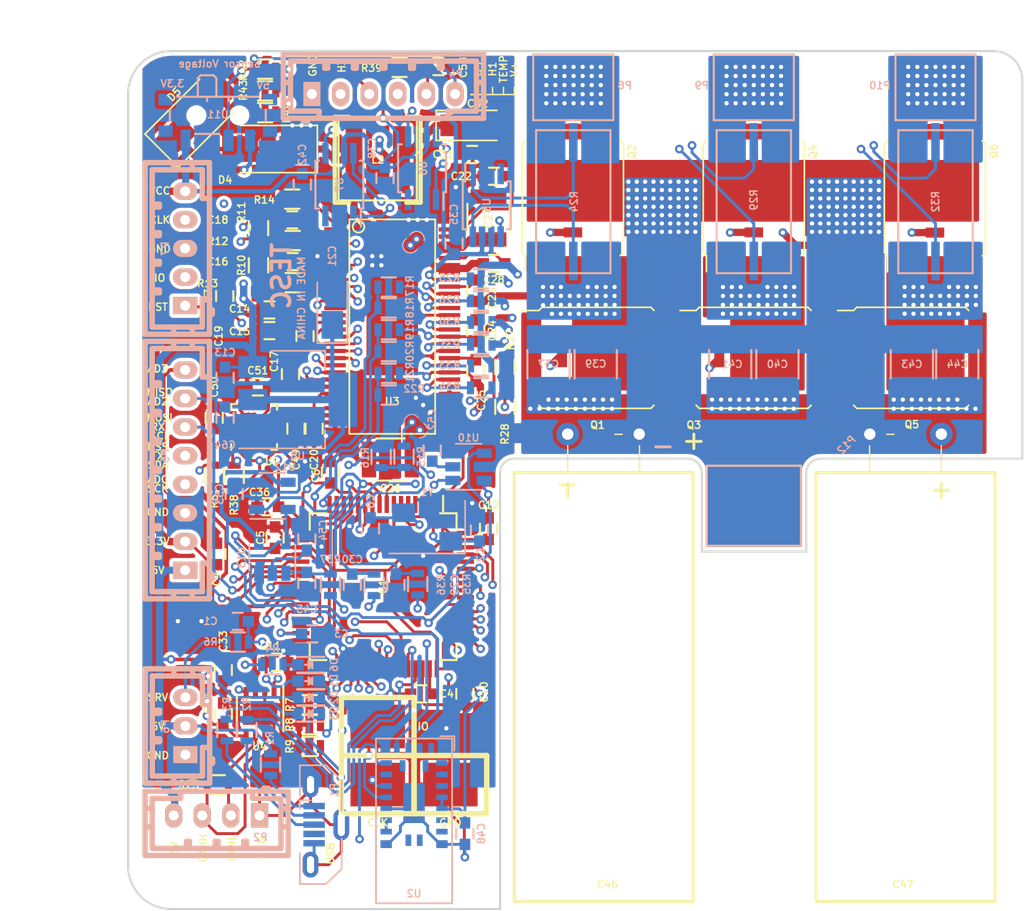
<source format=kicad_pcb>
(kicad_pcb (version 20171130) (host pcbnew "(5.1.5-0)")
  (title_block (title "VESC 6.4") (date 2018-05-08) (rev A) (company "LI Tao"))
  (layers (0 F.Cu signal) (1 GND.Cu signal) (2 PWR.Cu signal) (31 B.Cu signal) (34 B.Paste user) (35 F.Paste user) (36 B.SilkS user) (37 F.SilkS user) (38 B.Mask user) (39 F.Mask user) (44 Edge.Cuts user))
  (net 0 "")
  (net 1 /MCU/SERVO)
  (net 2 GND)
  (net 3 "Net-(C2-Pad2)")
  (net 4 "Net-(C3-Pad2)")
  (net 5 "Net-(C4-Pad2)")
  (net 6 VCC)
  (net 7 /MCU/NRST)
  (net 8 "Net-(C8-Pad2)")
  (net 9 +5V)
  (net 10 "Net-(C14-Pad1)")
  (net 11 "Net-(C16-Pad2)")
  (net 12 "Net-(C17-Pad1)")
  (net 13 "Net-(C18-Pad2)")
  (net 14 "Net-(C19-Pad1)")
  (net 15 "Net-(C19-Pad2)")
  (net 16 "Net-(C20-Pad1)")
  (net 17 "Net-(C22-Pad1)")
  (net 18 "Net-(C23-Pad1)")
  (net 19 /DRV8301/SH_A)
  (net 20 "Net-(C24-Pad1)")
  (net 21 /DRV8301/SH_B)
  (net 22 "Net-(C25-Pad1)")
  (net 23 /DRV8301/SH_C)
  (net 24 SUPPLY)
  (net 25 "Net-(C28-Pad1)")
  (net 26 "Net-(C28-Pad2)")
  (net 27 /MCU/CURRENT_1)
  (net 28 /MCU/CURRENT_2)
  (net 29 /MCU/ADC_TEMP)
  (net 30 /MCU/CURRENT_3)
  (net 31 "Net-(C49-Pad2)")
  (net 32 "Net-(C54-Pad1)")
  (net 33 /MCU/TEMP_MOTOR)
  (net 34 "Net-(P1-Pad1)")
  (net 35 "Net-(P1-Pad2)")
  (net 36 "Net-(P1-Pad3)")
  (net 37 "Net-(P1-Pad4)")
  (net 38 /CAN/CANH)
  (net 39 /CAN/CANL)
  (net 40 /MCU/HALL_2)
  (net 41 /MCU/HALL_3)
  (net 42 /MCU/HALL_1)
  (net 43 "Net-(P4-Pad6)")
  (net 44 /MCU/MISO_ADC_EXT2)
  (net 45 /MCU/RX_SDA_NSS)
  (net 46 /MCU/SCK_ADC_EXT)
  (net 47 /MCU/ADC_15)
  (net 48 "Net-(P6-Pad3)")
  (net 49 /MCU/SWDIO)
  (net 50 /MCU/SWCLK)
  (net 51 /MCU/USB_DM)
  (net 52 /MCU/USB_DP)
  (net 53 "Net-(D1-Pad1)")
  (net 54 "Net-(D2-Pad1)")
  (net 55 "Net-(D3-Pad1)")
  (net 56 "Net-(R10-Pad2)")
  (net 57 "Net-(R13-Pad2)")
  (net 58 "Net-(R14-Pad2)")
  (net 59 /MCU/AI_IN)
  (net 60 /DRV8301/SENS_A)
  (net 61 /DRV8301/SENS_B)
  (net 62 /DRV8301/SENS_C)
  (net 63 "Net-(P8-Pad1)")
  (net 64 /DRV8301/GH_A)
  (net 65 /DRV8301/GL_A)
  (net 66 "Net-(P9-Pad1)")
  (net 67 /DRV8301/GH_B)
  (net 68 /DRV8301/GL_B)
  (net 69 "Net-(P10-Pad1)")
  (net 70 /DRV8301/GH_C)
  (net 71 /DRV8301/GL_C)
  (net 72 /Power/C_A)
  (net 73 /Power/C_B)
  (net 74 /Power/C_C)
  (net 75 "Net-(U1-Pad4)")
  (net 76 "Net-(U1-Pad2)")
  (net 77 "Net-(U1-Pad3)")
  (net 78 /DRV8301/INL_A)
  (net 79 /DRV8301/INL_B)
  (net 80 /DRV8301/INL_C)
  (net 81 /DRV8301/CS)
  (net 82 /DRV8301/SCLK)
  (net 83 /DRV8301/SDO)
  (net 84 /DRV8301/SDI)
  (net 85 /MCU/LED_GREEN)
  (net 86 /MCU/LED_RED)
  (net 87 /MCU/H1)
  (net 88 /MCU/H2)
  (net 89 /MCU/H3)
  (net 90 /DRV8301/EN_GATE)
  (net 91 /DRV8301/FAULT)
  (net 92 /MCU/CAN_RX)
  (net 93 /MCU/CAN_TX)
  (net 94 "Net-(U3-Pad12)")
  (net 95 "Net-(U3-Pad4)")
  (net 96 "Net-(U3-Pad5)")
  (net 97 "Net-(U3-Pad25)")
  (net 98 "Net-(U3-Pad26)")
  (net 99 "Net-(U3-Pad55)")
  (net 100 "Net-(R24-Pad3)")
  (net 101 "Net-(U5-Pad4)")
  (net 102 "Net-(R24-Pad4)")
  (net 103 "Net-(R29-Pad3)")
  (net 104 "Net-(U6-Pad4)")
  (net 105 "Net-(R29-Pad4)")
  (net 106 "Net-(R32-Pad3)")
  (net 107 "Net-(U7-Pad4)")
  (net 108 "Net-(R32-Pad4)")
  (net 109 "Net-(Q2-PadG)")
  (net 110 "Net-(Q1-PadG)")
  (net 111 "Net-(Q3-PadG)")
  (net 112 "Net-(Q4-PadG)")
  (net 113 "Net-(Q5-PadG)")
  (net 114 "Net-(Q6-PadG)")
  (net 115 "Net-(C52-Pad1)")
  (net 116 "Net-(C53-Pad1)")
  (net 117 "Net-(D6-Pad2)")
  (net 118 "Net-(J1-Pad1)")
  (net 119 "Net-(J2-Pad1)")
  (net 120 /MCU/TX_SCL_MOSI)
  (net 121 "Net-(R4-Pad2)")
  (net 122 /MCU/PA15)
  (net 123 /MCU/PB2)
  (net 124 "Net-(U1-Pad56)")
  (net 125 "Net-(U1-Pad55)")
  (net 126 /Power/CURR_FILTER)
  (net 127 "Net-(U1-Pad33)")
  (net 128 "Net-(U2-Pad23)")
  (net 129 "Net-(U2-Pad24)")
  (net 130 "Net-(U2-Pad2)")
  (net 131 "Net-(U2-Pad10)")
  (net 132 "Net-(U2-Pad11)")
  (net 133 "Net-(U2-Pad26)")
  (net 134 "Net-(U2-Pad25)")
  (net 135 "Net-(U2-Pad27)")
  (net 136 "Net-(U2-Pad18)")
  (net 137 "Net-(U2-Pad13)")
  (net 138 "Net-(U2-Pad3)")
  (net 139 "Net-(U2-Pad4)")
  (net 140 "Net-(U2-Pad7)")
  (net 141 "Net-(U2-Pad8)")
  (net 142 "Net-(U9-Pad7)")
  (net 143 "Net-(U9-Pad12)")
  (net 144 "Net-(U9-Pad19)")
  (net 145 "Net-(U9-Pad21)")
  (module LEDs:LED_0603 (layer B.Cu) (at 126.619 101.346 180)
    (fp_text reference D3 (at -1.778 0.0465 90) (layer B.SilkS) (effects (font (size 0.508 0.508) (thickness 0.1016)) (justify mirror)))
    (fp_text value GREEN hide)
    (pad 2 smd rect (at 0.7493 0) (size 0.79756 0.79756) (layers B.Cu B.Paste B.Mask) (net 85 /MCU/LED_GREEN))
    (pad 1 smd rect (at -0.7493 0) (size 0.79756 0.79756) (layers B.Cu B.Paste B.Mask) (net 55 "Net-(D3-Pad1)"))
  )
  (module LEDs:LED_0603 (layer B.Cu) (at 126.619 99.06 180)
    (fp_text reference D1 (at -1.778 0 90) (layer B.SilkS) (effects (font (size 0.508 0.508) (thickness 0.1016)) (justify mirror)))
    (fp_text value BLUE hide)
    (pad 2 smd rect (at 0.7493 0) (size 0.79756 0.79756) (layers B.Cu B.Paste B.Mask) (net 6 VCC))
    (pad 1 smd rect (at -0.7493 0) (size 0.79756 0.79756) (layers B.Cu B.Paste B.Mask) (net 53 "Net-(D1-Pad1)"))
  )
  (module LEDs:LED_0603 (layer B.Cu) (at 126.619 100.203 180)
    (fp_text reference D2 (at -1.778 0 90) (layer B.SilkS) (effects (font (size 0.508 0.508) (thickness 0.1016)) (justify mirror)))
    (fp_text value RED hide)
    (pad 2 smd rect (at 0.7493 0) (size 0.79756 0.79756) (layers B.Cu B.Paste B.Mask) (net 86 /MCU/LED_RED))
    (pad 1 smd rect (at -0.7493 0) (size 0.79756 0.79756) (layers B.Cu B.Paste B.Mask) (net 54 "Net-(D2-Pad1)"))
  )
  (module LEDs:LED_0603 (layer B.Cu) (at 126.619 97.917 180)
    (fp_text reference D6 (at -1.778 0 270) (layer B.SilkS) (effects (font (size 0.508 0.508) (thickness 0.1016)) (justify mirror)))
    (fp_text value RED hide)
    (pad 1 smd rect (at -0.7493 0) (size 0.79756 0.79756) (layers B.Cu B.Paste B.Mask) (net 2 GND))
    (pad 2 smd rect (at 0.7493 0) (size 0.79756 0.79756) (layers B.Cu B.Paste B.Mask) (net 117 "Net-(D6-Pad2)"))
  )
  (module Capacitors_SMD:C_0603 (layer F.Cu) (at 124.3965 97.746)
    (fp_text reference C11 (at -0.4445 -1.143) (layer F.SilkS) (effects (font (size 0.508 0.508) (thickness 0.1016))))
    (fp_text value 2.2u hide)
    (pad 1 smd rect (at -0.75 0) (size 0.8 0.75) (layers F.Cu F.Paste F.Mask) (net 6 VCC))
    (pad 2 smd rect (at 0.75 0) (size 0.8 0.75) (layers F.Cu F.Paste F.Mask) (net 2 GND))
  )
  (module Housings_DFN_QFN:QFN-24_3x3mm_Pitch0.4mm (layer F.Cu) (at 122.809 81.28 90)
    (fp_text reference U9 (at -2.413 1.27 180) (layer F.SilkS) (effects (font (size 0.508 0.508) (thickness 0.1016))))
    (fp_text value MPU9250 hide)
    (pad 1 smd oval (at -1.5 -1 90) (size 0.55 0.2) (layers F.Cu F.Paste F.Mask) (net 6 VCC))
    (pad 2 smd oval (at -1.5 -0.6 90) (size 0.55 0.2) (layers F.Cu F.Paste F.Mask))
    (pad 3 smd oval (at -1.5 -0.2 90) (size 0.55 0.2) (layers F.Cu F.Paste F.Mask))
    (pad 4 smd oval (at -1.5 0.2 90) (size 0.55 0.2) (layers F.Cu F.Paste F.Mask))
    (pad 5 smd oval (at -1.5 0.6 90) (size 0.55 0.2) (layers F.Cu F.Paste F.Mask))
    (pad 6 smd oval (at -1.5 1 90) (size 0.55 0.2) (layers F.Cu F.Paste F.Mask))
    (pad 7 smd oval (at -1 1.5 180) (size 0.55 0.2) (layers F.Cu F.Paste F.Mask) (net 142 "Net-(U9-Pad7)"))
    (pad 8 smd oval (at -0.6 1.5 180) (size 0.55 0.2) (layers F.Cu F.Paste F.Mask) (net 6 VCC))
    (pad 9 smd oval (at -0.2 1.5 180) (size 0.55 0.2) (layers F.Cu F.Paste F.Mask) (net 2 GND))
    (pad 10 smd oval (at 0.2 1.5 180) (size 0.55 0.2) (layers F.Cu F.Paste F.Mask) (net 31 "Net-(C49-Pad2)"))
    (pad 11 smd oval (at 0.6 1.5 180) (size 0.55 0.2) (layers F.Cu F.Paste F.Mask) (net 2 GND))
    (pad 12 smd oval (at 1 1.5 180) (size 0.55 0.2) (layers F.Cu F.Paste F.Mask) (net 143 "Net-(U9-Pad12)"))
    (pad 13 smd oval (at 1.5 1 90) (size 0.55 0.2) (layers F.Cu F.Paste F.Mask) (net 6 VCC))
    (pad 14 smd oval (at 1.5 0.6 90) (size 0.55 0.2) (layers F.Cu F.Paste F.Mask))
    (pad 15 smd oval (at 1.5 0.2 90) (size 0.55 0.2) (layers F.Cu F.Paste F.Mask))
    (pad 16 smd oval (at 1.5 -0.2 90) (size 0.55 0.2) (layers F.Cu F.Paste F.Mask))
    (pad 17 smd oval (at 1.5 -0.6 90) (size 0.55 0.2) (layers F.Cu F.Paste F.Mask))
    (pad 18 smd oval (at 1.5 -1 90) (size 0.55 0.2) (layers F.Cu F.Paste F.Mask) (net 2 GND))
    (pad 19 smd oval (at 1 -1.5 180) (size 0.55 0.2) (layers F.Cu F.Paste F.Mask) (net 144 "Net-(U9-Pad19)"))
    (pad 20 smd oval (at 0.6 -1.5 180) (size 0.55 0.2) (layers F.Cu F.Paste F.Mask) (net 2 GND))
    (pad 21 smd oval (at 0.2 -1.5 180) (size 0.55 0.2) (layers F.Cu F.Paste F.Mask) (net 145 "Net-(U9-Pad21)"))
    (pad 22 smd oval (at -0.2 -1.5 180) (size 0.55 0.2) (layers F.Cu F.Paste F.Mask) (net 6 VCC))
    (pad 23 smd oval (at -0.6 -1.5 180) (size 0.55 0.2) (layers F.Cu F.Paste F.Mask) (net 122 /MCU/PA15))
    (pad 24 smd oval (at -1 -1.5 180) (size 0.55 0.2) (layers F.Cu F.Paste F.Mask) (net 123 /MCU/PB2))
  )
  (module Diodes_SMD:D_SMA (layer F.Cu) (at 123.825 61.849 180)
    (fp_text reference D4 (at 3.048 -2.159 180) (layer F.SilkS) (effects (font (size 0.508 0.508) (thickness 0.1016))))
    (fp_text value DIODE hide)
    (pad 1 smd rect (at -2 0 180) (size 2.5 1.8) (layers F.Cu F.Paste F.Mask) (net 26 "Net-(C28-Pad2)"))
    (pad 2 smd rect (at 2 0 180) (size 2.5 1.8) (layers F.Cu F.Paste F.Mask) (net 2 GND))
  )
  (module Connectors_USB:USB_Micro-B_Vertical_Molex-105133-0001 (layer B.Cu) (at 127.825 109.1 270)
    (fp_text reference P1 (at -2.407 -0.576 90) (layer B.SilkS) (effects (font (size 0.508 0.508) (thickness 0.1016)) (justify mirror)))
    (fp_text value USB_OTG hide)
    (pad 6 thru_hole oval (at 0 -1.075 270) (size 2.2 1.1) (drill oval 1.6 0.5) (layers *.Cu *.Mask) (net 2 GND))
    (pad 6 thru_hole oval (at 2.8 1.075 270) (size 1.8 1.1) (drill oval 1.2 0.5) (layers *.Cu *.Mask) (net 2 GND))
    (pad 6 thru_hole oval (at -2.8 1.075 270) (size 1.8 1.1) (drill oval 1.2 0.5) (layers *.Cu *.Mask) (net 2 GND))
    (pad 1 smd rect (at -1.3 0.825 270) (size 0.45 1.5) (layers B.Cu B.Paste B.Mask) (net 34 "Net-(P1-Pad1)"))
    (pad 5 smd rect (at 1.3 0.825 270) (size 0.45 1.5) (layers B.Cu B.Paste B.Mask) (net 2 GND))
    (pad 2 smd rect (at -0.65 0.825 270) (size 0.45 1.5) (layers B.Cu B.Paste B.Mask) (net 35 "Net-(P1-Pad2)"))
    (pad 4 smd rect (at 0.65 0.825 270) (size 0.45 1.5) (layers B.Cu B.Paste B.Mask) (net 37 "Net-(P1-Pad4)"))
    (pad 3 smd rect (at 0 0.825 270) (size 0.45 1.5) (layers B.Cu B.Paste B.Mask) (net 36 "Net-(P1-Pad3)"))
  )
  (module Capacitors_SMD:C_0603 (layer F.Cu) (at 120.015 80.645 270)
    (fp_text reference C50 (at -2.159 0 270) (layer F.SilkS) (effects (font (size 0.508 0.508) (thickness 0.1016))))
    (fp_text value 2.2u hide)
    (pad 2 smd rect (at 0.75 0 270) (size 0.8 0.75) (layers F.Cu F.Paste F.Mask) (net 6 VCC))
    (pad 1 smd rect (at -0.75 0 270) (size 0.8 0.75) (layers F.Cu F.Paste F.Mask) (net 2 GND))
  )
  (module CRF1:SHUNT_CSS2H-3920 (layer B.Cu) (at 145.116 65.532 270)
    (fp_text reference R24 (at 0 -0.045 270) (layer B.SilkS) (effects (font (size 0.508 0.508) (thickness 0.1016)) (justify mirror)))
    (fp_text value 0.0005R hide)
    (pad 4 smd rect (at 4.15 0 270) (size 2.7 0.6) (layers B.Cu B.Paste B.Mask) (net 102 "Net-(R24-Pad4)"))
    (pad 3 smd rect (at -4.15 0 270) (size 2.7 0.6) (layers B.Cu B.Paste B.Mask) (net 100 "Net-(R24-Pad3)"))
    (pad 2 smd rect (at 4.15 1.95 270) (size 2.7 2.3) (layers B.Cu B.Paste B.Mask) (net 19 /DRV8301/SH_A))
    (pad 1 smd rect (at -4.15 -1.95 270) (size 2.7 2.3) (layers B.Cu B.Paste B.Mask) (net 63 "Net-(P8-Pad1)"))
    (pad 2 smd rect (at 4.15 -1.95 270) (size 2.7 2.3) (layers B.Cu B.Paste B.Mask) (net 19 /DRV8301/SH_A))
    (pad 1 smd rect (at -4.15 1.95 270) (size 2.7 2.3) (layers B.Cu B.Paste B.Mask) (net 63 "Net-(P8-Pad1)"))
  )
  (module CRF1:SHUNT_CSS2H-3920 (layer B.Cu) (at 170.434 65.532 270)
    (fp_text reference R32 (at 0 0 270) (layer B.SilkS) (effects (font (size 0.508 0.508) (thickness 0.1016)) (justify mirror)))
    (fp_text value 0.0005R hide)
    (pad 4 smd rect (at 4.15 0 270) (size 2.7 0.6) (layers B.Cu B.Paste B.Mask) (net 108 "Net-(R32-Pad4)"))
    (pad 3 smd rect (at -4.15 0 270) (size 2.7 0.6) (layers B.Cu B.Paste B.Mask) (net 106 "Net-(R32-Pad3)"))
    (pad 2 smd rect (at 4.15 1.95 270) (size 2.7 2.3) (layers B.Cu B.Paste B.Mask) (net 23 /DRV8301/SH_C))
    (pad 1 smd rect (at -4.15 -1.95 270) (size 2.7 2.3) (layers B.Cu B.Paste B.Mask) (net 69 "Net-(P10-Pad1)"))
    (pad 2 smd rect (at 4.15 -1.95 270) (size 2.7 2.3) (layers B.Cu B.Paste B.Mask) (net 23 /DRV8301/SH_C))
    (pad 1 smd rect (at -4.15 1.95 270) (size 2.7 2.3) (layers B.Cu B.Paste B.Mask) (net 69 "Net-(P10-Pad1)"))
  )
  (module CRF1:SHUNT_CSS2H-3920 (layer B.Cu) (at 157.734 65.532 270)
    (fp_text reference R29 (at -0.127 0 270) (layer B.SilkS) (effects (font (size 0.508 0.508) (thickness 0.1016)) (justify mirror)))
    (fp_text value 0.0005R hide)
    (pad 4 smd rect (at 4.15 0 270) (size 2.7 0.6) (layers B.Cu B.Paste B.Mask) (net 105 "Net-(R29-Pad4)"))
    (pad 3 smd rect (at -4.15 0 270) (size 2.7 0.6) (layers B.Cu B.Paste B.Mask) (net 103 "Net-(R29-Pad3)"))
    (pad 2 smd rect (at 4.15 1.95 270) (size 2.7 2.3) (layers B.Cu B.Paste B.Mask) (net 21 /DRV8301/SH_B))
    (pad 1 smd rect (at -4.15 -1.95 270) (size 2.7 2.3) (layers B.Cu B.Paste B.Mask) (net 66 "Net-(P9-Pad1)"))
    (pad 2 smd rect (at 4.15 -1.95 270) (size 2.7 2.3) (layers B.Cu B.Paste B.Mask) (net 21 /DRV8301/SH_B))
    (pad 1 smd rect (at -4.15 1.95 270) (size 2.7 2.3) (layers B.Cu B.Paste B.Mask) (net 66 "Net-(P9-Pad1)"))
  )
  (module CRF1:L_Coilcraft_XAL5050 (layer F.Cu) (at 131.445 62.6)
    (fp_text reference L2 (at 0.004 0) (layer F.SilkS) (effects (font (size 0.508 0.508) (thickness 0.1016))))
    (fp_text value 22u hide)
    (pad 1 smd rect (at -1.655 0) (size 1.18 4.7) (layers F.Cu F.Paste F.Mask) (net 26 "Net-(C28-Pad2)"))
    (pad 2 smd rect (at 1.655 0) (size 1.18 4.7) (layers F.Cu F.Paste F.Mask) (net 9 +5V))
  )
  (module CRF1:TSSOP-56-PP (layer F.Cu) (at 132.461 74.168 270)
    (fp_text reference U3 (at 5.334 0) (layer F.SilkS) (effects (font (size 0.508 0.508) (thickness 0.1016))))
    (fp_text value DRV8301 hide)
    (pad 38 smd rect (at 2.30378 -4.0005 270) (size 0.29972 1.50114) (layers F.Cu F.Paste F.Mask) (net 22 "Net-(C25-Pad1)"))
    (pad 39 smd rect (at 1.8034 -4.0005 270) (size 0.29972 1.50114) (layers F.Cu F.Paste F.Mask) (net 2 GND))
    (pad 40 smd rect (at 1.30302 -4.0005 270) (size 0.29972 1.50114) (layers F.Cu F.Paste F.Mask) (net 68 /DRV8301/GL_B))
    (pad 41 smd rect (at 0.80264 -4.0005 270) (size 0.29972 1.50114) (layers F.Cu F.Paste F.Mask) (net 21 /DRV8301/SH_B))
    (pad 42 smd rect (at 0.30226 -4.0005 270) (size 0.29972 1.50114) (layers F.Cu F.Paste F.Mask) (net 67 /DRV8301/GH_B))
    (pad 43 smd rect (at -0.19558 -4.0005 270) (size 0.29972 1.50114) (layers F.Cu F.Paste F.Mask) (net 20 "Net-(C24-Pad1)"))
    (pad 44 smd rect (at -0.69596 -4.0005 270) (size 0.29972 1.50114) (layers F.Cu F.Paste F.Mask) (net 2 GND))
    (pad 45 smd rect (at -1.19634 -4.0005 270) (size 0.29972 1.50114) (layers F.Cu F.Paste F.Mask) (net 65 /DRV8301/GL_A))
    (pad 46 smd rect (at -1.69672 -4.0005 270) (size 0.29972 1.50114) (layers F.Cu F.Paste F.Mask) (net 19 /DRV8301/SH_A))
    (pad 47 smd rect (at -2.1971 -4.0005 270) (size 0.29972 1.50114) (layers F.Cu F.Paste F.Mask) (net 64 /DRV8301/GH_A))
    (pad 48 smd rect (at -2.69748 -4.0005 270) (size 0.29972 1.50114) (layers F.Cu F.Paste F.Mask) (net 18 "Net-(C23-Pad1)"))
    (pad 29 smd rect (at 6.80212 -4.0005 270) (size 0.29972 1.50114) (layers F.Cu F.Paste F.Mask) (net 24 SUPPLY))
    (pad 30 smd rect (at 6.30428 -4.0005 270) (size 0.29972 1.50114) (layers F.Cu F.Paste F.Mask) (net 2 GND))
    (pad 31 smd rect (at 5.8039 -4.0005 270) (size 0.29972 1.50114) (layers F.Cu F.Paste F.Mask) (net 2 GND))
    (pad 17 smd rect (at 1.30302 4.0005 270) (size 0.29972 1.50114) (layers F.Cu F.Paste F.Mask) (net 87 /MCU/H1))
    (pad 33 smd rect (at 4.80314 -4.0005 270) (size 0.29972 1.50114) (layers F.Cu F.Paste F.Mask) (net 2 GND))
    (pad 34 smd rect (at 4.30276 -4.0005 270) (size 0.29972 1.50114) (layers F.Cu F.Paste F.Mask) (net 2 GND))
    (pad 35 smd rect (at 3.80238 -4.0005 270) (size 0.29972 1.50114) (layers F.Cu F.Paste F.Mask) (net 71 /DRV8301/GL_C))
    (pad 36 smd rect (at 3.30454 -4.0005 270) (size 0.29972 1.50114) (layers F.Cu F.Paste F.Mask) (net 23 /DRV8301/SH_C))
    (pad 37 smd rect (at 2.80416 -4.0005 270) (size 0.29972 1.50114) (layers F.Cu F.Paste F.Mask) (net 70 /DRV8301/GH_C))
    (pad 12 smd rect (at -1.19634 4.0005 270) (size 0.29972 1.50114) (layers F.Cu F.Paste F.Mask) (net 94 "Net-(U3-Pad12)"))
    (pad 13 smd rect (at -0.69596 4.0005 270) (size 0.29972 1.50114) (layers F.Cu F.Paste F.Mask) (net 10 "Net-(C14-Pad1)"))
    (pad 14 smd rect (at -0.19558 4.0005 270) (size 0.29972 1.50114) (layers F.Cu F.Paste F.Mask) (net 14 "Net-(C19-Pad1)"))
    (pad 15 smd rect (at 0.30226 4.0005 270) (size 0.29972 1.50114) (layers F.Cu F.Paste F.Mask) (net 15 "Net-(C19-Pad2)"))
    (pad 16 smd rect (at 0.80264 4.0005 270) (size 0.29972 1.50114) (layers F.Cu F.Paste F.Mask) (net 90 /DRV8301/EN_GATE))
    (pad 32 smd rect (at 5.30352 -4.0005 270) (size 0.29972 1.50114) (layers F.Cu F.Paste F.Mask) (net 2 GND))
    (pad 18 smd rect (at 1.8034 4.0005 270) (size 0.29972 1.50114) (layers F.Cu F.Paste F.Mask) (net 78 /DRV8301/INL_A))
    (pad 19 smd rect (at 2.30378 4.0005 270) (size 0.29972 1.50114) (layers F.Cu F.Paste F.Mask) (net 88 /MCU/H2))
    (pad 20 smd rect (at 2.80416 4.0005 270) (size 0.29972 1.50114) (layers F.Cu F.Paste F.Mask) (net 79 /DRV8301/INL_B))
    (pad 21 smd rect (at 3.30454 4.0005 270) (size 0.29972 1.50114) (layers F.Cu F.Paste F.Mask) (net 89 /MCU/H3))
    (pad 22 smd rect (at 3.80238 4.0005 270) (size 0.29972 1.50114) (layers F.Cu F.Paste F.Mask) (net 80 /DRV8301/INL_C))
    (pad 23 smd rect (at 4.30276 4.0005 270) (size 0.29972 1.50114) (layers F.Cu F.Paste F.Mask) (net 12 "Net-(C17-Pad1)"))
    (pad 24 smd rect (at 4.80314 4.0005 270) (size 0.29972 1.50114) (layers F.Cu F.Paste F.Mask) (net 16 "Net-(C20-Pad1)"))
    (pad 1 smd rect (at -6.69544 4.0005 270) (size 0.29972 1.50114) (layers F.Cu F.Paste F.Mask) (net 58 "Net-(R14-Pad2)"))
    (pad 2 smd rect (at -6.1976 4.0005 270) (size 0.29972 1.50114) (layers F.Cu F.Paste F.Mask) (net 13 "Net-(C18-Pad2)"))
    (pad 3 smd rect (at -5.69722 4.0005 270) (size 0.29972 1.50114) (layers F.Cu F.Paste F.Mask) (net 56 "Net-(R10-Pad2)"))
    (pad 4 smd rect (at -5.19684 4.0005 270) (size 0.29972 1.50114) (layers F.Cu F.Paste F.Mask) (net 95 "Net-(U3-Pad4)"))
    (pad 5 smd rect (at -4.69646 4.0005 270) (size 0.29972 1.50114) (layers F.Cu F.Paste F.Mask) (net 96 "Net-(U3-Pad5)"))
    (pad 6 smd rect (at -4.19608 4.0005 270) (size 0.29972 1.50114) (layers F.Cu F.Paste F.Mask) (net 91 /DRV8301/FAULT))
    (pad 7 smd rect (at -3.6957 4.0005 270) (size 0.29972 1.50114) (layers F.Cu F.Paste F.Mask) (net 57 "Net-(R13-Pad2)"))
    (pad 8 smd rect (at -3.19786 4.0005 270) (size 0.29972 1.50114) (layers F.Cu F.Paste F.Mask) (net 81 /DRV8301/CS))
    (pad 9 smd rect (at -2.69748 4.0005 270) (size 0.29972 1.50114) (layers F.Cu F.Paste F.Mask) (net 84 /DRV8301/SDI))
    (pad 10 smd rect (at -2.1971 4.0005 270) (size 0.29972 1.50114) (layers F.Cu F.Paste F.Mask) (net 83 /DRV8301/SDO))
    (pad 11 smd rect (at -1.69672 4.0005 270) (size 0.29972 1.50114) (layers F.Cu F.Paste F.Mask) (net 82 /DRV8301/SCLK))
    (pad 25 smd rect (at 5.30352 4.0005 270) (size 0.29972 1.50114) (layers F.Cu F.Paste F.Mask) (net 97 "Net-(U3-Pad25)"))
    (pad 26 smd rect (at 5.8039 4.0005 270) (size 0.29972 1.50114) (layers F.Cu F.Paste F.Mask) (net 98 "Net-(U3-Pad26)"))
    (pad 27 smd rect (at 6.30428 4.0005 270) (size 0.29972 1.50114) (layers F.Cu F.Paste F.Mask) (net 16 "Net-(C20-Pad1)"))
    (pad 28 smd rect (at 6.80212 4.0005 270) (size 0.29972 1.50114) (layers F.Cu F.Paste F.Mask) (net 2 GND))
    (pad 49 smd rect (at -3.19786 -4.0005 270) (size 0.29972 1.50114) (layers F.Cu F.Paste F.Mask) (net 6 VCC))
    (pad 50 smd rect (at -3.6957 -4.0005 270) (size 0.29972 1.50114) (layers F.Cu F.Paste F.Mask) (net 26 "Net-(C28-Pad2)"))
    (pad 51 smd rect (at -4.19608 -4.0005 270) (size 0.29972 1.50114) (layers F.Cu F.Paste F.Mask) (net 26 "Net-(C28-Pad2)"))
    (pad 52 smd rect (at -4.69646 -4.0005 270) (size 0.29972 1.50114) (layers F.Cu F.Paste F.Mask) (net 25 "Net-(C28-Pad1)"))
    (pad 53 smd rect (at -5.19684 -4.0005 270) (size 0.29972 1.50114) (layers F.Cu F.Paste F.Mask) (net 24 SUPPLY))
    (pad 54 smd rect (at -5.69722 -4.0005 270) (size 0.29972 1.50114) (layers F.Cu F.Paste F.Mask) (net 24 SUPPLY))
    (pad 55 smd rect (at -6.1976 -4.0005 270) (size 0.29972 1.50114) (layers F.Cu F.Paste F.Mask) (net 99 "Net-(U3-Pad55)"))
    (pad 56 smd rect (at -6.69544 -4.0005 270) (size 0.29972 1.50114) (layers F.Cu F.Paste F.Mask) (net 17 "Net-(C22-Pad1)"))
    (pad 57 smd rect (at 0 0 270) (size 7.00024 3.59918) (layers F.Cu F.Paste F.Mask) (net 2 GND))
  )
  (module CRF1:STM32F4x5RG (layer F.Cu) (at 131.826 92.456 270)
    (fp_text reference U1 (at 0 0 270) (layer F.SilkS) (effects (font (size 0.508 0.508) (thickness 0.1016))))
    (fp_text value STM32F40X_LQFP64 hide)
    (pad 1 smd rect (at -5.749999 -3.75 270) (size 1.1938 0.3048) (layers F.Cu F.Paste F.Mask) (net 6 VCC))
    (pad 2 smd rect (at -5.749999 -3.250001 270) (size 1.1938 0.3048) (layers F.Cu F.Paste F.Mask) (net 76 "Net-(U1-Pad2)"))
    (pad 3 smd rect (at -5.749999 -2.75 270) (size 1.1938 0.3048) (layers F.Cu F.Paste F.Mask) (net 77 "Net-(U1-Pad3)"))
    (pad 4 smd rect (at -5.749999 -2.250001 270) (size 1.1938 0.3048) (layers F.Cu F.Paste F.Mask) (net 75 "Net-(U1-Pad4)"))
    (pad 5 smd rect (at -5.749999 -1.749999 270) (size 1.1938 0.3048) (layers F.Cu F.Paste F.Mask) (net 3 "Net-(C2-Pad2)"))
    (pad 6 smd rect (at -5.749999 -1.25 270) (size 1.1938 0.3048) (layers F.Cu F.Paste F.Mask) (net 8 "Net-(C8-Pad2)"))
    (pad 7 smd rect (at -5.749999 -0.750001 270) (size 1.1938 0.3048) (layers F.Cu F.Paste F.Mask) (net 7 /MCU/NRST))
    (pad 8 smd rect (at -5.749999 -0.25 270) (size 1.1938 0.3048) (layers F.Cu F.Paste F.Mask) (net 27 /MCU/CURRENT_1))
    (pad 9 smd rect (at -5.749999 0.25 270) (size 1.1938 0.3048) (layers F.Cu F.Paste F.Mask) (net 28 /MCU/CURRENT_2))
    (pad 10 smd rect (at -5.749999 0.750001 270) (size 1.1938 0.3048) (layers F.Cu F.Paste F.Mask) (net 30 /MCU/CURRENT_3))
    (pad 11 smd rect (at -5.749999 1.25 270) (size 1.1938 0.3048) (layers F.Cu F.Paste F.Mask) (net 59 /MCU/AI_IN))
    (pad 12 smd rect (at -5.749999 1.749999 270) (size 1.1938 0.3048) (layers F.Cu F.Paste F.Mask) (net 2 GND))
    (pad 13 smd rect (at -5.749999 2.250001 270) (size 1.1938 0.3048) (layers F.Cu F.Paste F.Mask) (net 6 VCC))
    (pad 14 smd rect (at -5.749999 2.75 270) (size 1.1938 0.3048) (layers F.Cu F.Paste F.Mask) (net 60 /DRV8301/SENS_A))
    (pad 15 smd rect (at -5.749999 3.250001 270) (size 1.1938 0.3048) (layers F.Cu F.Paste F.Mask) (net 61 /DRV8301/SENS_B))
    (pad 16 smd rect (at -5.749999 3.75 270) (size 1.1938 0.3048) (layers F.Cu F.Paste F.Mask) (net 62 /DRV8301/SENS_C))
    (pad 17 smd rect (at -3.75 5.749999) (size 1.1938 0.3048) (layers F.Cu F.Paste F.Mask) (net 29 /MCU/ADC_TEMP))
    (pad 18 smd rect (at -3.250001 5.749999) (size 1.1938 0.3048) (layers F.Cu F.Paste F.Mask) (net 2 GND))
    (pad 19 smd rect (at -2.75 5.749999) (size 1.1938 0.3048) (layers F.Cu F.Paste F.Mask) (net 6 VCC))
    (pad 20 smd rect (at -2.250001 5.749999) (size 1.1938 0.3048) (layers F.Cu F.Paste F.Mask) (net 45 /MCU/RX_SDA_NSS))
    (pad 21 smd rect (at -1.749999 5.749999) (size 1.1938 0.3048) (layers F.Cu F.Paste F.Mask) (net 46 /MCU/SCK_ADC_EXT))
    (pad 22 smd rect (at -1.25 5.749999) (size 1.1938 0.3048) (layers F.Cu F.Paste F.Mask) (net 44 /MCU/MISO_ADC_EXT2))
    (pad 23 smd rect (at -0.750001 5.749999) (size 1.1938 0.3048) (layers F.Cu F.Paste F.Mask) (net 120 /MCU/TX_SCL_MOSI))
    (pad 24 smd rect (at -0.25 5.749999) (size 1.1938 0.3048) (layers F.Cu F.Paste F.Mask) (net 33 /MCU/TEMP_MOTOR))
    (pad 25 smd rect (at 0.25 5.749999) (size 1.1938 0.3048) (layers F.Cu F.Paste F.Mask) (net 47 /MCU/ADC_15))
    (pad 26 smd rect (at 0.750001 5.749999) (size 1.1938 0.3048) (layers F.Cu F.Paste F.Mask) (net 85 /MCU/LED_GREEN))
    (pad 27 smd rect (at 1.25 5.749999) (size 1.1938 0.3048) (layers F.Cu F.Paste F.Mask) (net 86 /MCU/LED_RED))
    (pad 28 smd rect (at 1.749999 5.749999) (size 1.1938 0.3048) (layers F.Cu F.Paste F.Mask) (net 123 /MCU/PB2))
    (pad 29 smd rect (at 2.250001 5.749999) (size 1.1938 0.3048) (layers F.Cu F.Paste F.Mask) (net 120 /MCU/TX_SCL_MOSI))
    (pad 30 smd rect (at 2.75 5.749999) (size 1.1938 0.3048) (layers F.Cu F.Paste F.Mask) (net 45 /MCU/RX_SDA_NSS))
    (pad 31 smd rect (at 3.250001 5.749999) (size 1.1938 0.3048) (layers F.Cu F.Paste F.Mask) (net 4 "Net-(C3-Pad2)"))
    (pad 32 smd rect (at 3.75 5.749999) (size 1.1938 0.3048) (layers F.Cu F.Paste F.Mask) (net 6 VCC))
    (pad 33 smd rect (at 5.749999 3.75 270) (size 1.1938 0.3048) (layers F.Cu F.Paste F.Mask) (net 127 "Net-(U1-Pad33)"))
    (pad 34 smd rect (at 5.749999 3.250001 270) (size 1.1938 0.3048) (layers F.Cu F.Paste F.Mask) (net 78 /DRV8301/INL_A))
    (pad 35 smd rect (at 5.749999 2.75 270) (size 1.1938 0.3048) (layers F.Cu F.Paste F.Mask) (net 79 /DRV8301/INL_B))
    (pad 36 smd rect (at 5.749999 2.250001 270) (size 1.1938 0.3048) (layers F.Cu F.Paste F.Mask) (net 80 /DRV8301/INL_C))
    (pad 37 smd rect (at 5.749999 1.749999 270) (size 1.1938 0.3048) (layers F.Cu F.Paste F.Mask) (net 42 /MCU/HALL_1))
    (pad 38 smd rect (at 5.749999 1.25 270) (size 1.1938 0.3048) (layers F.Cu F.Paste F.Mask) (net 40 /MCU/HALL_2))
    (pad 39 smd rect (at 5.749999 0.750001 270) (size 1.1938 0.3048) (layers F.Cu F.Paste F.Mask) (net 41 /MCU/HALL_3))
    (pad 40 smd rect (at 5.749999 0.25 270) (size 1.1938 0.3048) (layers F.Cu F.Paste F.Mask) (net 81 /DRV8301/CS))
    (pad 41 smd rect (at 5.749999 -0.25 270) (size 1.1938 0.3048) (layers F.Cu F.Paste F.Mask) (net 87 /MCU/H1))
    (pad 42 smd rect (at 5.749999 -0.750001 270) (size 1.1938 0.3048) (layers F.Cu F.Paste F.Mask) (net 88 /MCU/H2))
    (pad 43 smd rect (at 5.749999 -1.25 270) (size 1.1938 0.3048) (layers F.Cu F.Paste F.Mask) (net 89 /MCU/H3))
    (pad 44 smd rect (at 5.749999 -1.749999 270) (size 1.1938 0.3048) (layers F.Cu F.Paste F.Mask) (net 51 /MCU/USB_DM))
    (pad 45 smd rect (at 5.749999 -2.250001 270) (size 1.1938 0.3048) (layers F.Cu F.Paste F.Mask) (net 52 /MCU/USB_DP))
    (pad 46 smd rect (at 5.749999 -2.75 270) (size 1.1938 0.3048) (layers F.Cu F.Paste F.Mask) (net 49 /MCU/SWDIO))
    (pad 47 smd rect (at 5.749999 -3.250001 270) (size 1.1938 0.3048) (layers F.Cu F.Paste F.Mask) (net 5 "Net-(C4-Pad2)"))
    (pad 48 smd rect (at 5.749999 -3.75 270) (size 1.1938 0.3048) (layers F.Cu F.Paste F.Mask) (net 6 VCC))
    (pad 49 smd rect (at 3.75 -5.749999) (size 1.1938 0.3048) (layers F.Cu F.Paste F.Mask) (net 50 /MCU/SWCLK))
    (pad 50 smd rect (at 3.250001 -5.749999) (size 1.1938 0.3048) (layers F.Cu F.Paste F.Mask) (net 122 /MCU/PA15))
    (pad 51 smd rect (at 2.75 -5.749999) (size 1.1938 0.3048) (layers F.Cu F.Paste F.Mask) (net 82 /DRV8301/SCLK))
    (pad 52 smd rect (at 2.250001 -5.749999) (size 1.1938 0.3048) (layers F.Cu F.Paste F.Mask) (net 83 /DRV8301/SDO))
    (pad 53 smd rect (at 1.749999 -5.749999) (size 1.1938 0.3048) (layers F.Cu F.Paste F.Mask) (net 84 /DRV8301/SDI))
    (pad 54 smd rect (at 1.25 -5.749999) (size 1.1938 0.3048) (layers F.Cu F.Paste F.Mask) (net 126 /Power/CURR_FILTER))
    (pad 55 smd rect (at 0.750001 -5.749999) (size 1.1938 0.3048) (layers F.Cu F.Paste F.Mask) (net 125 "Net-(U1-Pad55)"))
    (pad 56 smd rect (at 0.25 -5.749999) (size 1.1938 0.3048) (layers F.Cu F.Paste F.Mask) (net 124 "Net-(U1-Pad56)"))
    (pad 57 smd rect (at -0.25 -5.749999) (size 1.1938 0.3048) (layers F.Cu F.Paste F.Mask) (net 90 /DRV8301/EN_GATE))
    (pad 58 smd rect (at -0.750001 -5.749999) (size 1.1938 0.3048) (layers F.Cu F.Paste F.Mask) (net 1 /MCU/SERVO))
    (pad 59 smd rect (at -1.25 -5.749999) (size 1.1938 0.3048) (layers F.Cu F.Paste F.Mask) (net 91 /DRV8301/FAULT))
    (pad 60 smd rect (at -1.749999 -5.749999) (size 1.1938 0.3048) (layers F.Cu F.Paste F.Mask) (net 2 GND))
    (pad 61 smd rect (at -2.250001 -5.749999) (size 1.1938 0.3048) (layers F.Cu F.Paste F.Mask) (net 92 /MCU/CAN_RX))
    (pad 62 smd rect (at -2.75 -5.749999) (size 1.1938 0.3048) (layers F.Cu F.Paste F.Mask) (net 93 /MCU/CAN_TX))
    (pad 63 smd rect (at -3.250001 -5.749999) (size 1.1938 0.3048) (layers F.Cu F.Paste F.Mask) (net 2 GND))
    (pad 64 smd rect (at -3.75 -5.749999) (size 1.1938 0.3048) (layers F.Cu F.Paste F.Mask) (net 6 VCC))
  )
  (module Buttons_Switches_SMD:SW_SPDT_PCM12 (layer B.Cu) (at 120.269 59.817)
    (fp_text reference U11 (at 0 -0.381) (layer B.SilkS) (effects (font (size 0.508 0.508) (thickness 0.1016)) (justify mirror)))
    (fp_text value SENSOR_VOLTAGE hide)
    (pad "" smd rect (at -3.65 0.775) (size 1 0.8) (layers B.Cu B.Paste B.Mask))
    (pad "" smd rect (at 3.65 0.775) (size 1 0.8) (layers B.Cu B.Paste B.Mask))
    (pad "" smd rect (at 3.65 -1.425) (size 1 0.8) (layers B.Cu B.Paste B.Mask))
    (pad "" smd rect (at -3.65 -1.425) (size 1 0.8) (layers B.Cu B.Paste B.Mask))
    (pad 3 smd rect (at 2.25 1.425) (size 0.7 1.5) (layers B.Cu B.Paste B.Mask) (net 9 +5V))
    (pad 2 smd rect (at 0.75 1.425) (size 0.7 1.5) (layers B.Cu B.Paste B.Mask) (net 43 "Net-(P4-Pad6)"))
    (pad 1 smd rect (at -2.25 1.425) (size 0.7 1.5) (layers B.Cu B.Paste B.Mask) (net 6 VCC))
    (pad "" np_thru_hole circle (at 1.5 -0.325) (size 0.9 0.9) (drill 0.9) (layers *.Cu *.Mask))
    (pad "" np_thru_hole circle (at -1.5 -0.325) (size 0.9 0.9) (drill 0.9) (layers *.Cu *.Mask))
  )
  (module Diodes_SMD:D_SMA (layer F.Cu) (at 118.745 59.563 45)
    (fp_text reference D5 (at 0 -2.155261 45) (layer F.SilkS) (effects (font (size 0.508 0.508) (thickness 0.1016))))
    (fp_text value "TVS 5V" hide)
    (pad 1 smd rect (at -2 0 45) (size 2.5 1.8) (layers F.Cu F.Paste F.Mask) (net 9 +5V))
    (pad 2 smd rect (at 2 0 45) (size 2.5 1.8) (layers F.Cu F.Paste F.Mask) (net 2 GND))
  )
  (module Housings_DFN_QFN:DFN-8-1EP_3x3mm_Pitch0.65mm (layer F.Cu) (at 123.225 101.3395 270)
    (fp_text reference U4 (at 2.2925 0.035) (layer F.SilkS) (effects (font (size 0.508 0.508) (thickness 0.1016))))
    (fp_text value TJA1051TK3 hide)
    (pad 1 smd rect (at -1.55 -0.975 270) (size 0.65 0.35) (layers F.Cu F.Paste F.Mask) (net 93 /MCU/CAN_TX))
    (pad 2 smd rect (at -1.55 -0.325 270) (size 0.65 0.35) (layers F.Cu F.Paste F.Mask) (net 2 GND))
    (pad 3 smd rect (at -1.55 0.325 270) (size 0.65 0.35) (layers F.Cu F.Paste F.Mask) (net 9 +5V))
    (pad 4 smd rect (at -1.55 0.975 270) (size 0.65 0.35) (layers F.Cu F.Paste F.Mask) (net 92 /MCU/CAN_RX))
    (pad 5 smd rect (at 1.55 0.975 270) (size 0.65 0.35) (layers F.Cu F.Paste F.Mask) (net 6 VCC))
    (pad 6 smd rect (at 1.55 0.325 270) (size 0.65 0.35) (layers F.Cu F.Paste F.Mask) (net 39 /CAN/CANL))
    (pad 7 smd rect (at 1.55 -0.325 270) (size 0.65 0.35) (layers F.Cu F.Paste F.Mask) (net 38 /CAN/CANH))
    (pad 8 smd rect (at 1.55 -0.975 270) (size 0.65 0.35) (layers F.Cu F.Paste F.Mask) (net 2 GND))
    (pad 9 smd rect (at 0.3875 0.6 270) (size 0.775 1.2) (layers F.Cu F.Paste F.Mask) (net 2 GND))
    (pad 9 smd rect (at 0.3875 -0.6 270) (size 0.775 1.2) (layers F.Cu F.Paste F.Mask) (net 2 GND))
    (pad 9 smd rect (at -0.3875 0.6 270) (size 0.775 1.2) (layers F.Cu F.Paste F.Mask) (net 2 GND))
    (pad 9 smd rect (at -0.3875 -0.6 270) (size 0.775 1.2) (layers F.Cu F.Paste F.Mask) (net 2 GND))
  )
  (module Capacitors_Tantalum_SMD:CP_Tantalum_Case-A_EIA-3216-18_Reflow (layer F.Cu) (at 138.176 60.198)
    (fp_text reference C32 (at 0.254 -1.524) (layer F.SilkS) (effects (font (size 0.508 0.508) (thickness 0.1016))))
    (fp_text value 100u hide)
    (pad 1 smd rect (at -1.375 0) (size 1.95 1.5) (layers F.Cu F.Paste F.Mask) (net 9 +5V))
    (pad 2 smd rect (at 1.375 0) (size 1.95 1.5) (layers F.Cu F.Paste F.Mask) (net 2 GND))
  )
  (module Capacitors_Tantalum_SMD:CP_Tantalum_Case-A_EIA-3216-18_Reflow (layer B.Cu) (at 128.27 72.771 90)
    (fp_text reference C21 (at 3.429 0 90) (layer B.SilkS) (effects (font (size 0.508 0.508) (thickness 0.1016)) (justify mirror)))
    (fp_text value 100u hide)
    (pad 1 smd rect (at -1.375 0 90) (size 1.95 1.5) (layers B.Cu B.Paste B.Mask) (net 6 VCC))
    (pad 2 smd rect (at 1.375 0 90) (size 1.95 1.5) (layers B.Cu B.Paste B.Mask) (net 2 GND))
  )
  (module Housings_SSOP:MSOP-8_3x3mm_Pitch0.65mm (layer B.Cu) (at 139.065 65.786 270)
    (fp_text reference U5 (at 0 0 270) (layer B.SilkS) (effects (font (size 0.508 0.508) (thickness 0.1016)) (justify mirror)))
    (fp_text value AD8418 hide)
    (pad 1 smd rect (at -2.2 0.975 270) (size 1.45 0.45) (layers B.Cu B.Paste B.Mask) (net 100 "Net-(R24-Pad3)"))
    (pad 2 smd rect (at -2.2 0.325 270) (size 1.45 0.45) (layers B.Cu B.Paste B.Mask) (net 2 GND))
    (pad 3 smd rect (at -2.2 -0.325 270) (size 1.45 0.45) (layers B.Cu B.Paste B.Mask) (net 2 GND))
    (pad 4 smd rect (at -2.2 -0.975 270) (size 1.45 0.45) (layers B.Cu B.Paste B.Mask) (net 101 "Net-(U5-Pad4)"))
    (pad 5 smd rect (at 2.2 -0.975 270) (size 1.45 0.45) (layers B.Cu B.Paste B.Mask) (net 72 /Power/C_A))
    (pad 6 smd rect (at 2.2 -0.325 270) (size 1.45 0.45) (layers B.Cu B.Paste B.Mask) (net 6 VCC))
    (pad 7 smd rect (at 2.2 0.325 270) (size 1.45 0.45) (layers B.Cu B.Paste B.Mask) (net 6 VCC))
    (pad 8 smd rect (at 2.2 0.975 270) (size 1.45 0.45) (layers B.Cu B.Paste B.Mask) (net 102 "Net-(R24-Pad4)"))
  )
  (module Housings_SSOP:MSOP-8_3x3mm_Pitch0.65mm (layer B.Cu) (at 134.5438 63.1952 90)
    (fp_text reference U6 (at 0 0.0762 90) (layer B.SilkS) (effects (font (size 0.508 0.508) (thickness 0.1016)) (justify mirror)))
    (fp_text value AD8418 hide)
    (pad 1 smd rect (at -2.2 0.975 90) (size 1.45 0.45) (layers B.Cu B.Paste B.Mask) (net 103 "Net-(R29-Pad3)"))
    (pad 2 smd rect (at -2.2 0.325 90) (size 1.45 0.45) (layers B.Cu B.Paste B.Mask) (net 2 GND))
    (pad 3 smd rect (at -2.2 -0.325 90) (size 1.45 0.45) (layers B.Cu B.Paste B.Mask) (net 2 GND))
    (pad 4 smd rect (at -2.2 -0.975 90) (size 1.45 0.45) (layers B.Cu B.Paste B.Mask) (net 104 "Net-(U6-Pad4)"))
    (pad 5 smd rect (at 2.2 -0.975 90) (size 1.45 0.45) (layers B.Cu B.Paste B.Mask) (net 73 /Power/C_B))
    (pad 6 smd rect (at 2.2 -0.325 90) (size 1.45 0.45) (layers B.Cu B.Paste B.Mask) (net 6 VCC))
    (pad 7 smd rect (at 2.2 0.325 90) (size 1.45 0.45) (layers B.Cu B.Paste B.Mask) (net 6 VCC))
    (pad 8 smd rect (at 2.2 0.975 90) (size 1.45 0.45) (layers B.Cu B.Paste B.Mask) (net 105 "Net-(R29-Pad4)"))
  )
  (module Housings_SSOP:MSOP-8_3x3mm_Pitch0.65mm (layer B.Cu) (at 128.7653 64.3382 90)
    (fp_text reference U7 (at 0 0.0127 90) (layer B.SilkS) (effects (font (size 0.508 0.508) (thickness 0.1016)) (justify mirror)))
    (fp_text value AD8418 hide)
    (pad 1 smd rect (at -2.2 0.975 90) (size 1.45 0.45) (layers B.Cu B.Paste B.Mask) (net 106 "Net-(R32-Pad3)"))
    (pad 2 smd rect (at -2.2 0.325 90) (size 1.45 0.45) (layers B.Cu B.Paste B.Mask) (net 2 GND))
    (pad 3 smd rect (at -2.2 -0.325 90) (size 1.45 0.45) (layers B.Cu B.Paste B.Mask) (net 2 GND))
    (pad 4 smd rect (at -2.2 -0.975 90) (size 1.45 0.45) (layers B.Cu B.Paste B.Mask) (net 107 "Net-(U7-Pad4)"))
    (pad 5 smd rect (at 2.2 -0.975 90) (size 1.45 0.45) (layers B.Cu B.Paste B.Mask) (net 74 /Power/C_C))
    (pad 6 smd rect (at 2.2 -0.325 90) (size 1.45 0.45) (layers B.Cu B.Paste B.Mask) (net 6 VCC))
    (pad 7 smd rect (at 2.2 0.325 90) (size 1.45 0.45) (layers B.Cu B.Paste B.Mask) (net 6 VCC))
    (pad 8 smd rect (at 2.2 0.975 90) (size 1.45 0.45) (layers B.Cu B.Paste B.Mask) (net 108 "Net-(R32-Pad4)"))
  )
  (module Capacitors_SMD:C_1210 (layer F.Cu) (at 132.334 83.566 180)
    (fp_text reference C26 (at 0 -2.032 180) (layer F.SilkS) (effects (font (size 0.508 0.508) (thickness 0.1016))))
    (fp_text value 4.7u_100V hide)
    (pad 1 smd rect (at -1.5 0 180) (size 1 2.5) (layers F.Cu F.Paste F.Mask) (net 24 SUPPLY))
    (pad 2 smd rect (at 1.5 0 180) (size 1 2.5) (layers F.Cu F.Paste F.Mask) (net 2 GND))
  )
  (module Capacitors_SMD:C_1210 (layer F.Cu) (at 139.192 66.675 90)
    (fp_text reference C27 (at 0 0 90) (layer F.SilkS) (effects (font (size 0.508 0.508) (thickness 0.1016))))
    (fp_text value 4.7u_100V hide)
    (pad 1 smd rect (at -1.5 0 90) (size 1 2.5) (layers F.Cu F.Paste F.Mask) (net 24 SUPPLY))
    (pad 2 smd rect (at 1.5 0 90) (size 1 2.5) (layers F.Cu F.Paste F.Mask) (net 2 GND))
  )
  (module Capacitors_SMD:C_1210 (layer B.Cu) (at 143.383 76.8985 90)
    (fp_text reference C37 (at 0 0 180) (layer B.SilkS) (effects (font (size 0.508 0.508) (thickness 0.1016)) (justify mirror)))
    (fp_text value 4.7u_100V hide)
    (pad 1 smd rect (at -1.5 0 90) (size 1 2.5) (layers B.Cu B.Paste B.Mask) (net 24 SUPPLY))
    (pad 2 smd rect (at 1.5 0 90) (size 1 2.5) (layers B.Cu B.Paste B.Mask) (net 2 GND))
  )
  (module Capacitors_SMD:C_1210 (layer B.Cu) (at 146.685 76.8985 90)
    (fp_text reference C39 (at 0.024 0 180) (layer B.SilkS) (effects (font (size 0.508 0.508) (thickness 0.1016)) (justify mirror)))
    (fp_text value 4.7u_100V hide)
    (pad 1 smd rect (at -1.5 0 90) (size 1 2.5) (layers B.Cu B.Paste B.Mask) (net 24 SUPPLY))
    (pad 2 smd rect (at 1.5 0 90) (size 1 2.5) (layers B.Cu B.Paste B.Mask) (net 2 GND))
  )
  (module Capacitors_SMD:C_1210 (layer B.Cu) (at 159.385 76.8985 90)
    (fp_text reference C40 (at 0 0 180) (layer B.SilkS) (effects (font (size 0.508 0.508) (thickness 0.1016)) (justify mirror)))
    (fp_text value 4.7u_100V hide)
    (pad 1 smd rect (at -1.5 0 90) (size 1 2.5) (layers B.Cu B.Paste B.Mask) (net 24 SUPPLY))
    (pad 2 smd rect (at 1.5 0 90) (size 1 2.5) (layers B.Cu B.Paste B.Mask) (net 2 GND))
  )
  (module Capacitors_SMD:C_1210 (layer B.Cu) (at 156.083 76.8985 90)
    (fp_text reference C41 (at 0 0.127 180) (layer B.SilkS) (effects (font (size 0.508 0.508) (thickness 0.1016)) (justify mirror)))
    (fp_text value 4.7u_100V hide)
    (pad 1 smd rect (at -1.5 0 90) (size 1 2.5) (layers B.Cu B.Paste B.Mask) (net 24 SUPPLY))
    (pad 2 smd rect (at 1.5 0 90) (size 1 2.5) (layers B.Cu B.Paste B.Mask) (net 2 GND))
  )
  (module Capacitors_SMD:C_1210 (layer B.Cu) (at 168.783 76.8985 90)
    (fp_text reference C43 (at 0 0 180) (layer B.SilkS) (effects (font (size 0.508 0.508) (thickness 0.1016)) (justify mirror)))
    (fp_text value 4.7u_100V hide)
    (pad 1 smd rect (at -1.5 0 90) (size 1 2.5) (layers B.Cu B.Paste B.Mask) (net 24 SUPPLY))
    (pad 2 smd rect (at 1.5 0 90) (size 1 2.5) (layers B.Cu B.Paste B.Mask) (net 2 GND))
  )
  (module Capacitors_SMD:C_1210 (layer B.Cu) (at 171.958 76.8985 90)
    (fp_text reference C44 (at 0 0 180) (layer B.SilkS) (effects (font (size 0.508 0.508) (thickness 0.1016)) (justify mirror)))
    (fp_text value 4.7u_100V hide)
    (pad 1 smd rect (at -1.5 0 90) (size 1 2.5) (layers B.Cu B.Paste B.Mask) (net 24 SUPPLY))
    (pad 2 smd rect (at 1.5 0 90) (size 1 2.5) (layers B.Cu B.Paste B.Mask) (net 2 GND))
  )
  (module Resistors_SMD:R_0603 (layer B.Cu) (at 123.952 104.902 90)
    (fp_text reference R1 (at 1.8542 -0.0508 90) (layer B.SilkS) (effects (font (size 0.508 0.508) (thickness 0.1016)) (justify mirror)))
    (fp_text value 0R hide)
    (pad 1 smd rect (at -0.75 0 90) (size 0.5 0.9) (layers B.Cu B.Paste B.Mask) (net 34 "Net-(P1-Pad1)"))
    (pad 2 smd rect (at 0.75 0 90) (size 0.5 0.9) (layers B.Cu B.Paste B.Mask) (net 9 +5V))
  )
  (module Resistors_SMD:R_0603 (layer B.Cu) (at 122.301 102.489 270)
    (fp_text reference R2 (at -1.8227 0.0043 270) (layer B.SilkS) (effects (font (size 0.508 0.508) (thickness 0.1016)) (justify mirror)))
    (fp_text value 22R hide)
    (pad 1 smd rect (at -0.75 0 270) (size 0.5 0.9) (layers B.Cu B.Paste B.Mask) (net 51 /MCU/USB_DM))
    (pad 2 smd rect (at 0.75 0 270) (size 0.5 0.9) (layers B.Cu B.Paste B.Mask) (net 35 "Net-(P1-Pad2)"))
  )
  (module Resistors_SMD:R_0603 (layer B.Cu) (at 120.9083 102.477 270)
    (fp_text reference R3 (at -1.8227 0.0043 270) (layer B.SilkS) (effects (font (size 0.508 0.508) (thickness 0.1016)) (justify mirror)))
    (fp_text value 22R hide)
    (pad 1 smd rect (at -0.75 0 270) (size 0.5 0.9) (layers B.Cu B.Paste B.Mask) (net 52 /MCU/USB_DP))
    (pad 2 smd rect (at 0.75 0 270) (size 0.5 0.9) (layers B.Cu B.Paste B.Mask) (net 36 "Net-(P1-Pad3)"))
  )
  (module Resistors_SMD:R_0603 (layer B.Cu) (at 121.666 96.3295 180)
    (fp_text reference R6 (at 1.905 0.0127 180) (layer B.SilkS) (effects (font (size 0.508 0.508) (thickness 0.1016)) (justify mirror)))
    (fp_text value 100R hide)
    (pad 1 smd rect (at -0.75 0 180) (size 0.5 0.9) (layers B.Cu B.Paste B.Mask) (net 1 /MCU/SERVO))
    (pad 2 smd rect (at 0.75 0 180) (size 0.5 0.9) (layers B.Cu B.Paste B.Mask) (net 48 "Net-(P6-Pad3)"))
  )
  (module Resistors_SMD:R_0603 (layer F.Cu) (at 126.6952 100.711)
    (fp_text reference R7 (at -1.397 0 90) (layer F.SilkS) (effects (font (size 0.508 0.508) (thickness 0.1016))))
    (fp_text value 1k hide)
    (pad 2 smd rect (at 0.75 0) (size 0.5 0.9) (layers F.Cu F.Paste F.Mask) (net 53 "Net-(D1-Pad1)"))
    (pad 1 smd rect (at -0.75 0) (size 0.5 0.9) (layers F.Cu F.Paste F.Mask) (net 2 GND))
  )
  (module Resistors_SMD:R_0603 (layer F.Cu) (at 126.6952 102.108)
    (fp_text reference R8 (at -1.397 0 90) (layer F.SilkS) (effects (font (size 0.508 0.508) (thickness 0.1016))))
    (fp_text value 220R hide)
    (pad 2 smd rect (at 0.75 0) (size 0.5 0.9) (layers F.Cu F.Paste F.Mask) (net 54 "Net-(D2-Pad1)"))
    (pad 1 smd rect (at -0.75 0) (size 0.5 0.9) (layers F.Cu F.Paste F.Mask) (net 2 GND))
  )
  (module Resistors_SMD:R_0603 (layer F.Cu) (at 126.6952 103.632)
    (fp_text reference R9 (at -1.397 0 90) (layer F.SilkS) (effects (font (size 0.508 0.508) (thickness 0.1016))))
    (fp_text value 220R hide)
    (pad 2 smd rect (at 0.75 0) (size 0.5 0.9) (layers F.Cu F.Paste F.Mask) (net 55 "Net-(D3-Pad1)"))
    (pad 1 smd rect (at -0.75 0) (size 0.5 0.9) (layers F.Cu F.Paste F.Mask) (net 2 GND))
  )
  (module Resistors_SMD:R_0603 (layer F.Cu) (at 123.1138 69.977 90)
    (fp_text reference R10 (at 0 -1.1938 90) (layer F.SilkS) (effects (font (size 0.508 0.508) (thickness 0.1016))))
    (fp_text value 3.3k hide)
    (pad 1 smd rect (at -0.75 0 90) (size 0.5 0.9) (layers F.Cu F.Paste F.Mask) (net 2 GND))
    (pad 2 smd rect (at 0.75 0 90) (size 0.5 0.9) (layers F.Cu F.Paste F.Mask) (net 56 "Net-(R10-Pad2)"))
  )
  (module Resistors_SMD:R_0603 (layer F.Cu) (at 123.1138 67.3862 90)
    (fp_text reference R11 (at 1.1176 -1.1938 90) (layer F.SilkS) (effects (font (size 0.508 0.508) (thickness 0.1016))))
    (fp_text value 18k hide)
    (pad 1 smd rect (at -0.75 0 90) (size 0.5 0.9) (layers F.Cu F.Paste F.Mask) (net 56 "Net-(R10-Pad2)"))
    (pad 2 smd rect (at 0.75 0 90) (size 0.5 0.9) (layers F.Cu F.Paste F.Mask) (net 9 +5V))
  )
  (module Resistors_SMD:R_0603 (layer F.Cu) (at 125.5014 68.2498)
    (fp_text reference R12 (at -5.2324 0.0508) (layer F.SilkS) (effects (font (size 0.508 0.508) (thickness 0.1016))))
    (fp_text value 15k hide)
    (pad 1 smd rect (at -0.75 0) (size 0.5 0.9) (layers F.Cu F.Paste F.Mask) (net 11 "Net-(C16-Pad2)"))
    (pad 2 smd rect (at 0.75 0) (size 0.5 0.9) (layers F.Cu F.Paste F.Mask) (net 13 "Net-(C18-Pad2)"))
  )
  (module Resistors_SMD:R_0603 (layer F.Cu) (at 125.5014 71.1962)
    (fp_text reference R13 (at -5.9436 0.0508) (layer F.SilkS) (effects (font (size 0.508 0.508) (thickness 0.1016))))
    (fp_text value 10k hide)
    (pad 1 smd rect (at -0.75 0) (size 0.5 0.9) (layers F.Cu F.Paste F.Mask) (net 2 GND))
    (pad 2 smd rect (at 0.75 0) (size 0.5 0.9) (layers F.Cu F.Paste F.Mask) (net 57 "Net-(R13-Pad2)"))
  )
  (module Resistors_SMD:R_0603 (layer F.Cu) (at 125.476 65.3542)
    (fp_text reference R14 (at -1.9558 0.0508) (layer F.SilkS) (effects (font (size 0.508 0.508) (thickness 0.1016))))
    (fp_text value 220k hide)
    (pad 1 smd rect (at -0.75 0) (size 0.5 0.9) (layers F.Cu F.Paste F.Mask) (net 2 GND))
    (pad 2 smd rect (at 0.75 0) (size 0.5 0.9) (layers F.Cu F.Paste F.Mask) (net 58 "Net-(R14-Pad2)"))
  )
  (module Resistors_SMD:R_0603 (layer B.Cu) (at 133.281 83.369 90)
    (fp_text reference R15 (at 0 1.212 90) (layer B.SilkS) (effects (font (size 0.508 0.508) (thickness 0.1016)) (justify mirror)))
    (fp_text value 39k hide)
    (pad 1 smd rect (at -0.75 0 90) (size 0.5 0.9) (layers B.Cu B.Paste B.Mask) (net 59 /MCU/AI_IN))
    (pad 2 smd rect (at 0.75 0 90) (size 0.5 0.9) (layers B.Cu B.Paste B.Mask) (net 24 SUPPLY))
  )
  (module Resistors_SMD:R_0603 (layer B.Cu) (at 131.6848 83.3802 90)
    (fp_text reference R16 (at -0.0588 -1.1288 90) (layer B.SilkS) (effects (font (size 0.508 0.508) (thickness 0.1016)) (justify mirror)))
    (fp_text value 2k2 hide)
    (pad 1 smd rect (at -0.75 0 90) (size 0.5 0.9) (layers B.Cu B.Paste B.Mask) (net 59 /MCU/AI_IN))
    (pad 2 smd rect (at 0.75 0 90) (size 0.5 0.9) (layers B.Cu B.Paste B.Mask) (net 2 GND))
  )
  (module Resistors_SMD:R_0603 (layer B.Cu) (at 132.2165 71.501)
    (fp_text reference R17 (at 1.4732 -0.0762 90) (layer B.SilkS) (effects (font (size 0.508 0.508) (thickness 0.1016)) (justify mirror)))
    (fp_text value 39k hide)
    (pad 1 smd rect (at -0.75 0) (size 0.5 0.9) (layers B.Cu B.Paste B.Mask) (net 60 /DRV8301/SENS_A))
    (pad 2 smd rect (at 0.75 0) (size 0.5 0.9) (layers B.Cu B.Paste B.Mask) (net 19 /DRV8301/SH_A))
  )
  (module Resistors_SMD:R_0603 (layer B.Cu) (at 132.2165 72.9615)
    (fp_text reference R18 (at 1.4732 -0.0127 90) (layer B.SilkS) (effects (font (size 0.508 0.508) (thickness 0.1016)) (justify mirror)))
    (fp_text value 2k2 hide)
    (pad 1 smd rect (at -0.75 0) (size 0.5 0.9) (layers B.Cu B.Paste B.Mask) (net 60 /DRV8301/SENS_A))
    (pad 2 smd rect (at 0.75 0) (size 0.5 0.9) (layers B.Cu B.Paste B.Mask) (net 2 GND))
  )
  (module Resistors_SMD:R_0603 (layer B.Cu) (at 132.2165 74.4855)
    (fp_text reference R19 (at 1.4732 -0.0127 90) (layer B.SilkS) (effects (font (size 0.508 0.508) (thickness 0.1016)) (justify mirror)))
    (fp_text value 39k hide)
    (pad 1 smd rect (at -0.75 0) (size 0.5 0.9) (layers B.Cu B.Paste B.Mask) (net 61 /DRV8301/SENS_B))
    (pad 2 smd rect (at 0.75 0) (size 0.5 0.9) (layers B.Cu B.Paste B.Mask) (net 21 /DRV8301/SH_B))
  )
  (module Resistors_SMD:R_0603 (layer B.Cu) (at 132.2165 76.0095)
    (fp_text reference R20 (at 1.4732 -0.0127 270) (layer B.SilkS) (effects (font (size 0.508 0.508) (thickness 0.1016)) (justify mirror)))
    (fp_text value 2k2 hide)
    (pad 1 smd rect (at -0.75 0) (size 0.5 0.9) (layers B.Cu B.Paste B.Mask) (net 61 /DRV8301/SENS_B))
    (pad 2 smd rect (at 0.75 0) (size 0.5 0.9) (layers B.Cu B.Paste B.Mask) (net 2 GND))
  )
  (module Resistors_SMD:R_0603 (layer B.Cu) (at 132.2165 77.5335)
    (fp_text reference R21 (at 1.4732 -0.0635 90) (layer B.SilkS) (effects (font (size 0.508 0.508) (thickness 0.1016)) (justify mirror)))
    (fp_text value 39k hide)
    (pad 1 smd rect (at -0.75 0) (size 0.5 0.9) (layers B.Cu B.Paste B.Mask) (net 62 /DRV8301/SENS_C))
    (pad 2 smd rect (at 0.75 0) (size 0.5 0.9) (layers B.Cu B.Paste B.Mask) (net 23 /DRV8301/SH_C))
  )
  (module Resistors_SMD:R_0603 (layer B.Cu) (at 132.2165 79.0575)
    (fp_text reference R22 (at 1.7685 -0.4445 180) (layer B.SilkS) (effects (font (size 0.508 0.508) (thickness 0.1016)) (justify mirror)))
    (fp_text value 2k2 hide)
    (pad 1 smd rect (at -0.75 0) (size 0.5 0.9) (layers B.Cu B.Paste B.Mask) (net 62 /DRV8301/SENS_C))
    (pad 2 smd rect (at 0.75 0) (size 0.5 0.9) (layers B.Cu B.Paste B.Mask) (net 2 GND))
  )
  (module Resistors_SMD:R_0603 (layer F.Cu) (at 120.269 106.315)
    (fp_text reference R23 (at -2.032 -0.016) (layer F.SilkS) (effects (font (size 0.508 0.508) (thickness 0.1016))))
    (fp_text value 220R hide)
    (pad 1 smd rect (at -0.75 0) (size 0.5 0.9) (layers F.Cu F.Paste F.Mask) (net 38 /CAN/CANH))
    (pad 2 smd rect (at 0.75 0) (size 0.5 0.9) (layers F.Cu F.Paste F.Mask) (net 39 /CAN/CANL))
  )
  (module Resistors_SMD:R_0603 (layer F.Cu) (at 132.969 56.134 180)
    (fp_text reference R39 (at 1.9558 -0.0508 180) (layer F.SilkS) (effects (font (size 0.508 0.508) (thickness 0.1016))))
    (fp_text value 10k hide)
    (pad 1 smd rect (at -0.75 0 180) (size 0.5 0.9) (layers F.Cu F.Paste F.Mask) (net 33 /MCU/TEMP_MOTOR))
    (pad 2 smd rect (at 0.75 0 180) (size 0.5 0.9) (layers F.Cu F.Paste F.Mask) (net 6 VCC))
  )
  (module Resistors_SMD:R_0603 (layer F.Cu) (at 123.571 56.261 180)
    (fp_text reference R42 (at 1.5283 -0.0823 270) (layer F.SilkS) (effects (font (size 0.508 0.508) (thickness 0.1016))))
    (fp_text value 2k2 hide)
    (pad 1 smd rect (at -0.75 0 180) (size 0.5 0.9) (layers F.Cu F.Paste F.Mask) (net 42 /MCU/HALL_1))
    (pad 2 smd rect (at 0.75 0 180) (size 0.5 0.9) (layers F.Cu F.Paste F.Mask) (net 43 "Net-(P4-Pad6)"))
  )
  (module Resistors_SMD:R_0603 (layer F.Cu) (at 123.571 57.785 180)
    (fp_text reference R43 (at 1.5283 0.0447 270) (layer F.SilkS) (effects (font (size 0.508 0.508) (thickness 0.1016))))
    (fp_text value 2k2 hide)
    (pad 1 smd rect (at -0.75 0 180) (size 0.5 0.9) (layers F.Cu F.Paste F.Mask) (net 40 /MCU/HALL_2))
    (pad 2 smd rect (at 0.75 0 180) (size 0.5 0.9) (layers F.Cu F.Paste F.Mask) (net 43 "Net-(P4-Pad6)"))
  )
  (module Resistors_SMD:R_0603 (layer F.Cu) (at 123.571 59.309 180)
    (fp_text reference R44 (at -1.524 0 90) (layer F.SilkS) (effects (font (size 0.508 0.508) (thickness 0.1016))))
    (fp_text value 2k2 hide)
    (pad 1 smd rect (at -0.75 0 180) (size 0.5 0.9) (layers F.Cu F.Paste F.Mask) (net 41 /MCU/HALL_3))
    (pad 2 smd rect (at 0.75 0 180) (size 0.5 0.9) (layers F.Cu F.Paste F.Mask) (net 43 "Net-(P4-Pad6)"))
  )
  (module Resistors_SMD:R_0603 (layer B.Cu) (at 138.672 70.9295 180)
    (fp_text reference R25 (at 2.2098 0.0762 180) (layer B.SilkS) (effects (font (size 0.508 0.508) (thickness 0.1016)) (justify mirror)))
    (fp_text value 4.7R hide)
    (pad 1 smd rect (at -0.75 0 180) (size 0.5 0.9) (layers B.Cu B.Paste B.Mask) (net 110 "Net-(Q1-PadG)"))
    (pad 2 smd rect (at 0.75 0 180) (size 0.5 0.9) (layers B.Cu B.Paste B.Mask) (net 64 /DRV8301/GH_A))
  )
  (module Resistors_SMD:R_0603 (layer B.Cu) (at 138.6713 72.4662 180)
    (fp_text reference R26 (at 2.2098 0.0762 180) (layer B.SilkS) (effects (font (size 0.508 0.508) (thickness 0.1016)) (justify mirror)))
    (fp_text value 4.7R hide)
    (pad 1 smd rect (at -0.75 0 180) (size 0.5 0.9) (layers B.Cu B.Paste B.Mask) (net 109 "Net-(Q2-PadG)"))
    (pad 2 smd rect (at 0.75 0 180) (size 0.5 0.9) (layers B.Cu B.Paste B.Mask) (net 65 /DRV8301/GL_A))
  )
  (module Resistors_SMD:R_0603 (layer F.Cu) (at 140.335 77.089 270)
    (fp_text reference R27 (at -1.905 -0.381 270) (layer F.SilkS) (effects (font (size 0.508 0.508) (thickness 0.1016))))
    (fp_text value "NTC 10k" hide)
    (pad 1 smd rect (at -0.75 0 270) (size 0.5 0.9) (layers F.Cu F.Paste F.Mask) (net 6 VCC))
    (pad 2 smd rect (at 0.75 0 270) (size 0.5 0.9) (layers F.Cu F.Paste F.Mask) (net 29 /MCU/ADC_TEMP))
  )
  (module Resistors_SMD:R_0603 (layer F.Cu) (at 140.335 79.883 270)
    (fp_text reference R28 (at 1.905 0 270) (layer F.SilkS) (effects (font (size 0.508 0.508) (thickness 0.1016))))
    (fp_text value 10k hide)
    (pad 1 smd rect (at -0.75 0 270) (size 0.5 0.9) (layers F.Cu F.Paste F.Mask) (net 29 /MCU/ADC_TEMP))
    (pad 2 smd rect (at 0.75 0 270) (size 0.5 0.9) (layers F.Cu F.Paste F.Mask) (net 2 GND))
  )
  (module Resistors_SMD:R_0603 (layer B.Cu) (at 138.684 73.9775 180)
    (fp_text reference R30 (at 2.2098 0.0762 180) (layer B.SilkS) (effects (font (size 0.508 0.508) (thickness 0.1016)) (justify mirror)))
    (fp_text value 4.7R hide)
    (pad 1 smd rect (at -0.75 0 180) (size 0.5 0.9) (layers B.Cu B.Paste B.Mask) (net 111 "Net-(Q3-PadG)"))
    (pad 2 smd rect (at 0.75 0 180) (size 0.5 0.9) (layers B.Cu B.Paste B.Mask) (net 67 /DRV8301/GH_B))
  )
  (module Resistors_SMD:R_0603 (layer B.Cu) (at 138.684 75.5015 180)
    (fp_text reference R31 (at 2.2098 -0.0508 180) (layer B.SilkS) (effects (font (size 0.508 0.508) (thickness 0.1016)) (justify mirror)))
    (fp_text value 4.7R hide)
    (pad 1 smd rect (at -0.75 0 180) (size 0.5 0.9) (layers B.Cu B.Paste B.Mask) (net 112 "Net-(Q4-PadG)"))
    (pad 2 smd rect (at 0.75 0 180) (size 0.5 0.9) (layers B.Cu B.Paste B.Mask) (net 68 /DRV8301/GL_B))
  )
  (module Resistors_SMD:R_0603 (layer B.Cu) (at 138.684 77.0255 180)
    (fp_text reference R33 (at 2.2098 0.0762 180) (layer B.SilkS) (effects (font (size 0.508 0.508) (thickness 0.1016)) (justify mirror)))
    (fp_text value 4.7R hide)
    (pad 1 smd rect (at -0.75 0 180) (size 0.5 0.9) (layers B.Cu B.Paste B.Mask) (net 113 "Net-(Q5-PadG)"))
    (pad 2 smd rect (at 0.75 0 180) (size 0.5 0.9) (layers B.Cu B.Paste B.Mask) (net 70 /DRV8301/GH_C))
  )
  (module Resistors_SMD:R_0603 (layer B.Cu) (at 138.684 78.5495 180)
    (fp_text reference R34 (at 2.2098 0.0762 180) (layer B.SilkS) (effects (font (size 0.508 0.508) (thickness 0.1016)) (justify mirror)))
    (fp_text value 4.7R hide)
    (pad 1 smd rect (at -0.75 0 180) (size 0.5 0.9) (layers B.Cu B.Paste B.Mask) (net 114 "Net-(Q6-PadG)"))
    (pad 2 smd rect (at 0.75 0 180) (size 0.5 0.9) (layers B.Cu B.Paste B.Mask) (net 71 /DRV8301/GL_C))
  )
  (module Resistors_SMD:R_0603 (layer B.Cu) (at 134.239 92.2782 90)
    (fp_text reference R35 (at 0 3.429 90) (layer B.SilkS) (effects (font (size 0.508 0.508) (thickness 0.1016)) (justify mirror)))
    (fp_text value 1k hide)
    (pad 1 smd rect (at -0.75 0 90) (size 0.5 0.9) (layers B.Cu B.Paste B.Mask) (net 72 /Power/C_A))
    (pad 2 smd rect (at 0.75 0 90) (size 0.5 0.9) (layers B.Cu B.Paste B.Mask) (net 27 /MCU/CURRENT_1))
  )
  (module Capacitors_SMD:C_0603 (layer F.Cu) (at 120.2055 90.17 90)
    (fp_text reference C9 (at -1.778 0 90) (layer F.SilkS) (effects (font (size 0.508 0.508) (thickness 0.1016))))
    (fp_text value 2.2u hide)
    (pad 1 smd rect (at -0.75 0 90) (size 0.8 0.75) (layers F.Cu F.Paste F.Mask) (net 6 VCC))
    (pad 2 smd rect (at 0.75 0 90) (size 0.8 0.75) (layers F.Cu F.Paste F.Mask) (net 2 GND))
  )
  (module Capacitors_SMD:C_0603 (layer B.Cu) (at 136.779 68.453 90)
    (fp_text reference C35 (at 2.032 0 90) (layer B.SilkS) (effects (font (size 0.508 0.508) (thickness 0.1016)) (justify mirror)))
    (fp_text value 2.2u hide)
    (pad 1 smd rect (at -0.75 0 90) (size 0.8 0.75) (layers B.Cu B.Paste B.Mask) (net 6 VCC))
    (pad 2 smd rect (at 0.75 0 90) (size 0.8 0.75) (layers B.Cu B.Paste B.Mask) (net 2 GND))
  )
  (module Capacitors_SMD:C_0603 (layer F.Cu) (at 137.541 99.949 270)
    (fp_text reference C10 (at -0.127 -1.3335 90) (layer F.SilkS) (effects (font (size 0.508 0.508) (thickness 0.1016))))
    (fp_text value 2.2u hide)
    (pad 1 smd rect (at -0.75 0 270) (size 0.8 0.75) (layers F.Cu F.Paste F.Mask) (net 6 VCC))
    (pad 2 smd rect (at 0.75 0 270) (size 0.8 0.75) (layers F.Cu F.Paste F.Mask) (net 2 GND))
  )
  (module Capacitors_SMD:C_0603 (layer B.Cu) (at 121.6533 94.8817 180)
    (fp_text reference C1 (at 1.8923 0.0127 180) (layer B.SilkS) (effects (font (size 0.508 0.508) (thickness 0.1016)) (justify mirror)))
    (fp_text value 100n hide)
    (pad 1 smd rect (at -0.75 0 180) (size 0.8 0.75) (layers B.Cu B.Paste B.Mask) (net 1 /MCU/SERVO))
    (pad 2 smd rect (at 0.75 0 180) (size 0.8 0.75) (layers B.Cu B.Paste B.Mask) (net 2 GND))
  )
  (module Capacitors_SMD:C_0603 (layer B.Cu) (at 138.557 88.519 270)
    (fp_text reference C2 (at 1.7018 -0.0762 270) (layer B.SilkS) (effects (font (size 0.508 0.508) (thickness 0.1016)) (justify mirror)))
    (fp_text value 15p hide)
    (pad 2 smd rect (at 0.75 0 270) (size 0.8 0.75) (layers B.Cu B.Paste B.Mask) (net 3 "Net-(C2-Pad2)"))
    (pad 1 smd rect (at -0.75 0 270) (size 0.8 0.75) (layers B.Cu B.Paste B.Mask) (net 2 GND))
  )
  (module Capacitors_SMD:C_0603 (layer B.Cu) (at 126.873 95.758 180)
    (fp_text reference C3 (at -2.032 0 180) (layer B.SilkS) (effects (font (size 0.508 0.508) (thickness 0.1016)) (justify mirror)))
    (fp_text value 2.2u hide)
    (pad 1 smd rect (at -0.75 0 180) (size 0.8 0.75) (layers B.Cu B.Paste B.Mask) (net 2 GND))
    (pad 2 smd rect (at 0.75 0 180) (size 0.8 0.75) (layers B.Cu B.Paste B.Mask) (net 4 "Net-(C3-Pad2)"))
  )
  (module Capacitors_SMD:C_0603 (layer F.Cu) (at 134.493 99.949)
    (fp_text reference C4 (at 1.778 0) (layer F.SilkS) (effects (font (size 0.508 0.508) (thickness 0.1016))))
    (fp_text value 2.2u hide)
    (pad 1 smd rect (at -0.75 0) (size 0.8 0.75) (layers F.Cu F.Paste F.Mask) (net 2 GND))
    (pad 2 smd rect (at 0.75 0) (size 0.8 0.75) (layers F.Cu F.Paste F.Mask) (net 5 "Net-(C4-Pad2)"))
  )
  (module Capacitors_SMD:C_0603 (layer F.Cu) (at 124.2695 89.027 90)
    (fp_text reference C5 (at 0 -1.016 90) (layer F.SilkS) (effects (font (size 0.508 0.508) (thickness 0.1016))))
    (fp_text value 2.2u hide)
    (pad 1 smd rect (at -0.75 0 90) (size 0.8 0.75) (layers F.Cu F.Paste F.Mask) (net 6 VCC))
    (pad 2 smd rect (at 0.75 0 90) (size 0.8 0.75) (layers F.Cu F.Paste F.Mask) (net 2 GND))
  )
  (module Capacitors_SMD:C_0603 (layer F.Cu) (at 128.143 84.455 90)
    (fp_text reference C6 (at -0.254 -1.016 90) (layer F.SilkS) (effects (font (size 0.508 0.508) (thickness 0.1016))))
    (fp_text value 2.2u hide)
    (pad 1 smd rect (at -0.75 0 90) (size 0.8 0.75) (layers F.Cu F.Paste F.Mask) (net 6 VCC))
    (pad 2 smd rect (at 0.75 0 90) (size 0.8 0.75) (layers F.Cu F.Paste F.Mask) (net 2 GND))
  )
  (module Capacitors_SMD:C_0603 (layer F.Cu) (at 120.7516 72.136 90)
    (fp_text reference C7 (at 0 -1.143 90) (layer F.SilkS) (effects (font (size 0.508 0.508) (thickness 0.1016))))
    (fp_text value 100n hide)
    (pad 1 smd rect (at -0.75 0 90) (size 0.8 0.75) (layers F.Cu F.Paste F.Mask) (net 7 /MCU/NRST))
    (pad 2 smd rect (at 0.75 0 90) (size 0.8 0.75) (layers F.Cu F.Paste F.Mask) (net 2 GND))
  )
  (module Capacitors_SMD:C_0603 (layer B.Cu) (at 130.937 88.392 90)
    (fp_text reference C8 (at 1.905 0 90) (layer B.SilkS) (effects (font (size 0.508 0.508) (thickness 0.1016)) (justify mirror)))
    (fp_text value 15p hide)
    (pad 2 smd rect (at 0.75 0 90) (size 0.8 0.75) (layers B.Cu B.Paste B.Mask) (net 8 "Net-(C8-Pad2)"))
    (pad 1 smd rect (at -0.75 0 90) (size 0.8 0.75) (layers B.Cu B.Paste B.Mask) (net 2 GND))
  )
  (module Capacitors_SMD:C_0603 (layer F.Cu) (at 139.192 88.404 270)
    (fp_text reference C12 (at -1.651 0) (layer F.SilkS) (effects (font (size 0.508 0.508) (thickness 0.1016))))
    (fp_text value 2.2u hide)
    (pad 1 smd rect (at -0.75 0 270) (size 0.8 0.75) (layers F.Cu F.Paste F.Mask) (net 6 VCC))
    (pad 2 smd rect (at 0.75 0 270) (size 0.8 0.75) (layers F.Cu F.Paste F.Mask) (net 2 GND))
  )
  (module Capacitors_SMD:C_0603 (layer B.Cu) (at 120.777 77.851 270)
    (fp_text reference C13 (at -1.778 0) (layer B.SilkS) (effects (font (size 0.508 0.508) (thickness 0.1016)) (justify mirror)))
    (fp_text value 2.2u hide)
    (pad 1 smd rect (at -0.75 0 270) (size 0.8 0.75) (layers B.Cu B.Paste B.Mask) (net 9 +5V))
    (pad 2 smd rect (at 0.75 0 270) (size 0.8 0.75) (layers B.Cu B.Paste B.Mask) (net 2 GND))
  )
  (module Capacitors_SMD:C_0603 (layer F.Cu) (at 123.8758 73.1012 180)
    (fp_text reference C14 (at 2.0828 0.0762 180) (layer F.SilkS) (effects (font (size 0.508 0.508) (thickness 0.1016))))
    (fp_text value 2.2u hide)
    (pad 1 smd rect (at -0.75 0 180) (size 0.8 0.75) (layers F.Cu F.Paste F.Mask) (net 10 "Net-(C14-Pad1)"))
    (pad 2 smd rect (at 0.75 0 180) (size 0.8 0.75) (layers F.Cu F.Paste F.Mask) (net 2 GND))
  )
  (module Capacitors_SMD:C_0603 (layer F.Cu) (at 123.8758 74.549 180)
    (fp_text reference C15 (at 2.0828 -0.0508 180) (layer F.SilkS) (effects (font (size 0.508 0.508) (thickness 0.1016))))
    (fp_text value 2.2u hide)
    (pad 1 smd rect (at -0.75 0 180) (size 0.8 0.75) (layers F.Cu F.Paste F.Mask) (net 10 "Net-(C14-Pad1)"))
    (pad 2 smd rect (at 0.75 0 180) (size 0.8 0.75) (layers F.Cu F.Paste F.Mask) (net 2 GND))
  )
  (module Capacitors_SMD:C_0603 (layer F.Cu) (at 125.5014 69.723 180)
    (fp_text reference C16 (at 5.2324 0 180) (layer F.SilkS) (effects (font (size 0.508 0.508) (thickness 0.1016))))
    (fp_text value 6.8n hide)
    (pad 1 smd rect (at -0.75 0 180) (size 0.8 0.75) (layers F.Cu F.Paste F.Mask) (net 2 GND))
    (pad 2 smd rect (at 0.75 0 180) (size 0.8 0.75) (layers F.Cu F.Paste F.Mask) (net 11 "Net-(C16-Pad2)"))
  )
  (module Capacitors_SMD:C_0603 (layer F.Cu) (at 125.349 77.597 90)
    (fp_text reference C17 (at 0.889 -1.143 90) (layer F.SilkS) (effects (font (size 0.508 0.508) (thickness 0.1016))))
    (fp_text value 2.2u hide)
    (pad 1 smd rect (at -0.75 0 90) (size 0.8 0.75) (layers F.Cu F.Paste F.Mask) (net 12 "Net-(C17-Pad1)"))
    (pad 2 smd rect (at 0.75 0 90) (size 0.8 0.75) (layers F.Cu F.Paste F.Mask) (net 2 GND))
  )
  (module Capacitors_SMD:C_0603 (layer F.Cu) (at 125.476 66.802)
    (fp_text reference C18 (at -5.207 0) (layer F.SilkS) (effects (font (size 0.508 0.508) (thickness 0.1016))))
    (fp_text value 120p hide)
    (pad 1 smd rect (at -0.75 0) (size 0.8 0.75) (layers F.Cu F.Paste F.Mask) (net 2 GND))
    (pad 2 smd rect (at 0.75 0) (size 0.8 0.75) (layers F.Cu F.Paste F.Mask) (net 13 "Net-(C18-Pad2)"))
  )
  (module Capacitors_SMD:C_0603 (layer F.Cu) (at 126.365 74.93 270)
    (fp_text reference C19 (at 0 6.0325 270) (layer F.SilkS) (effects (font (size 0.508 0.508) (thickness 0.1016))))
    (fp_text value 22n hide)
    (pad 1 smd rect (at -0.75 0 270) (size 0.8 0.75) (layers F.Cu F.Paste F.Mask) (net 14 "Net-(C19-Pad1)"))
    (pad 2 smd rect (at 0.75 0 270) (size 0.8 0.75) (layers F.Cu F.Paste F.Mask) (net 15 "Net-(C19-Pad2)"))
  )
  (module Capacitors_SMD:C_0603 (layer F.Cu) (at 127 81.407 270)
    (fp_text reference C20 (at 2.159 0 90) (layer F.SilkS) (effects (font (size 0.508 0.508) (thickness 0.1016))))
    (fp_text value 2.2u hide)
    (pad 1 smd rect (at -0.75 0 270) (size 0.8 0.75) (layers F.Cu F.Paste F.Mask) (net 16 "Net-(C20-Pad1)"))
    (pad 2 smd rect (at 0.75 0 270) (size 0.8 0.75) (layers F.Cu F.Paste F.Mask) (net 2 GND))
  )
  (module Capacitors_SMD:C_0603 (layer F.Cu) (at 139.573 63.754 180)
    (fp_text reference C22 (at 2.286 0 180) (layer F.SilkS) (effects (font (size 0.508 0.508) (thickness 0.1016))))
    (fp_text value 15n hide)
    (pad 1 smd rect (at -0.75 0 180) (size 0.8 0.75) (layers F.Cu F.Paste F.Mask) (net 17 "Net-(C22-Pad1)"))
    (pad 2 smd rect (at 0.75 0 180) (size 0.8 0.75) (layers F.Cu F.Paste F.Mask) (net 2 GND))
  )
  (module Capacitors_SMD:C_0603 (layer F.Cu) (at 138.303 71.755 270)
    (fp_text reference C23 (at 0.508 -1.143 270) (layer F.SilkS) (effects (font (size 0.508 0.508) (thickness 0.1016))))
    (fp_text value 220n hide)
    (pad 1 smd rect (at -0.75 0 270) (size 0.8 0.75) (layers F.Cu F.Paste F.Mask) (net 18 "Net-(C23-Pad1)"))
    (pad 2 smd rect (at 0.75 0 270) (size 0.8 0.75) (layers F.Cu F.Paste F.Mask) (net 19 /DRV8301/SH_A))
  )
  (module Capacitors_SMD:C_0603 (layer F.Cu) (at 138.303 74.549 270)
    (fp_text reference C24 (at 0 -1.143 270) (layer F.SilkS) (effects (font (size 0.508 0.508) (thickness 0.1016))))
    (fp_text value 220n hide)
    (pad 1 smd rect (at -0.75 0 270) (size 0.8 0.75) (layers F.Cu F.Paste F.Mask) (net 20 "Net-(C24-Pad1)"))
    (pad 2 smd rect (at 0.75 0 270) (size 0.8 0.75) (layers F.Cu F.Paste F.Mask) (net 21 /DRV8301/SH_B))
  )
  (module Capacitors_SMD:C_0603 (layer F.Cu) (at 138.303 77.343 270)
    (fp_text reference C25 (at 2.0828 -0.381 270) (layer F.SilkS) (effects (font (size 0.508 0.508) (thickness 0.1016))))
    (fp_text value 220n hide)
    (pad 1 smd rect (at -0.75 0 270) (size 0.8 0.75) (layers F.Cu F.Paste F.Mask) (net 22 "Net-(C25-Pad1)"))
    (pad 2 smd rect (at 0.75 0 270) (size 0.8 0.75) (layers F.Cu F.Paste F.Mask) (net 23 /DRV8301/SH_C))
  )
  (module Capacitors_SMD:C_0603 (layer F.Cu) (at 139.573 69.85 180)
    (fp_text reference C28 (at 0 -1.143 180) (layer F.SilkS) (effects (font (size 0.508 0.508) (thickness 0.1016))))
    (fp_text value 100n hide)
    (pad 1 smd rect (at -0.75 0 180) (size 0.8 0.75) (layers F.Cu F.Paste F.Mask) (net 25 "Net-(C28-Pad1)"))
    (pad 2 smd rect (at 0.75 0 180) (size 0.8 0.75) (layers F.Cu F.Paste F.Mask) (net 26 "Net-(C28-Pad2)"))
  )
  (module Capacitors_SMD:C_0603 (layer B.Cu) (at 135.255 82.931 90)
    (fp_text reference C52 (at 2.159 0 270) (layer B.SilkS) (effects (font (size 0.508 0.508) (thickness 0.1016)) (justify mirror)))
    (fp_text value 15n hide)
    (pad 1 smd rect (at -0.75 0 90) (size 0.8 0.75) (layers B.Cu B.Paste B.Mask) (net 115 "Net-(C52-Pad1)"))
    (pad 2 smd rect (at 0.75 0 90) (size 0.8 0.75) (layers B.Cu B.Paste B.Mask) (net 2 GND))
  )
  (module Capacitors_SMD:C_0603 (layer F.Cu) (at 138.049 62.23)
    (fp_text reference C31 (at -2.032 0) (layer F.SilkS) (effects (font (size 0.508 0.508) (thickness 0.1016))))
    (fp_text value 2.2u hide)
    (pad 1 smd rect (at -0.75 0) (size 0.8 0.75) (layers F.Cu F.Paste F.Mask) (net 9 +5V))
    (pad 2 smd rect (at 0.75 0) (size 0.8 0.75) (layers F.Cu F.Paste F.Mask) (net 2 GND))
  )
  (module Capacitors_SMD:C_0603 (layer F.Cu) (at 120.65 98.298 270)
    (fp_text reference C33 (at -2.032 0 270) (layer F.SilkS) (effects (font (size 0.508 0.508) (thickness 0.1016))))
    (fp_text value 2.2u hide)
    (pad 1 smd rect (at -0.75 0 270) (size 0.8 0.75) (layers F.Cu F.Paste F.Mask) (net 9 +5V))
    (pad 2 smd rect (at 0.75 0 270) (size 0.8 0.75) (layers F.Cu F.Paste F.Mask) (net 2 GND))
  )
  (module Capacitors_SMD:C_0603 (layer F.Cu) (at 120.65 101.346 90)
    (fp_text reference C34 (at 0.727 -1.0668 90) (layer F.SilkS) (effects (font (size 0.508 0.508) (thickness 0.1016))))
    (fp_text value 2.2u hide)
    (pad 1 smd rect (at -0.75 0 90) (size 0.8 0.75) (layers F.Cu F.Paste F.Mask) (net 6 VCC))
    (pad 2 smd rect (at 0.75 0 90) (size 0.8 0.75) (layers F.Cu F.Paste F.Mask) (net 2 GND))
  )
  (module Capacitors_SMD:C_0603 (layer F.Cu) (at 123.7615 86.868 180)
    (fp_text reference C36 (at 0.5715 1.016 180) (layer F.SilkS) (effects (font (size 0.508 0.508) (thickness 0.1016))))
    (fp_text value 2.2u hide)
    (pad 1 smd rect (at -0.75 0 180) (size 0.8 0.75) (layers F.Cu F.Paste F.Mask) (net 29 /MCU/ADC_TEMP))
    (pad 2 smd rect (at 0.75 0 180) (size 0.8 0.75) (layers F.Cu F.Paste F.Mask) (net 2 GND))
  )
  (module Capacitors_SMD:C_0603 (layer B.Cu) (at 131.953 63.881 270)
    (fp_text reference C38 (at -2.0835 0.889 270) (layer B.SilkS) (effects (font (size 0.508 0.508) (thickness 0.1016)) (justify mirror)))
    (fp_text value 2.2u hide)
    (pad 1 smd rect (at -0.75 0 270) (size 0.8 0.75) (layers B.Cu B.Paste B.Mask) (net 6 VCC))
    (pad 2 smd rect (at 0.75 0 270) (size 0.8 0.75) (layers B.Cu B.Paste B.Mask) (net 2 GND))
  )
  (module Capacitors_SMD:C_0603 (layer B.Cu) (at 126.1745 64.3375 270)
    (fp_text reference C42 (at -2.1075 0 270) (layer B.SilkS) (effects (font (size 0.508 0.508) (thickness 0.1016)) (justify mirror)))
    (fp_text value 2.2u hide)
    (pad 1 smd rect (at -0.75 0 270) (size 0.8 0.75) (layers B.Cu B.Paste B.Mask) (net 6 VCC))
    (pad 2 smd rect (at 0.75 0 270) (size 0.8 0.75) (layers B.Cu B.Paste B.Mask) (net 2 GND))
  )
  (module Capacitors_SMD:C_0603 (layer F.Cu) (at 135.6868 56.0832)
    (fp_text reference C58 (at 1.7272 0.0508 90) (layer F.SilkS) (effects (font (size 0.508 0.508) (thickness 0.1016))))
    (fp_text value 100n hide)
    (pad 1 smd rect (at -0.75 0) (size 0.8 0.75) (layers F.Cu F.Paste F.Mask) (net 33 /MCU/TEMP_MOTOR))
    (pad 2 smd rect (at 0.75 0) (size 0.8 0.75) (layers F.Cu F.Paste F.Mask) (net 2 GND))
  )
  (module Capacitors_SMD:C_0603 (layer F.Cu) (at 125.73 81.407 90)
    (fp_text reference C49 (at -2.159 0 90) (layer F.SilkS) (effects (font (size 0.508 0.508) (thickness 0.1016))))
    (fp_text value 100n hide)
    (pad 1 smd rect (at -0.75 0 90) (size 0.8 0.75) (layers F.Cu F.Paste F.Mask) (net 2 GND))
    (pad 2 smd rect (at 0.75 0 90) (size 0.8 0.75) (layers F.Cu F.Paste F.Mask) (net 31 "Net-(C49-Pad2)"))
  )
  (module Capacitors_SMD:C_0603 (layer F.Cu) (at 123.063 78.486)
    (fp_text reference C51 (at 0 -1.143 180) (layer F.SilkS) (effects (font (size 0.508 0.508) (thickness 0.1016))))
    (fp_text value 2.2u hide)
    (pad 1 smd rect (at -0.75 0) (size 0.8 0.75) (layers F.Cu F.Paste F.Mask) (net 2 GND))
    (pad 2 smd rect (at 0.75 0) (size 0.8 0.75) (layers F.Cu F.Paste F.Mask) (net 6 VCC))
  )
  (module Capacitors_SMD:C_0603 (layer B.Cu) (at 120.777 80.645 270)
    (fp_text reference C64 (at 1.905 0 180) (layer B.SilkS) (effects (font (size 0.508 0.508) (thickness 0.1016)) (justify mirror)))
    (fp_text value 2.2u hide)
    (pad 1 smd rect (at -0.75 0 270) (size 0.8 0.75) (layers B.Cu B.Paste B.Mask) (net 6 VCC))
    (pad 2 smd rect (at 0.75 0 270) (size 0.8 0.75) (layers B.Cu B.Paste B.Mask) (net 2 GND))
  )
  (module CRF1:CP_Radial_D12.5mm_P5.00mm (layer F.Cu) (at 144.726 81.788)
    (fp_text reference C46 (at 2.794 31.496) (layer F.SilkS) (effects (font (size 0.508 0.508) (thickness 0.1016))))
    (fp_text value 680u_63V hide)
    (pad 1 thru_hole circle (at 0 0) (size 1.6 1.6) (drill 0.8) (layers *.Cu *.Mask) (net 24 SUPPLY))
    (pad 2 thru_hole circle (at 5 0) (size 1.6 1.6) (drill 0.8) (layers *.Cu *.Mask) (net 2 GND))
  )
  (module CRF1:CP_Radial_D12.5mm_P5.00mm (layer F.Cu) (at 170.842 81.788 180)
    (fp_text reference C47 (at 2.667 -31.496 180) (layer F.SilkS) (effects (font (size 0.508 0.508) (thickness 0.1016))))
    (fp_text value 680u_63V hide)
    (pad 1 thru_hole circle (at 0 0 180) (size 1.6 1.6) (drill 0.8) (layers *.Cu *.Mask) (net 24 SUPPLY))
    (pad 2 thru_hole circle (at 5 0 180) (size 1.6 1.6) (drill 0.8) (layers *.Cu *.Mask) (net 2 GND))
  )
  (module "JST conn:b3b-ph-kl" (layer B.Cu) (at 118 102.20152 90)
    (fp_text reference P6 (at -0.03048 -1.397 90) (layer B.SilkS) (effects (font (size 0.508 0.508) (thickness 0.1016)) (justify mirror)))
    (fp_text value SERVO hide)
    (pad 2 thru_hole oval (at 0 0 90) (size 1.19888 1.69926) (drill 0.70104) (layers *.Cu *.Mask B.SilkS) (net 9 +5V))
    (pad 3 thru_hole oval (at 2.00152 0 90) (size 1.19888 1.69926) (drill 0.70104) (layers *.Cu *.Mask B.SilkS) (net 48 "Net-(P6-Pad3)"))
    (pad 1 thru_hole rect (at -2.00152 0 90) (size 1.19888 1.69926) (drill 0.70104) (layers *.Cu *.Mask B.SilkS) (net 2 GND))
  )
  (module IR-DirectFETs:DirectFET_L8 (layer F.Cu) (at 168.734 76.454)
    (fp_text reference Q5 (at 0.049 4.658) (layer F.SilkS) (effects (font (size 0.508 0.508) (thickness 0.1016))))
    (fp_text value IRF7749 hide)
    (pad D smd rect (at 4.65 -2.2) (size 1.1 1.7) (layers F.Cu F.Paste F.Mask) (net 24 SUPPLY))
    (pad D smd rect (at 4.65 2.2) (size 1.1 1.7) (layers F.Cu F.Paste F.Mask) (net 24 SUPPLY))
    (pad D smd rect (at 4.65 0) (size 1.1 1.7) (layers F.Cu F.Paste F.Mask) (net 24 SUPPLY))
    (pad D smd rect (at -4.65 2.2) (size 1.1 1.7) (layers F.Cu F.Paste F.Mask) (net 24 SUPPLY))
    (pad D smd rect (at -4.65 -2.2) (size 1.1 1.7) (layers F.Cu F.Paste F.Mask) (net 24 SUPPLY))
    (pad D smd rect (at -4.65 0) (size 1.1 1.7) (layers F.Cu F.Paste F.Mask) (net 24 SUPPLY))
    (pad S smd rect (at 1.8 1.725) (size 1.1 0.85) (layers F.Cu F.Paste F.Mask) (net 23 /DRV8301/SH_C))
    (pad S smd rect (at -1 1.725) (size 1.1 0.85) (layers F.Cu F.Paste F.Mask) (net 23 /DRV8301/SH_C))
    (pad S smd rect (at 1.8 -1.725) (size 1.1 0.85) (layers F.Cu F.Paste F.Mask) (net 23 /DRV8301/SH_C))
    (pad S smd rect (at -1 -1.725) (size 1.1 0.85) (layers F.Cu F.Paste F.Mask) (net 23 /DRV8301/SH_C))
    (pad S smd rect (at 1.8 -0.575) (size 1.1 0.85) (layers F.Cu F.Paste F.Mask) (net 23 /DRV8301/SH_C))
    (pad S smd rect (at 1.8 0.575) (size 1.1 0.85) (layers F.Cu F.Paste F.Mask) (net 23 /DRV8301/SH_C))
    (pad S smd rect (at -1 0.575) (size 1.1 0.85) (layers F.Cu F.Paste F.Mask) (net 23 /DRV8301/SH_C))
    (pad S smd rect (at -1 -0.575) (size 1.1 0.85) (layers F.Cu F.Paste F.Mask) (net 23 /DRV8301/SH_C))
    (pad G smd rect (at -2.4 0) (size 0.7 1.3) (layers F.Cu F.Paste F.Mask) (net 113 "Net-(Q5-PadG)"))
  )
  (module IR-DirectFETs:DirectFET_L8 (layer F.Cu) (at 170.393 65.294 90)
    (fp_text reference Q6 (at 3.302 4.105 90) (layer F.SilkS) (effects (font (size 0.508 0.508) (thickness 0.1016))))
    (fp_text value IRF7749 hide)
    (pad G smd rect (at -2.4 0 90) (size 0.7 1.3) (layers F.Cu F.Paste F.Mask) (net 114 "Net-(Q6-PadG)"))
    (pad S smd rect (at -1 -0.575 90) (size 1.1 0.85) (layers F.Cu F.Paste F.Mask) (net 2 GND))
    (pad S smd rect (at -1 0.575 90) (size 1.1 0.85) (layers F.Cu F.Paste F.Mask) (net 2 GND))
    (pad S smd rect (at 1.8 0.575 90) (size 1.1 0.85) (layers F.Cu F.Paste F.Mask) (net 2 GND))
    (pad S smd rect (at 1.8 -0.575 90) (size 1.1 0.85) (layers F.Cu F.Paste F.Mask) (net 2 GND))
    (pad S smd rect (at -1 -1.725 90) (size 1.1 0.85) (layers F.Cu F.Paste F.Mask) (net 2 GND))
    (pad S smd rect (at 1.8 -1.725 90) (size 1.1 0.85) (layers F.Cu F.Paste F.Mask) (net 2 GND))
    (pad S smd rect (at -1 1.725 90) (size 1.1 0.85) (layers F.Cu F.Paste F.Mask) (net 2 GND))
    (pad S smd rect (at 1.8 1.725 90) (size 1.1 0.85) (layers F.Cu F.Paste F.Mask) (net 2 GND))
    (pad D smd rect (at -4.65 0 90) (size 1.1 1.7) (layers F.Cu F.Paste F.Mask) (net 23 /DRV8301/SH_C))
    (pad D smd rect (at -4.65 -2.2 90) (size 1.1 1.7) (layers F.Cu F.Paste F.Mask) (net 23 /DRV8301/SH_C))
    (pad D smd rect (at -4.65 2.2 90) (size 1.1 1.7) (layers F.Cu F.Paste F.Mask) (net 23 /DRV8301/SH_C))
    (pad D~ smd rect (at 4.65 0 90) (size 1.1 1.7) (layers F.Cu F.Paste F.Mask))
    (pad D~ smd rect (at 4.65 2.2 90) (size 1.1 1.7) (layers F.Cu F.Paste F.Mask))
    (pad D~ smd rect (at 4.65 -2.2 90) (size 1.1 1.7) (layers F.Cu F.Paste F.Mask))
  )
  (module IR-DirectFETs:DirectFET_L8 (layer F.Cu) (at 146.734 76.454)
    (fp_text reference Q1 (at 0.078 4.699) (layer F.SilkS) (effects (font (size 0.508 0.508) (thickness 0.1016))))
    (fp_text value IRF7749 hide)
    (pad D smd rect (at 4.65 -2.2) (size 1.1 1.7) (layers F.Cu F.Paste F.Mask) (net 24 SUPPLY))
    (pad D smd rect (at 4.65 2.2) (size 1.1 1.7) (layers F.Cu F.Paste F.Mask) (net 24 SUPPLY))
    (pad D smd rect (at 4.65 0) (size 1.1 1.7) (layers F.Cu F.Paste F.Mask) (net 24 SUPPLY))
    (pad D smd rect (at -4.65 2.2) (size 1.1 1.7) (layers F.Cu F.Paste F.Mask) (net 24 SUPPLY))
    (pad D smd rect (at -4.65 -2.2) (size 1.1 1.7) (layers F.Cu F.Paste F.Mask) (net 24 SUPPLY))
    (pad D smd rect (at -4.65 0) (size 1.1 1.7) (layers F.Cu F.Paste F.Mask) (net 24 SUPPLY))
    (pad S smd rect (at 1.8 1.725) (size 1.1 0.85) (layers F.Cu F.Paste F.Mask) (net 19 /DRV8301/SH_A))
    (pad S smd rect (at -1 1.725) (size 1.1 0.85) (layers F.Cu F.Paste F.Mask) (net 19 /DRV8301/SH_A))
    (pad S smd rect (at 1.8 -1.725) (size 1.1 0.85) (layers F.Cu F.Paste F.Mask) (net 19 /DRV8301/SH_A))
    (pad S smd rect (at -1 -1.725) (size 1.1 0.85) (layers F.Cu F.Paste F.Mask) (net 19 /DRV8301/SH_A))
    (pad S smd rect (at 1.8 -0.575) (size 1.1 0.85) (layers F.Cu F.Paste F.Mask) (net 19 /DRV8301/SH_A))
    (pad S smd rect (at 1.8 0.575) (size 1.1 0.85) (layers F.Cu F.Paste F.Mask) (net 19 /DRV8301/SH_A))
    (pad S smd rect (at -1 0.575) (size 1.1 0.85) (layers F.Cu F.Paste F.Mask) (net 19 /DRV8301/SH_A))
    (pad S smd rect (at -1 -0.575) (size 1.1 0.85) (layers F.Cu F.Paste F.Mask) (net 19 /DRV8301/SH_A))
    (pad G smd rect (at -2.4 0) (size 0.7 1.3) (layers F.Cu F.Paste F.Mask) (net 110 "Net-(Q1-PadG)"))
  )
  (module Mounting_Holes:MountingHole_3mm (layer F.Cu) (at 151.384 58.166)
    (fp_text reference REF** hide)
    (fp_text value MountingHole_3mm hide)
    (pad 1 np_thru_hole circle (at 0 0) (size 3 3) (drill 3) (layers *.Cu *.Mask))
  )
  (module Mounting_Holes:MountingHole_3mm (layer F.Cu) (at 164.084 58.166)
    (fp_text reference REF** hide)
    (fp_text value MountingHole_3mm hide)
    (pad 1 np_thru_hole circle (at 0 0) (size 3 3) (drill 3) (layers *.Cu *.Mask))
  )
  (module "JST conn:b4b-ph-kl" (layer B.Cu) (at 120.18264 108.458 180)
    (fp_text reference P2 (at -3.06324 -1.524 180) (layer B.SilkS) (effects (font (size 0.508 0.508) (thickness 0.1016)) (justify mirror)))
    (fp_text value CAN hide)
    (pad 4 thru_hole oval (at 2.99974 0 180) (size 1.19888 1.69926) (drill 0.70104) (layers *.Cu *.Mask B.SilkS) (net 9 +5V))
    (pad 2 thru_hole oval (at -1.00076 0 180) (size 1.19888 1.69926) (drill 0.70104) (layers *.Cu *.Mask B.SilkS) (net 39 /CAN/CANL))
    (pad 3 thru_hole oval (at 1.00076 0 180) (size 1.19888 1.69926) (drill 0.70104) (layers *.Cu *.Mask B.SilkS) (net 38 /CAN/CANH))
    (pad 1 thru_hole rect (at -3.00228 0 180) (size 1.19888 1.69926) (drill 0.70104) (layers *.Cu *.Mask B.SilkS) (net 2 GND))
  )
  (module "JST conn:b6b-ph-kl" (layer B.Cu) (at 131.85 58)
    (fp_text reference P4 (at 5.06222 -1.397) (layer B.SilkS) (effects (font (size 0.508 0.508) (thickness 0.1016)) (justify mirror)))
    (fp_text value HALL_ENC hide)
    (pad 6 thru_hole oval (at 5.00126 0) (size 1.19888 1.69926) (drill 0.70104) (layers *.Cu *.Mask B.SilkS) (net 43 "Net-(P4-Pad6)"))
    (pad 5 thru_hole oval (at 2.99974 0) (size 1.19888 1.69926) (drill 0.70104) (layers *.Cu *.Mask B.SilkS) (net 33 /MCU/TEMP_MOTOR))
    (pad 4 thru_hole oval (at 0.99822 0) (size 1.19888 1.69926) (drill 0.70104) (layers *.Cu *.Mask B.SilkS) (net 42 /MCU/HALL_1))
    (pad 2 thru_hole oval (at -3.00228 0) (size 1.19888 1.69926) (drill 0.70104) (layers *.Cu *.Mask B.SilkS) (net 41 /MCU/HALL_3))
    (pad 3 thru_hole oval (at -1.00076 0) (size 1.19888 1.69926) (drill 0.70104) (layers *.Cu *.Mask B.SilkS) (net 40 /MCU/HALL_2))
    (pad 1 thru_hole rect (at -5.0038 0) (size 1.19888 1.69926) (drill 0.70104) (layers *.Cu *.Mask B.SilkS) (net 2 GND))
  )
  (module "JST conn:b8b-ph-kl" (layer B.Cu) (at 117.983 84.3 90)
    (fp_text reference P5 (at 0.9897 -1.397 90) (layer B.SilkS) (effects (font (size 0.508 0.508) (thickness 0.1016)) (justify mirror)))
    (fp_text value COM hide)
    (pad 8 thru_hole oval (at 7.00024 0 90) (size 1.19888 1.69926) (drill 0.70104) (layers *.Cu *.Mask B.SilkS) (net 47 /MCU/ADC_15))
    (pad 4 thru_hole oval (at -1.0033 0 90) (size 1.19888 1.69926) (drill 0.70104) (layers *.Cu *.Mask B.SilkS) (net 46 /MCU/SCK_ADC_EXT))
    (pad 2 thru_hole oval (at -5.0038 0 90) (size 1.19888 1.69926) (drill 0.70104) (layers *.Cu *.Mask B.SilkS) (net 6 VCC))
    (pad 3 thru_hole oval (at -3.00228 0 90) (size 1.19888 1.69926) (drill 0.70104) (layers *.Cu *.Mask B.SilkS) (net 2 GND))
    (pad 1 thru_hole rect (at -7.00532 0 90) (size 1.19888 1.69926) (drill 0.70104) (layers *.Cu *.Mask B.SilkS) (net 9 +5V))
    (pad 5 thru_hole oval (at 1.00076 0 90) (size 1.19888 1.69926) (drill 0.70104) (layers *.Cu *.Mask B.SilkS) (net 45 /MCU/RX_SDA_NSS))
    (pad 6 thru_hole oval (at 3.00228 0 90) (size 1.19888 1.69926) (drill 0.70104) (layers *.Cu *.Mask B.SilkS) (net 120 /MCU/TX_SCL_MOSI))
    (pad 7 thru_hole oval (at 5.00126 0 90) (size 1.19888 1.69926) (drill 0.70104) (layers *.Cu *.Mask B.SilkS) (net 44 /MCU/MISO_ADC_EXT2))
  )
  (module "JST conn:b5b-ph-kl" (layer B.Cu) (at 117.983 68.8 90)
    (fp_text reference P7 (at 0 -1.397 90) (layer B.SilkS) (effects (font (size 0.508 0.508) (thickness 0.1016)) (justify mirror)))
    (fp_text value SWD hide)
    (pad 5 thru_hole oval (at 4.0005 0 90) (size 1.19888 1.69926) (drill 0.70104) (layers *.Cu *.Mask B.SilkS) (net 6 VCC))
    (pad 4 thru_hole oval (at 1.99898 0 90) (size 1.19888 1.69926) (drill 0.70104) (layers *.Cu *.Mask B.SilkS) (net 50 /MCU/SWCLK))
    (pad 2 thru_hole oval (at -2.00152 0 90) (size 1.19888 1.69926) (drill 0.70104) (layers *.Cu *.Mask B.SilkS) (net 49 /MCU/SWDIO))
    (pad 3 thru_hole oval (at 0 0 90) (size 1.19888 1.69926) (drill 0.70104) (layers *.Cu *.Mask B.SilkS) (net 2 GND))
    (pad 1 thru_hole rect (at -4.00304 0 90) (size 1.19888 1.69926) (drill 0.70104) (layers *.Cu *.Mask B.SilkS) (net 7 /MCU/NRST))
  )
  (module IR-DirectFETs:DirectFET_L8 (layer F.Cu) (at 145.087 65.278 90)
    (fp_text reference Q2 (at 3.2385 4.138 90) (layer F.SilkS) (effects (font (size 0.508 0.508) (thickness 0.1016))))
    (fp_text value IRF7749 hide)
    (pad G smd rect (at -2.4 0 90) (size 0.7 1.3) (layers F.Cu F.Paste F.Mask) (net 109 "Net-(Q2-PadG)"))
    (pad S smd rect (at -1 -0.575 90) (size 1.1 0.85) (layers F.Cu F.Paste F.Mask) (net 2 GND))
    (pad S smd rect (at -1 0.575 90) (size 1.1 0.85) (layers F.Cu F.Paste F.Mask) (net 2 GND))
    (pad S smd rect (at 1.8 0.575 90) (size 1.1 0.85) (layers F.Cu F.Paste F.Mask) (net 2 GND))
    (pad S smd rect (at 1.8 -0.575 90) (size 1.1 0.85) (layers F.Cu F.Paste F.Mask) (net 2 GND))
    (pad S smd rect (at -1 -1.725 90) (size 1.1 0.85) (layers F.Cu F.Paste F.Mask) (net 2 GND))
    (pad S smd rect (at 1.8 -1.725 90) (size 1.1 0.85) (layers F.Cu F.Paste F.Mask) (net 2 GND))
    (pad S smd rect (at -1 1.725 90) (size 1.1 0.85) (layers F.Cu F.Paste F.Mask) (net 2 GND))
    (pad S smd rect (at 1.8 1.725 90) (size 1.1 0.85) (layers F.Cu F.Paste F.Mask) (net 2 GND))
    (pad D smd rect (at -4.65 0 90) (size 1.1 1.7) (layers F.Cu F.Paste F.Mask) (net 19 /DRV8301/SH_A))
    (pad D smd rect (at -4.65 -2.2 90) (size 1.1 1.7) (layers F.Cu F.Paste F.Mask) (net 19 /DRV8301/SH_A))
    (pad D smd rect (at -4.65 2.2 90) (size 1.1 1.7) (layers F.Cu F.Paste F.Mask) (net 19 /DRV8301/SH_A))
    (pad D~ smd rect (at 4.65 0 90) (size 1.1 1.7) (layers F.Cu F.Paste F.Mask))
    (pad D~ smd rect (at 4.65 2.2 90) (size 1.1 1.7) (layers F.Cu F.Paste F.Mask))
    (pad D~ smd rect (at 4.65 -2.2 90) (size 1.1 1.7) (layers F.Cu F.Paste F.Mask))
  )
  (module IR-DirectFETs:DirectFET_L8 (layer F.Cu) (at 157.721 76.454)
    (fp_text reference Q3 (at -4.178 4.699) (layer F.SilkS) (effects (font (size 0.508 0.508) (thickness 0.1016))))
    (fp_text value IRF7749 hide)
    (pad D smd rect (at 4.65 -2.2) (size 1.1 1.7) (layers F.Cu F.Paste F.Mask) (net 24 SUPPLY))
    (pad D smd rect (at 4.65 2.2) (size 1.1 1.7) (layers F.Cu F.Paste F.Mask) (net 24 SUPPLY))
    (pad D smd rect (at 4.65 0) (size 1.1 1.7) (layers F.Cu F.Paste F.Mask) (net 24 SUPPLY))
    (pad D smd rect (at -4.65 2.2) (size 1.1 1.7) (layers F.Cu F.Paste F.Mask) (net 24 SUPPLY))
    (pad D smd rect (at -4.65 -2.2) (size 1.1 1.7) (layers F.Cu F.Paste F.Mask) (net 24 SUPPLY))
    (pad D smd rect (at -4.65 0) (size 1.1 1.7) (layers F.Cu F.Paste F.Mask) (net 24 SUPPLY))
    (pad S smd rect (at 1.8 1.725) (size 1.1 0.85) (layers F.Cu F.Paste F.Mask) (net 21 /DRV8301/SH_B))
    (pad S smd rect (at -1 1.725) (size 1.1 0.85) (layers F.Cu F.Paste F.Mask) (net 21 /DRV8301/SH_B))
    (pad S smd rect (at 1.8 -1.725) (size 1.1 0.85) (layers F.Cu F.Paste F.Mask) (net 21 /DRV8301/SH_B))
    (pad S smd rect (at -1 -1.725) (size 1.1 0.85) (layers F.Cu F.Paste F.Mask) (net 21 /DRV8301/SH_B))
    (pad S smd rect (at 1.8 -0.575) (size 1.1 0.85) (layers F.Cu F.Paste F.Mask) (net 21 /DRV8301/SH_B))
    (pad S smd rect (at 1.8 0.575) (size 1.1 0.85) (layers F.Cu F.Paste F.Mask) (net 21 /DRV8301/SH_B))
    (pad S smd rect (at -1 0.575) (size 1.1 0.85) (layers F.Cu F.Paste F.Mask) (net 21 /DRV8301/SH_B))
    (pad S smd rect (at -1 -0.575) (size 1.1 0.85) (layers F.Cu F.Paste F.Mask) (net 21 /DRV8301/SH_B))
    (pad G smd rect (at -2.4 0) (size 0.7 1.3) (layers F.Cu F.Paste F.Mask) (net 111 "Net-(Q3-PadG)"))
  )
  (module IR-DirectFETs:DirectFET_L8 (layer F.Cu) (at 157.734 65.278 90)
    (fp_text reference Q4 (at 3.2385 4.138 90) (layer F.SilkS) (effects (font (size 0.508 0.508) (thickness 0.1016))))
    (fp_text value IRF7749 hide)
    (pad G smd rect (at -2.4 0 90) (size 0.7 1.3) (layers F.Cu F.Paste F.Mask) (net 112 "Net-(Q4-PadG)"))
    (pad S smd rect (at -1 -0.575 90) (size 1.1 0.85) (layers F.Cu F.Paste F.Mask) (net 2 GND))
    (pad S smd rect (at -1 0.575 90) (size 1.1 0.85) (layers F.Cu F.Paste F.Mask) (net 2 GND))
    (pad S smd rect (at 1.8 0.575 90) (size 1.1 0.85) (layers F.Cu F.Paste F.Mask) (net 2 GND))
    (pad S smd rect (at 1.8 -0.575 90) (size 1.1 0.85) (layers F.Cu F.Paste F.Mask) (net 2 GND))
    (pad S smd rect (at -1 -1.725 90) (size 1.1 0.85) (layers F.Cu F.Paste F.Mask) (net 2 GND))
    (pad S smd rect (at 1.8 -1.725 90) (size 1.1 0.85) (layers F.Cu F.Paste F.Mask) (net 2 GND))
    (pad S smd rect (at -1 1.725 90) (size 1.1 0.85) (layers F.Cu F.Paste F.Mask) (net 2 GND))
    (pad S smd rect (at 1.8 1.725 90) (size 1.1 0.85) (layers F.Cu F.Paste F.Mask) (net 2 GND))
    (pad D smd rect (at -4.65 0 90) (size 1.1 1.7) (layers F.Cu F.Paste F.Mask) (net 21 /DRV8301/SH_B))
    (pad D smd rect (at -4.65 -2.2 90) (size 1.1 1.7) (layers F.Cu F.Paste F.Mask) (net 21 /DRV8301/SH_B))
    (pad D smd rect (at -4.65 2.2 90) (size 1.1 1.7) (layers F.Cu F.Paste F.Mask) (net 21 /DRV8301/SH_B))
    (pad D~ smd rect (at 4.65 0 90) (size 1.1 1.7) (layers F.Cu F.Paste F.Mask))
    (pad D~ smd rect (at 4.65 2.2 90) (size 1.1 1.7) (layers F.Cu F.Paste F.Mask))
    (pad D~ smd rect (at 4.65 -2.2 90) (size 1.1 1.7) (layers F.Cu F.Paste F.Mask))
  )
  (module CRF1:1PAD_4x5mm (layer B.Cu) (at 145.1145 57.531 270)
    (fp_text reference P8 (at -0.127 -3.6025) (layer B.SilkS) (effects (font (size 0.508 0.508) (thickness 0.1016)) (justify mirror)))
    (fp_text value PH_A hide)
    (pad 1 smd rect (at 0 0 270) (size 4 5) (layers B.Cu B.Paste B.Mask) (net 63 "Net-(P8-Pad1)"))
  )
  (module CRF1:1PAD_4x5mm (layer B.Cu) (at 157.734 57.531 270)
    (fp_text reference P9 (at -0.127 3.6365) (layer B.SilkS) (effects (font (size 0.508 0.508) (thickness 0.1016)) (justify mirror)))
    (fp_text value PH_B hide)
    (pad 1 smd rect (at 0 0 270) (size 4 5) (layers B.Cu B.Paste B.Mask) (net 66 "Net-(P9-Pad1)"))
  )
  (module CRF1:1PAD_4x5mm (layer B.Cu) (at 170.434 57.531 270)
    (fp_text reference P10 (at -0.127 3.8905) (layer B.SilkS) (effects (font (size 0.508 0.508) (thickness 0.1016)) (justify mirror)))
    (fp_text value PH_C hide)
    (pad 1 smd rect (at 0 0 270) (size 4 5) (layers B.Cu B.Paste B.Mask) (net 69 "Net-(P10-Pad1)"))
  )
  (module CRF1:1PAD_6x5mm (layer F.Cu) (at 157.734 86.8)
    (fp_text reference P11 hide)
    (fp_text value SUPPLY hide)
    (pad 1 smd rect (at 0 0) (size 6 5) (layers F.Cu F.Paste F.Mask) (net 24 SUPPLY))
  )
  (module CRF1:1PAD_6x5mm (layer B.Cu) (at 157.734 86.8)
    (fp_text reference P12 (at 6.477 -4.25 45) (layer B.SilkS) (effects (font (size 0.508 0.508) (thickness 0.1016)) (justify mirror)))
    (fp_text value GND hide)
    (pad 1 smd rect (at 0 0) (size 6 5) (layers B.Cu B.Paste B.Mask) (net 2 GND))
  )
  (module Capacitors_SMD:C_0603 (layer B.Cu) (at 132.715 92.329 270)
    (fp_text reference C29 (at 0 -4.1148 90) (layer B.SilkS) (effects (font (size 0.508 0.508) (thickness 0.1016)) (justify mirror)))
    (fp_text value 1n hide)
    (pad 1 smd rect (at -0.75 0 270) (size 0.8 0.75) (layers B.Cu B.Paste B.Mask) (net 27 /MCU/CURRENT_1))
    (pad 2 smd rect (at 0.75 0 270) (size 0.8 0.75) (layers B.Cu B.Paste B.Mask) (net 2 GND))
  )
  (module Capacitors_SMD:C_0603 (layer B.Cu) (at 129.667 92.329 270)
    (fp_text reference C30 (at -1.778 0 180) (layer B.SilkS) (effects (font (size 0.508 0.508) (thickness 0.1016)) (justify mirror)))
    (fp_text value 1n hide)
    (pad 1 smd rect (at -0.75 0 270) (size 0.8 0.75) (layers B.Cu B.Paste B.Mask) (net 28 /MCU/CURRENT_2))
    (pad 2 smd rect (at 0.75 0 270) (size 0.8 0.75) (layers B.Cu B.Paste B.Mask) (net 2 GND))
  )
  (module Capacitors_SMD:C_0603 (layer B.Cu) (at 126.492 92.202 270)
    (fp_text reference C45 (at 1.8288 0 180) (layer B.SilkS) (effects (font (size 0.508 0.508) (thickness 0.1016)) (justify mirror)))
    (fp_text value 1n hide)
    (pad 1 smd rect (at -0.75 0 270) (size 0.8 0.75) (layers B.Cu B.Paste B.Mask) (net 30 /MCU/CURRENT_3))
    (pad 2 smd rect (at 0.75 0 270) (size 0.8 0.75) (layers B.Cu B.Paste B.Mask) (net 2 GND))
  )
  (module Capacitors_SMD:C_0603 (layer B.Cu) (at 137.541 109.728 270)
    (fp_text reference C48 (at 0 -1.143 270) (layer B.SilkS) (effects (font (size 0.508 0.508) (thickness 0.1016)) (justify mirror)))
    (fp_text value 2.2u hide)
    (pad 2 smd rect (at 0.75 0 270) (size 0.8 0.75) (layers B.Cu B.Paste B.Mask) (net 2 GND))
    (pad 1 smd rect (at -0.75 0 270) (size 0.8 0.75) (layers B.Cu B.Paste B.Mask) (net 6 VCC))
  )
  (module Capacitors_SMD:C_0603 (layer B.Cu) (at 121.412 85.979 90)
    (fp_text reference C53 (at 0 -1.016 90) (layer B.SilkS) (effects (font (size 0.508 0.508) (thickness 0.1016)) (justify mirror)))
    (fp_text value 15n hide)
    (pad 2 smd rect (at 0.75 0 90) (size 0.8 0.75) (layers B.Cu B.Paste B.Mask) (net 2 GND))
    (pad 1 smd rect (at -0.75 0 90) (size 0.8 0.75) (layers B.Cu B.Paste B.Mask) (net 116 "Net-(C53-Pad1)"))
  )
  (module Capacitors_SMD:C_0603 (layer B.Cu) (at 126.492 89.154 90)
    (fp_text reference C54 (at 0.635 1.143 90) (layer B.SilkS) (effects (font (size 0.508 0.508) (thickness 0.1016)) (justify mirror)))
    (fp_text value 15n hide)
    (pad 2 smd rect (at 0.75 0 90) (size 0.8 0.75) (layers B.Cu B.Paste B.Mask) (net 2 GND))
    (pad 1 smd rect (at -0.75 0 90) (size 0.8 0.75) (layers B.Cu B.Paste B.Mask) (net 32 "Net-(C54-Pad1)"))
  )
  (module Resistors_SMD:R_0603 (layer B.Cu) (at 124.079 97.917 180)
    (fp_text reference R4 (at 0 1.143) (layer B.SilkS) (effects (font (size 0.508 0.508) (thickness 0.1016)) (justify mirror)))
    (fp_text value 1k hide)
    (pad 1 smd rect (at -0.75 0 180) (size 0.5 0.9) (layers B.Cu B.Paste B.Mask) (net 117 "Net-(D6-Pad2)"))
    (pad 2 smd rect (at 0.75 0 180) (size 0.5 0.9) (layers B.Cu B.Paste B.Mask) (net 121 "Net-(R4-Pad2)"))
  )
  (module Resistors_SMD:R_0603 (layer F.Cu) (at 120.015 84.709 270)
    (fp_text reference R5 (at 1.778 0 90) (layer F.SilkS) (effects (font (size 0.508 0.508) (thickness 0.1016))))
    (fp_text value 1k hide)
    (pad 2 smd rect (at 0.75 0 270) (size 0.5 0.9) (layers F.Cu F.Paste F.Mask) (net 6 VCC))
    (pad 1 smd rect (at -0.75 0 270) (size 0.5 0.9) (layers F.Cu F.Paste F.Mask) (net 122 /MCU/PA15))
  )
  (module Resistors_SMD:R_0603 (layer B.Cu) (at 131.191 92.329 90)
    (fp_text reference R36 (at 0 4.699 90) (layer B.SilkS) (effects (font (size 0.508 0.508) (thickness 0.1016)) (justify mirror)))
    (fp_text value 1k hide)
    (pad 2 smd rect (at 0.75 0 90) (size 0.5 0.9) (layers B.Cu B.Paste B.Mask) (net 28 /MCU/CURRENT_2))
    (pad 1 smd rect (at -0.75 0 90) (size 0.5 0.9) (layers B.Cu B.Paste B.Mask) (net 73 /Power/C_B))
  )
  (module Resistors_SMD:R_0603 (layer B.Cu) (at 128.143 92.317 90)
    (fp_text reference R37 (at 1.766 0 180) (layer B.SilkS) (effects (font (size 0.508 0.508) (thickness 0.1016)) (justify mirror)))
    (fp_text value 1k hide)
    (pad 1 smd rect (at -0.75 0 90) (size 0.5 0.9) (layers B.Cu B.Paste B.Mask) (net 74 /Power/C_C))
    (pad 2 smd rect (at 0.75 0 90) (size 0.5 0.9) (layers B.Cu B.Paste B.Mask) (net 30 /MCU/CURRENT_3))
  )
  (module Resistors_SMD:R_0603 (layer F.Cu) (at 121.412 84.709 270)
    (fp_text reference R38 (at 2.032 0 90) (layer F.SilkS) (effects (font (size 0.508 0.508) (thickness 0.1016))))
    (fp_text value 1k hide)
    (pad 2 smd rect (at 0.75 0 270) (size 0.5 0.9) (layers F.Cu F.Paste F.Mask) (net 6 VCC))
    (pad 1 smd rect (at -0.75 0 270) (size 0.5 0.9) (layers F.Cu F.Paste F.Mask) (net 123 /MCU/PB2))
  )
  (module CRF1:Taiyo-Yuden_EYSGJNZWY (layer B.Cu) (at 133.985 108.839 180)
    (fp_text reference U2 (at 0 -5.08) (layer B.SilkS) (effects (font (size 0.508 0.508) (thickness 0.1016)) (justify mirror)))
    (fp_text value NRF51822-TY_EYSGJNZWY hide)
    (pad 12 smd rect (at 1.95 -1.625 180) (size 0.8 0.55) (layers B.Cu B.Paste B.Mask) (net 2 GND))
    (pad 20 smd rect (at 2.075 5.05 180) (size 0.55 0.8) (layers B.Cu B.Paste B.Mask) (net 2 GND))
    (pad 21 smd rect (at 1.2 5.05 180) (size 0.4 0.8) (layers B.Cu B.Paste B.Mask) (net 120 /MCU/TX_SCL_MOSI))
    (pad 22 smd rect (at 0.4 5.05 180) (size 0.4 0.8) (layers B.Cu B.Paste B.Mask) (net 45 /MCU/RX_SDA_NSS))
    (pad 23 smd rect (at -0.4 5.05 180) (size 0.4 0.8) (layers B.Cu B.Paste B.Mask) (net 128 "Net-(U2-Pad23)"))
    (pad 24 smd rect (at -1.2 5.05 180) (size 0.4 0.8) (layers B.Cu B.Paste B.Mask) (net 129 "Net-(U2-Pad24)"))
    (pad 1 smd rect (at -2.075 5.05 180) (size 0.55 0.8) (layers B.Cu B.Paste B.Mask) (net 2 GND))
    (pad 2 smd rect (at -1.95 4.05 180) (size 0.8 0.4) (layers B.Cu B.Paste B.Mask) (net 130 "Net-(U2-Pad2)"))
    (pad 9 smd rect (at -1.95 -1.625 180) (size 0.8 0.55) (layers B.Cu B.Paste B.Mask) (net 2 GND))
    (pad 10 smd rect (at -0.4 -1.35 180) (size 0.4 0.8) (layers B.Cu B.Paste B.Mask) (net 131 "Net-(U2-Pad10)"))
    (pad 11 smd rect (at 0.4 -1.35 180) (size 0.4 0.8) (layers B.Cu B.Paste B.Mask) (net 132 "Net-(U2-Pad11)"))
    (pad 26 smd rect (at 0 3.85 180) (size 0.4 0.8) (layers B.Cu B.Paste B.Mask) (net 133 "Net-(U2-Pad26)"))
    (pad 19 smd rect (at 1.95 4.05 180) (size 0.8 0.4) (layers B.Cu B.Paste B.Mask) (net 121 "Net-(R4-Pad2)"))
    (pad 25 smd rect (at 0.8 3.85 180) (size 0.4 0.8) (layers B.Cu B.Paste B.Mask) (net 134 "Net-(U2-Pad25)"))
    (pad 27 smd rect (at -0.8 3.85 180) (size 0.4 0.8) (layers B.Cu B.Paste B.Mask) (net 135 "Net-(U2-Pad27)"))
    (pad 18 smd rect (at 1.95 3.25 180) (size 0.8 0.4) (layers B.Cu B.Paste B.Mask) (net 136 "Net-(U2-Pad18)"))
    (pad 17 smd rect (at 1.95 2.45 180) (size 0.8 0.4) (layers B.Cu B.Paste B.Mask) (net 119 "Net-(J2-Pad1)"))
    (pad 16 smd rect (at 1.95 1.65 180) (size 0.8 0.4) (layers B.Cu B.Paste B.Mask) (net 118 "Net-(J1-Pad1)"))
    (pad 15 smd rect (at 1.95 0.85 180) (size 0.8 0.4) (layers B.Cu B.Paste B.Mask) (net 2 GND))
    (pad 14 smd rect (at 1.95 0.05 180) (size 0.8 0.4) (layers B.Cu B.Paste B.Mask) (net 137 "Net-(U2-Pad13)"))
    (pad 13 smd rect (at 1.95 -0.75 180) (size 0.8 0.4) (layers B.Cu B.Paste B.Mask) (net 137 "Net-(U2-Pad13)"))
    (pad 3 smd rect (at -1.95 3.25 180) (size 0.8 0.4) (layers B.Cu B.Paste B.Mask) (net 138 "Net-(U2-Pad3)"))
    (pad 4 smd rect (at -1.95 2.45 180) (size 0.8 0.4) (layers B.Cu B.Paste B.Mask) (net 139 "Net-(U2-Pad4)"))
    (pad 5 smd rect (at -1.95 1.65 180) (size 0.8 0.4) (layers B.Cu B.Paste B.Mask) (net 6 VCC))
    (pad 6 smd rect (at -1.95 0.85 180) (size 0.8 0.4) (layers B.Cu B.Paste B.Mask) (net 6 VCC))
    (pad 7 smd rect (at -1.95 0.05 180) (size 0.8 0.4) (layers B.Cu B.Paste B.Mask) (net 140 "Net-(U2-Pad7)"))
    (pad 8 smd rect (at -1.95 -0.75 180) (size 0.8 0.4) (layers B.Cu B.Paste B.Mask) (net 141 "Net-(U2-Pad8)"))
    (pad 28 smd rect (at 0 1.25 180) (size 1.5 2.8) (layers B.Cu B.Mask) (net 2 GND))
  )
  (module TO_SOT_Packages_SMD:SOT-223 (layer B.Cu) (at 125.857 79.375)
    (fp_text reference U8 (at 0 3.937) (layer B.SilkS) (effects (font (size 0.508 0.508) (thickness 0.1016)) (justify mirror)))
    (fp_text value TC2117 hide)
    (pad 4 smd rect (at 3.15 0) (size 2 3.8) (layers B.Cu B.Paste B.Mask) (net 6 VCC))
    (pad 2 smd rect (at -3.15 0) (size 2 1.5) (layers B.Cu B.Paste B.Mask) (net 6 VCC))
    (pad 3 smd rect (at -3.15 -2.3) (size 2 1.5) (layers B.Cu B.Paste B.Mask) (net 9 +5V))
    (pad 1 smd rect (at -3.15 2.3) (size 2 1.5) (layers B.Cu B.Paste B.Mask) (net 2 GND))
  )
  (module TO_SOT_Packages_SMD:SOT-23-5 (layer B.Cu) (at 137.795 84.074)
    (fp_text reference U10 (at 0 -2.032) (layer B.SilkS) (effects (font (size 0.508 0.508) (thickness 0.1016)) (justify mirror)))
    (fp_text value MC74VHC1GT66 hide)
    (pad 1 smd rect (at -1.1 0.95) (size 1.06 0.65) (layers B.Cu B.Paste B.Mask) (net 27 /MCU/CURRENT_1))
    (pad 2 smd rect (at -1.1 0) (size 1.06 0.65) (layers B.Cu B.Paste B.Mask) (net 115 "Net-(C52-Pad1)"))
    (pad 3 smd rect (at -1.1 -0.95) (size 1.06 0.65) (layers B.Cu B.Paste B.Mask) (net 2 GND))
    (pad 4 smd rect (at 1.1 -0.95) (size 1.06 0.65) (layers B.Cu B.Paste B.Mask) (net 126 /Power/CURR_FILTER))
    (pad 5 smd rect (at 1.1 0.95) (size 1.06 0.65) (layers B.Cu B.Paste B.Mask) (net 6 VCC))
  )
  (module TO_SOT_Packages_SMD:SOT-23-5 (layer B.Cu) (at 124.079 86.106)
    (fp_text reference U12 (at 0.889 -2.032) (layer B.SilkS) (effects (font (size 0.508 0.508) (thickness 0.1016)) (justify mirror)))
    (fp_text value MC74VHC1GT66 hide)
    (pad 1 smd rect (at -1.1 0.95) (size 1.06 0.65) (layers B.Cu B.Paste B.Mask) (net 28 /MCU/CURRENT_2))
    (pad 2 smd rect (at -1.1 0) (size 1.06 0.65) (layers B.Cu B.Paste B.Mask) (net 116 "Net-(C53-Pad1)"))
    (pad 3 smd rect (at -1.1 -0.95) (size 1.06 0.65) (layers B.Cu B.Paste B.Mask) (net 2 GND))
    (pad 4 smd rect (at 1.1 -0.95) (size 1.06 0.65) (layers B.Cu B.Paste B.Mask) (net 126 /Power/CURR_FILTER))
    (pad 5 smd rect (at 1.1 0.95) (size 1.06 0.65) (layers B.Cu B.Paste B.Mask) (net 6 VCC))
  )
  (module TO_SOT_Packages_SMD:SOT-23-5 (layer B.Cu) (at 124.079 90.424 90)
    (fp_text reference U13 (at 0 -2.159 90) (layer B.SilkS) (effects (font (size 0.508 0.508) (thickness 0.1016)) (justify mirror)))
    (fp_text value MC74VHC1GT66 hide)
    (pad 5 smd rect (at 1.1 0.95 90) (size 1.06 0.65) (layers B.Cu B.Paste B.Mask) (net 6 VCC))
    (pad 4 smd rect (at 1.1 -0.95 90) (size 1.06 0.65) (layers B.Cu B.Paste B.Mask) (net 126 /Power/CURR_FILTER))
    (pad 3 smd rect (at -1.1 -0.95 90) (size 1.06 0.65) (layers B.Cu B.Paste B.Mask) (net 2 GND))
    (pad 2 smd rect (at -1.1 0 90) (size 1.06 0.65) (layers B.Cu B.Paste B.Mask) (net 32 "Net-(C54-Pad1)"))
    (pad 1 smd rect (at -1.1 0.95 90) (size 1.06 0.65) (layers B.Cu B.Paste B.Mask) (net 30 /MCU/CURRENT_3))
  )
  (module Crystals:Crystal_SMD_5032-4pin_5.0x3.2mm (layer B.Cu) (at 134.906 88.28532 180)
    (fp_text reference Y1 (at 0 2.43332) (layer B.SilkS) (effects (font (size 0.508 0.508) (thickness 0.1016)) (justify mirror)))
    (fp_text value 8M hide)
    (pad 4 smd rect (at -1.65 1 180) (size 1.6 1.3) (layers B.Cu B.Paste B.Mask) (net 2 GND))
    (pad 3 smd rect (at 1.65 1 180) (size 1.6 1.3) (layers B.Cu B.Paste B.Mask) (net 8 "Net-(C8-Pad2)"))
    (pad 2 smd rect (at 1.65 -1 180) (size 1.6 1.3) (layers B.Cu B.Paste B.Mask) (net 2 GND))
    (pad 1 smd rect (at -1.65 -1 180) (size 1.6 1.3) (layers B.Cu B.Paste B.Mask) (net 3 "Net-(C2-Pad2)"))
  )
  (module CRF1:1PAD (layer F.Cu) (at 131.445 102.235 90)
    (fp_text reference IO (at 0 3.175 180) (layer F.SilkS) (effects (font (size 0.508 0.508) (thickness 0.1016))))
    (fp_text value IO hide)
    (pad 1 smd rect (at 0 0 90) (size 3.048 3.81) (layers F.Cu F.Paste F.Mask) (net 118 "Net-(J1-Pad1)"))
  )
  (module CRF1:1PAD (layer F.Cu) (at 131.445 106.299 90)
    (fp_text reference CLK (at -2.667 0 180) (layer F.SilkS) (effects (font (size 0.508 0.508) (thickness 0.1016))))
    (fp_text value CLK hide)
    (pad 1 smd rect (at 0 0 90) (size 3.048 3.81) (layers F.Cu F.Paste F.Mask) (net 119 "Net-(J2-Pad1)"))
  )
  (module CRF1:1PAD (layer F.Cu) (at 136.525 106.299 90)
    (fp_text reference GND (at -2.667 0 180) (layer F.SilkS) (effects (font (size 0.508 0.508) (thickness 0.1016))))
    (fp_text value GND hide)
    (pad 1 smd rect (at 0 0 90) (size 3.048 3.81) (layers F.Cu F.Paste F.Mask) (net 2 GND))
  )
  (gr_arc (start 117 58) (end 114 58) (angle 90) (layer Edge.Cuts) (width 0.15))
  (gr_line (start 114 58) (end 114 112) (layer Edge.Cuts) (width 0.15))
  (gr_arc (start 117 112) (end 117 115) (angle 90) (layer Edge.Cuts) (width 0.15))
  (gr_line (start 117 55) (end 117 55) (layer Edge.Cuts) (width 0.15))
  (gr_arc (start 141 84.5) (end 140 84.5) (angle 90) (layer Edge.Cuts) (width 0.15))
  (gr_line (start 167.032 81.8) (end 167.54 81.8) (layer F.SilkS) (width 0.1))
  (gr_line (start 148.028 81.8) (end 148.536 81.8) (layer F.SilkS) (width 0.1))
  (gr_line (start 170.842 85.217) (end 170.842 86.233) (layer F.SilkS) (width 0.2032))
  (gr_line (start 170.334 85.725) (end 171.35 85.725) (layer F.SilkS) (width 0.2032))
  (gr_line (start 144.726 85.217) (end 144.726 86.233) (layer F.SilkS) (width 0.2032))
  (gr_line (start 144.218 85.344) (end 145.234 85.344) (layer F.SilkS) (width 0.2032))
  (gr_line (start 165.8255 82.6) (end 165.8255 84.455) (layer F.SilkS) (width 0.1))
  (gr_line (start 170.842 82.6) (end 170.842 84.455) (layer F.SilkS) (width 0.1))
  (gr_line (start 149.7425 82.6) (end 149.7425 84.455) (layer F.SilkS) (width 0.1))
  (gr_line (start 144.726 82.6) (end 144.726 84.455) (layer F.SilkS) (width 0.1))
  (gr_text "Sensor Voltage" (at 120.396 55.88) (layer B.SilkS) (effects (font (size 0.508 0.508) (thickness 0.1016)) (justify mirror)))
  (gr_arc (start 162.4 84.5) (end 161.4 84.5) (angle 90) (layer Edge.Cuts) (width 0.15))
  (gr_line (start 153.1 83.5) (end 141 83.5) (layer Edge.Cuts) (width 0.15))
  (gr_line (start 154.1 90) (end 154.1 84.5) (layer Edge.Cuts) (width 0.15))
  (gr_line (start 161.4 90) (end 154.1 90) (layer Edge.Cuts) (width 0.15))
  (gr_line (start 161.4 84.5) (end 161.4 90) (layer Edge.Cuts) (width 0.15))
  (gr_line (start 176.5 83.5) (end 162.4 83.5) (layer Edge.Cuts) (width 0.15))
  (gr_line (start 176.5 57) (end 176.5 83.5) (layer Edge.Cuts) (width 0.15))
  (gr_line (start 150.876 82.677) (end 151.892 82.677) (layer B.SilkS) (width 0.2032))
  (gr_line (start 153.543 81.788) (end 153.543 82.804) (layer F.SilkS) (width 0.2032))
  (gr_line (start 153.035 82.296) (end 154.051 82.296) (layer F.SilkS) (width 0.2032))
  (gr_line (start 138.584 58.039) (end 140.997 58.039) (layer F.SilkS) (width 0.1016))
  (gr_line (start 139.473 58.039) (end 139.473 57.531) (layer F.SilkS) (width 0.1016))
  (gr_line (start 140.235 58.039) (end 140.235 57.531) (layer F.SilkS) (width 0.1016))
  (gr_line (start 138.711 58.039) (end 138.711 57.531) (layer F.SilkS) (width 0.1016))
  (gr_line (start 137.949 58.039) (end 138.711 58.039) (layer F.SilkS) (width 0.1016))
  (gr_line (start 138.711 58.039) (end 137.949 58.039) (layer F.SilkS) (width 0.1016))
  (gr_line (start 140.997 58.039) (end 140.997 57.531) (layer F.SilkS) (width 0.1016))
  (gr_text V+ (at 140.997 56.261 90) (layer F.SilkS) (effects (font (size 0.508 0.508) (thickness 0.1016))))
  (gr_text TEMP (at 140.235 56.261 90) (layer F.SilkS) (effects (font (size 0.508 0.508) (thickness 0.1016))))
  (gr_text H1 (at 139.473 56.261 90) (layer F.SilkS) (effects (font (size 0.508 0.508) (thickness 0.1016))))
  (gr_text H2 (at 138.711 56.261 90) (layer F.SilkS) (effects (font (size 0.508 0.508) (thickness 0.1016))))
  (gr_text H3 (at 128.932 56.007 90) (layer F.SilkS) (effects (font (size 0.508 0.508) (thickness 0.1016))))
  (gr_text GND (at 126.9 56.007 90) (layer F.SilkS) (effects (font (size 0.508 0.508) (thickness 0.1016))))
  (gr_text "MADE IN CHINA" (at 126.111 72.263 90) (layer B.SilkS) (effects (font (size 0.508 0.508) (thickness 0.1016)) (justify mirror)))
  (gr_text TESC (at 124.714 70.739 90) (layer B.SilkS) (effects (font (size 1.27 1.27) (thickness 0.254)) (justify mirror)))
  (gr_text 3.3V (at 117.094 57.277) (layer B.SilkS) (effects (font (size 0.508 0.508) (thickness 0.1016)) (justify mirror)))
  (gr_text 5V (at 123.444 57.404) (layer B.SilkS) (effects (font (size 0.508 0.508) (thickness 0.1016)) (justify mirror)))
  (gr_text SCK (at 116.078 85.598) (layer F.SilkS) (effects (font (size 0.508 0.508) (thickness 0.1016))))
  (gr_text SDA (at 116.078 83.947) (layer F.SilkS) (effects (font (size 0.508 0.508) (thickness 0.1016))))
  (gr_text NSS (at 116.078 82.677) (layer F.SilkS) (effects (font (size 0.508 0.508) (thickness 0.1016))))
  (gr_text SCL (at 116.205 81.915) (layer F.SilkS) (effects (font (size 0.508 0.508) (thickness 0.1016))))
  (gr_text RX (at 116.078 81.28) (layer F.SilkS) (effects (font (size 0.508 0.508) (thickness 0.1016))))
  (gr_arc (start 153.1 84.5) (end 153.1 83.5) (angle 90) (layer Edge.Cuts) (width 0.15))
  (gr_arc (start 174.5 57) (end 174.5 55) (angle 90) (layer Edge.Cuts) (width 0.15))
  (gr_text AD2 (at 116.078 79.502) (layer F.SilkS) (effects (font (size 0.508 0.508) (thickness 0.1016))))
  (gr_line (start 140 115) (end 140 84.5) (layer Edge.Cuts) (width 0.15))
  (gr_line (start 174.5 55) (end 117 55) (angle 90) (layer Edge.Cuts) (width 0.15))
  (gr_line (start 140 115) (end 117 115) (layer Edge.Cuts) (width 0.15))
  (gr_line (start 140.9935 84.4745) (end 153.4935 84.4745) (angle 90) (layer F.SilkS) (width 0.2))
  (gr_line (start 153.4935 114.4745) (end 140.9935 114.4745) (angle 90) (layer F.SilkS) (width 0.2))
  (gr_line (start 140.9935 114.4745) (end 140.9935 84.4745) (angle 90) (layer F.SilkS) (width 0.2))
  (gr_line (start 153.4935 84.4745) (end 153.4935 114.4745) (angle 90) (layer F.SilkS) (width 0.2))
  (gr_text USB (at 128.143 111.125 90) (layer F.SilkS) (effects (font (size 0.508 0.508) (thickness 0.1016))))
  (gr_text GND (at 123.317 110.744 90) (layer F.SilkS) (effects (font (size 0.508 0.508) (thickness 0.1016))))
  (gr_text CANL (at 121.285 110.744 90) (layer F.SilkS) (effects (font (size 0.508 0.508) (thickness 0.1016))))
  (gr_text CANH (at 119.253 110.744 90) (layer F.SilkS) (effects (font (size 0.508 0.508) (thickness 0.1016))))
  (gr_text 5V (at 117.221 110.744 90) (layer F.SilkS) (effects (font (size 0.508 0.508) (thickness 0.1016))))
  (gr_text GND (at 116.078 104.267) (layer F.SilkS) (effects (font (size 0.508 0.508) (thickness 0.1016))))
  (gr_text SRV (at 116.078 100.203) (layer F.SilkS) (effects (font (size 0.508 0.508) (thickness 0.1016))))
  (gr_text 5V (at 116.078 102.235) (layer F.SilkS) (effects (font (size 0.508 0.508) (thickness 0.1016))))
  (gr_text 5V (at 116.078 91.313) (layer F.SilkS) (effects (font (size 0.508 0.508) (thickness 0.1016))))
  (gr_text 3.3V (at 116.078 89.281) (layer F.SilkS) (effects (font (size 0.508 0.508) (thickness 0.1016))))
  (gr_text GND (at 116.078 87.249) (layer F.SilkS) (effects (font (size 0.508 0.508) (thickness 0.1016))))
  (gr_text ADC (at 116.078 84.963) (layer F.SilkS) (effects (font (size 0.508 0.508) (thickness 0.1016))))
  (gr_text TX (at 116.078 83.312) (layer F.SilkS) (effects (font (size 0.508 0.508) (thickness 0.1016))))
  (gr_text "MOSI\n" (at 116.205 80.645) (layer F.SilkS) (effects (font (size 0.508 0.508) (thickness 0.1016))))
  (gr_text "MISO\n" (at 116.205 78.867) (layer F.SilkS) (effects (font (size 0.508 0.508) (thickness 0.1016))))
  (gr_text AD3 (at 116.078 77.216) (layer F.SilkS) (effects (font (size 0.508 0.508) (thickness 0.1016))))
  (gr_text RST (at 116.078 72.898) (layer F.SilkS) (effects (font (size 0.508 0.508) (thickness 0.1016))))
  (gr_text IO (at 116.205 70.866) (layer F.SilkS) (effects (font (size 0.508 0.508) (thickness 0.1016))))
  (gr_text GND (at 116.205 68.834) (layer F.SilkS) (effects (font (size 0.508 0.508) (thickness 0.1016))))
  (gr_text CLK (at 116.205 66.802) (layer F.SilkS) (effects (font (size 0.508 0.508) (thickness 0.1016))))
  (gr_text VCC (at 116.205 64.77) (layer F.SilkS) (effects (font (size 0.508 0.508) (thickness 0.1016))))
  (gr_line (start 174.5855 84.4745) (end 174.5855 114.4745) (angle 90) (layer F.SilkS) (width 0.2))
  (gr_line (start 174.5855 114.4745) (end 162.0855 114.4745) (angle 90) (layer F.SilkS) (width 0.2))
  (gr_line (start 162.0855 114.4745) (end 162.0855 84.4745) (angle 90) (layer F.SilkS) (width 0.2))
  (gr_line (start 162.0855 84.4745) (end 174.5855 84.4745) (angle 90) (layer F.SilkS) (width 0.2))
  (segment (start 122.4033 94.8817) (end 122.4033 96.3168) (width 0.2032) (layer B.Cu) (net 1))
  (segment (start 122.4033 96.3168) (end 122.416 96.3295) (width 0.2032) (layer B.Cu) (net 1))
  (segment (start 137.575999 91.705999) (end 137.552999 91.705999) (width 0.2032) (layer F.Cu) (net 1))
  (segment (start 137.552999 91.705999) (end 136.155999 91.705999) (width 0.2032) (layer F.Cu) (net 1))
  (segment (start 136.155999 91.705999) (end 135.763 91.313) (width 0.2032) (layer F.Cu) (net 1))
  (via (at 135.763 91.313) (size 0.6) (drill 0.3) (layers F.Cu B.Cu) (net 1))
  (via (at 123.373151 96.310846) (size 0.6) (drill 0.3) (layers F.Cu B.Cu) (net 1))
  (segment (start 123.354497 96.3295) (end 123.373151 96.310846) (width 0.2032) (layer B.Cu) (net 1))
  (segment (start 122.416 96.3295) (end 123.354497 96.3295) (width 0.2032) (layer B.Cu) (net 1))
  (segment (start 122.625 100.952) (end 121.006 100.952) (width 0.3048) (layer F.Cu) (net 2))
  (segment (start 121.006 100.952) (end 120.65 100.596) (width 0.3048) (layer F.Cu) (net 2))
  (segment (start 125.349 76.847) (end 125.337 76.847) (width 0.2032) (layer F.Cu) (net 2))
  (segment (start 124.7708 76.847) (end 125.349 76.847) (width 0.2032) (layer F.Cu) (net 2))
  (segment (start 126.745994 60.197994) (end 126.746 60.198) (width 0.508) (layer F.Cu) (net 2))
  (segment (start 139.192 65.175) (end 137.434 65.175) (width 0.508) (layer F.Cu) (net 2))
  (segment (start 137.434 65.175) (end 135.807 66.802) (width 0.508) (layer F.Cu) (net 2))
  (segment (start 135.807 66.802) (end 133.604 66.802) (width 0.508) (layer F.Cu) (net 2))
  (segment (start 134.2188 65.3952) (end 134.2188 66.7798) (width 0.4064) (layer B.Cu) (net 2))
  (segment (start 134.2188 66.7798) (end 134.239 66.8) (width 0.4064) (layer B.Cu) (net 2))
  (segment (start 134.8688 65.3952) (end 134.8688 66.7948) (width 0.4064) (layer B.Cu) (net 2))
  (segment (start 134.8688 66.7948) (end 134.874 66.8) (width 0.4064) (layer B.Cu) (net 2))
  (segment (start 123.1258 75.202) (end 123.134399 75.210599) (width 0.2032) (layer F.Cu) (net 2))
  (segment (start 124.7514 70.9962) (end 126.0246 69.723) (width 0.2032) (layer F.Cu) (net 2))
  (segment (start 124.7514 71.1962) (end 124.7514 70.9962) (width 0.2032) (layer F.Cu) (net 2))
  (segment (start 126.0246 69.723) (end 126.2514 69.723) (width 0.2032) (layer F.Cu) (net 2))
  (segment (start 136.4615 73.47204) (end 133.15696 73.47204) (width 0.2032) (layer F.Cu) (net 2))
  (segment (start 133.15696 73.47204) (end 132.461 74.168) (width 0.2032) (layer F.Cu) (net 2))
  (segment (start 123.825 101.727) (end 123.825 100.952) (width 0.254) (layer F.Cu) (net 2))
  (segment (start 122.625 101.727) (end 123.825 101.727) (width 0.254) (layer F.Cu) (net 2))
  (segment (start 122.625 100.952) (end 122.625 101.727) (width 0.254) (layer F.Cu) (net 2))
  (segment (start 123.825 100.952) (end 122.625 100.952) (width 0.254) (layer F.Cu) (net 2))
  (segment (start 132.334 92.292) (end 132.481 92.292) (width 0.2032) (layer B.Cu) (net 2))
  (segment (start 129.281 92.292) (end 132.334 92.292) (width 0.2032) (layer B.Cu) (net 2))
  (segment (start 123.55 99.7895) (end 123.55 100.677) (width 0.2032) (layer F.Cu) (net 2))
  (segment (start 123.55 100.677) (end 123.825 100.952) (width 0.2032) (layer F.Cu) (net 2))
  (segment (start 124.2 102.8895) (end 124.2 102.102) (width 0.2032) (layer F.Cu) (net 2))
  (segment (start 124.2 102.102) (end 123.825 101.727) (width 0.2032) (layer F.Cu) (net 2))
  (via (at 126.746 60.198) (size 0.6) (drill 0.3) (layers F.Cu B.Cu) (net 2))
  (via (at 126.111 60.198) (size 0.6) (drill 0.3) (layers F.Cu B.Cu) (net 2))
  (via (at 125.476 60.197994) (size 0.6) (drill 0.3) (layers F.Cu B.Cu) (net 2))
  (segment (start 138.823 63.754) (end 138.823 64.806) (width 0.508) (layer F.Cu) (net 2))
  (segment (start 138.823 64.806) (end 139.192 65.175) (width 0.508) (layer F.Cu) (net 2))
  (segment (start 124.7708 76.847) (end 123.1258 75.202) (width 0.2032) (layer F.Cu) (net 2))
  (segment (start 120.65 99.302) (end 120.65 100.596) (width 0.508) (layer F.Cu) (net 2))
  (segment (start 138.811 63.742) (end 138.811 62.266) (width 0.508) (layer F.Cu) (net 2))
  (segment (start 138.811 62.266) (end 138.823 62.254) (width 0.508) (layer F.Cu) (net 2))
  (via (at 131.064 69.977) (size 0.6) (drill 0.3) (layers F.Cu B.Cu) (net 2))
  (segment (start 133.111557 73.517443) (end 132.461 74.168) (width 0.2032) (layer F.Cu) (net 2))
  (segment (start 126.2514 69.723) (end 126.2264 69.723) (width 0.2032) (layer F.Cu) (net 2))
  (segment (start 126.2264 69.723) (end 125.476 68.9726) (width 0.2032) (layer F.Cu) (net 2))
  (segment (start 125.476 68.9726) (end 125.476 67.527) (width 0.2032) (layer F.Cu) (net 2))
  (segment (start 125.476 67.527) (end 124.751 66.802) (width 0.2032) (layer F.Cu) (net 2))
  (segment (start 124.751 66.802) (end 124.726 66.802) (width 0.2032) (layer F.Cu) (net 2))
  (segment (start 130.834 83.566) (end 130.834 82.1128) (width 0.2032) (layer F.Cu) (net 2))
  (segment (start 130.834 82.1128) (end 129.69132 80.97012) (width 0.2032) (layer F.Cu) (net 2))
  (segment (start 129.69132 80.97012) (end 128.4605 80.97012) (width 0.2032) (layer F.Cu) (net 2))
  (segment (start 138.74 63.586) (end 138.74 62.6578) (width 0.2032) (layer B.Cu) (net 2))
  (segment (start 138.74 62.6578) (end 138.3122 62.23) (width 0.2032) (layer B.Cu) (net 2))
  (segment (start 131.6848 82.6302) (end 131.6848 82.177) (width 0.2032) (layer B.Cu) (net 2))
  (segment (start 131.6848 82.177) (end 132.9665 80.8953) (width 0.2032) (layer B.Cu) (net 2))
  (segment (start 124.726 65.3542) (end 124.726 66.802) (width 0.2032) (layer F.Cu) (net 2))
  (via (at 134.874 66.8) (size 0.6) (drill 0.3) (layers F.Cu B.Cu) (net 2))
  (segment (start 126.2514 69.723) (end 126.851128 69.723) (width 0.2032) (layer F.Cu) (net 2))
  (segment (start 126.851128 69.723) (end 127.232128 69.342) (width 0.2032) (layer F.Cu) (net 2))
  (via (at 127.232128 69.342) (size 0.6) (drill 0.3) (layers F.Cu B.Cu) (net 2))
  (segment (start 131.699 69.342) (end 131.699 69.977) (width 1.016) (layer F.Cu) (net 2))
  (segment (start 131.064 69.342) (end 131.699 69.342) (width 1.016) (layer F.Cu) (net 2))
  (via (at 131.699 69.977) (size 0.6) (drill 0.3) (layers F.Cu B.Cu) (net 2))
  (via (at 131.699 69.342) (size 0.6) (drill 0.3) (layers F.Cu B.Cu) (net 2))
  (via (at 131.064 69.342) (size 0.6) (drill 0.3) (layers F.Cu B.Cu) (net 2))
  (via (at 134.239 66.8) (size 0.6) (drill 0.3) (layers F.Cu B.Cu) (net 2))
  (via (at 133.604 66.802) (size 0.6) (drill 0.3) (layers F.Cu B.Cu) (net 2))
  (segment (start 126.2514 69.723) (end 126.597128 69.723) (width 0.2032) (layer F.Cu) (net 2))
  (segment (start 131.191 72.898) (end 132.461 74.168) (width 1.016) (layer F.Cu) (net 2))
  (segment (start 128.5678 65.0875) (end 126.1745 65.0875) (width 0.2032) (layer B.Cu) (net 2))
  (segment (start 128.4403 65.61) (end 127.9178 65.0875) (width 0.2032) (layer B.Cu) (net 2))
  (segment (start 128.4403 66.5382) (end 128.4403 65.61) (width 0.2032) (layer B.Cu) (net 2))
  (segment (start 129.0903 66.5382) (end 129.0903 65.61) (width 0.2032) (layer B.Cu) (net 2))
  (segment (start 129.0903 65.61) (end 128.5678 65.0875) (width 0.2032) (layer B.Cu) (net 2))
  (segment (start 134.2188 65.3952) (end 134.2188 64.467) (width 0.2032) (layer B.Cu) (net 2))
  (segment (start 134.2188 64.467) (end 133.6723 63.9205) (width 0.2032) (layer B.Cu) (net 2))
  (segment (start 134.8688 65.3952) (end 134.8688 64.467) (width 0.2032) (layer B.Cu) (net 2))
  (segment (start 134.8688 64.467) (end 134.3223 63.9205) (width 0.2032) (layer B.Cu) (net 2))
  (segment (start 132.481 92.292) (end 132.715 92.526) (width 0.2032) (layer B.Cu) (net 2))
  (segment (start 132.715 92.526) (end 132.715 93.0282) (width 0.2032) (layer B.Cu) (net 2))
  (segment (start 129.281 92.292) (end 129.534 92.292) (width 0.2032) (layer B.Cu) (net 2))
  (segment (start 129.534 92.292) (end 129.667 92.425) (width 0.2032) (layer B.Cu) (net 2))
  (segment (start 129.667 92.425) (end 129.667 93.0282) (width 0.2032) (layer B.Cu) (net 2))
  (segment (start 136.4615 75.9714) (end 135.560401 75.9714) (width 0.2032) (layer F.Cu) (net 2))
  (segment (start 135.212801 76.319) (end 134.414829 76.319) (width 0.2032) (layer F.Cu) (net 2))
  (segment (start 135.560401 75.9714) (end 135.212801 76.319) (width 0.2032) (layer F.Cu) (net 2))
  (segment (start 134.414829 76.319) (end 132.461 74.365171) (width 0.2032) (layer F.Cu) (net 2))
  (segment (start 132.461 74.365171) (end 132.461 74.168) (width 0.2032) (layer F.Cu) (net 2))
  (segment (start 132.9665 79.0575) (end 132.5005 79.0575) (width 0.2032) (layer B.Cu) (net 2))
  (segment (start 132.5005 79.0575) (end 132.281 78.838) (width 0.2032) (layer B.Cu) (net 2))
  (segment (start 132.281 78.838) (end 132.281 76.538) (width 0.2032) (layer B.Cu) (net 2))
  (segment (start 132.281 76.538) (end 132.281 73.138) (width 0.2032) (layer B.Cu) (net 2))
  (segment (start 132.281 76.538) (end 132.281 76.2418) (width 0.2032) (layer B.Cu) (net 2))
  (segment (start 132.281 76.2418) (end 132.5133 76.0095) (width 0.2032) (layer B.Cu) (net 2))
  (segment (start 132.5133 76.0095) (end 132.9665 76.0095) (width 0.2032) (layer B.Cu) (net 2))
  (segment (start 132.281 73.138) (end 132.4575 72.9615) (width 0.2032) (layer B.Cu) (net 2))
  (segment (start 132.4575 72.9615) (end 132.9665 72.9615) (width 0.2032) (layer B.Cu) (net 2))
  (via (at 166.4716 67.6402) (size 0.6) (drill 0.3) (layers F.Cu B.Cu) (net 2))
  (via (at 165.8874 67.6402) (size 0.6) (drill 0.3) (layers F.Cu B.Cu) (net 2))
  (via (at 165.3032 67.6402) (size 0.6) (drill 0.3) (layers F.Cu B.Cu) (net 2))
  (via (at 164.719 67.6402) (size 0.6) (drill 0.3) (layers F.Cu B.Cu) (net 2))
  (via (at 164.1348 67.6402) (size 0.6) (drill 0.3) (layers F.Cu B.Cu) (net 2))
  (via (at 163.5506 67.6402) (size 0.6) (drill 0.3) (layers F.Cu B.Cu) (net 2))
  (via (at 162.9664 67.6402) (size 0.6) (drill 0.3) (layers F.Cu B.Cu) (net 2))
  (via (at 162.3822 67.6402) (size 0.6) (drill 0.3) (layers F.Cu B.Cu) (net 2))
  (via (at 161.798 67.6402) (size 0.6) (drill 0.3) (layers F.Cu B.Cu) (net 2))
  (via (at 166.4716 67.056) (size 0.6) (drill 0.3) (layers F.Cu B.Cu) (net 2))
  (via (at 165.8874 67.056) (size 0.6) (drill 0.3) (layers F.Cu B.Cu) (net 2))
  (via (at 165.3032 67.056) (size 0.6) (drill 0.3) (layers F.Cu B.Cu) (net 2))
  (via (at 164.719 67.056) (size 0.6) (drill 0.3) (layers F.Cu B.Cu) (net 2))
  (via (at 164.1348 67.056) (size 0.6) (drill 0.3) (layers F.Cu B.Cu) (net 2))
  (via (at 163.5506 67.056) (size 0.6) (drill 0.3) (layers F.Cu B.Cu) (net 2))
  (via (at 162.9664 67.056) (size 0.6) (drill 0.3) (layers F.Cu B.Cu) (net 2))
  (via (at 162.3822 67.056) (size 0.6) (drill 0.3) (layers F.Cu B.Cu) (net 2))
  (via (at 161.798 67.056) (size 0.6) (drill 0.3) (layers F.Cu B.Cu) (net 2))
  (via (at 166.4716 66.4718) (size 0.6) (drill 0.3) (layers F.Cu B.Cu) (net 2))
  (via (at 165.8874 66.4718) (size 0.6) (drill 0.3) (layers F.Cu B.Cu) (net 2))
  (via (at 165.3032 66.4718) (size 0.6) (drill 0.3) (layers F.Cu B.Cu) (net 2))
  (via (at 164.719 66.4718) (size 0.6) (drill 0.3) (layers F.Cu B.Cu) (net 2))
  (via (at 164.1348 66.4718) (size 0.6) (drill 0.3) (layers F.Cu B.Cu) (net 2))
  (via (at 163.5506 66.4718) (size 0.6) (drill 0.3) (layers F.Cu B.Cu) (net 2))
  (via (at 162.9664 66.4718) (size 0.6) (drill 0.3) (layers F.Cu B.Cu) (net 2))
  (via (at 162.3822 66.4718) (size 0.6) (drill 0.3) (layers F.Cu B.Cu) (net 2))
  (via (at 161.798 66.4718) (size 0.6) (drill 0.3) (layers F.Cu B.Cu) (net 2))
  (via (at 166.4716 65.8876) (size 0.6) (drill 0.3) (layers F.Cu B.Cu) (net 2))
  (via (at 165.8874 65.8876) (size 0.6) (drill 0.3) (layers F.Cu B.Cu) (net 2))
  (via (at 165.3032 65.8876) (size 0.6) (drill 0.3) (layers F.Cu B.Cu) (net 2))
  (via (at 164.719 65.8876) (size 0.6) (drill 0.3) (layers F.Cu B.Cu) (net 2))
  (via (at 164.1348 65.8876) (size 0.6) (drill 0.3) (layers F.Cu B.Cu) (net 2))
  (via (at 163.5506 65.8876) (size 0.6) (drill 0.3) (layers F.Cu B.Cu) (net 2))
  (via (at 162.9664 65.8876) (size 0.6) (drill 0.3) (layers F.Cu B.Cu) (net 2))
  (via (at 162.3822 65.8876) (size 0.6) (drill 0.3) (layers F.Cu B.Cu) (net 2))
  (via (at 161.798 65.8876) (size 0.6) (drill 0.3) (layers F.Cu B.Cu) (net 2))
  (via (at 166.4716 65.3034) (size 0.6) (drill 0.3) (layers F.Cu B.Cu) (net 2))
  (via (at 165.8874 65.3034) (size 0.6) (drill 0.3) (layers F.Cu B.Cu) (net 2))
  (via (at 165.3032 65.3034) (size 0.6) (drill 0.3) (layers F.Cu B.Cu) (net 2))
  (via (at 164.719 65.3034) (size 0.6) (drill 0.3) (layers F.Cu B.Cu) (net 2))
  (via (at 164.1348 65.3034) (size 0.6) (drill 0.3) (layers F.Cu B.Cu) (net 2))
  (via (at 163.5506 65.3034) (size 0.6) (drill 0.3) (layers F.Cu B.Cu) (net 2))
  (via (at 162.9664 65.3034) (size 0.6) (drill 0.3) (layers F.Cu B.Cu) (net 2))
  (via (at 162.3822 65.3034) (size 0.6) (drill 0.3) (layers F.Cu B.Cu) (net 2))
  (via (at 161.798 65.3034) (size 0.6) (drill 0.3) (layers F.Cu B.Cu) (net 2))
  (via (at 166.4716 64.7192) (size 0.6) (drill 0.3) (layers F.Cu B.Cu) (net 2))
  (via (at 165.8874 64.7192) (size 0.6) (drill 0.3) (layers F.Cu B.Cu) (net 2))
  (via (at 165.3032 64.7192) (size 0.6) (drill 0.3) (layers F.Cu B.Cu) (net 2))
  (via (at 164.719 64.7192) (size 0.6) (drill 0.3) (layers F.Cu B.Cu) (net 2))
  (via (at 164.1348 64.7192) (size 0.6) (drill 0.3) (layers F.Cu B.Cu) (net 2))
  (via (at 163.5506 64.7192) (size 0.6) (drill 0.3) (layers F.Cu B.Cu) (net 2))
  (via (at 162.9664 64.7192) (size 0.6) (drill 0.3) (layers F.Cu B.Cu) (net 2))
  (via (at 162.3822 64.7192) (size 0.6) (drill 0.3) (layers F.Cu B.Cu) (net 2))
  (via (at 161.798 64.7192) (size 0.6) (drill 0.3) (layers F.Cu B.Cu) (net 2))
  (via (at 166.4716 64.135) (size 0.6) (drill 0.3) (layers F.Cu B.Cu) (net 2))
  (via (at 165.8874 64.135) (size 0.6) (drill 0.3) (layers F.Cu B.Cu) (net 2))
  (via (at 165.3032 64.135) (size 0.6) (drill 0.3) (layers F.Cu B.Cu) (net 2))
  (via (at 164.719 64.135) (size 0.6) (drill 0.3) (layers F.Cu B.Cu) (net 2))
  (via (at 164.1348 64.135) (size 0.6) (drill 0.3) (layers F.Cu B.Cu) (net 2))
  (via (at 163.5506 64.135) (size 0.6) (drill 0.3) (layers F.Cu B.Cu) (net 2))
  (via (at 162.9664 64.135) (size 0.6) (drill 0.3) (layers F.Cu B.Cu) (net 2))
  (via (at 162.3822 64.135) (size 0.6) (drill 0.3) (layers F.Cu B.Cu) (net 2))
  (via (at 153.6446 67.6402) (size 0.6) (drill 0.3) (layers F.Cu B.Cu) (net 2))
  (via (at 153.0604 67.6402) (size 0.6) (drill 0.3) (layers F.Cu B.Cu) (net 2))
  (via (at 152.4762 67.6402) (size 0.6) (drill 0.3) (layers F.Cu B.Cu) (net 2))
  (via (at 151.892 67.6402) (size 0.6) (drill 0.3) (layers F.Cu B.Cu) (net 2))
  (via (at 151.3078 67.6402) (size 0.6) (drill 0.3) (layers F.Cu B.Cu) (net 2))
  (via (at 150.7236 67.6402) (size 0.6) (drill 0.3) (layers F.Cu B.Cu) (net 2))
  (via (at 150.1394 67.6402) (size 0.6) (drill 0.3) (layers F.Cu B.Cu) (net 2))
  (via (at 149.5552 67.6402) (size 0.6) (drill 0.3) (layers F.Cu B.Cu) (net 2))
  (via (at 148.971 67.6402) (size 0.6) (drill 0.3) (layers F.Cu B.Cu) (net 2))
  (via (at 153.6446 67.056) (size 0.6) (drill 0.3) (layers F.Cu B.Cu) (net 2))
  (via (at 153.0604 67.056) (size 0.6) (drill 0.3) (layers F.Cu B.Cu) (net 2))
  (via (at 152.4762 67.056) (size 0.6) (drill 0.3) (layers F.Cu B.Cu) (net 2))
  (via (at 151.892 67.056) (size 0.6) (drill 0.3) (layers F.Cu B.Cu) (net 2))
  (via (at 151.3078 67.056) (size 0.6) (drill 0.3) (layers F.Cu B.Cu) (net 2))
  (via (at 150.7236 67.056) (size 0.6) (drill 0.3) (layers F.Cu B.Cu) (net 2))
  (via (at 150.1394 67.056) (size 0.6) (drill 0.3) (layers F.Cu B.Cu) (net 2))
  (via (at 149.5552 67.056) (size 0.6) (drill 0.3) (layers F.Cu B.Cu) (net 2))
  (via (at 148.971 67.056) (size 0.6) (drill 0.3) (layers F.Cu B.Cu) (net 2))
  (via (at 153.6446 66.4718) (size 0.6) (drill 0.3) (layers F.Cu B.Cu) (net 2))
  (via (at 153.0604 66.4718) (size 0.6) (drill 0.3) (layers F.Cu B.Cu) (net 2))
  (via (at 152.4762 66.4718) (size 0.6) (drill 0.3) (layers F.Cu B.Cu) (net 2))
  (via (at 151.892 66.4718) (size 0.6) (drill 0.3) (layers F.Cu B.Cu) (net 2))
  (via (at 151.3078 66.4718) (size 0.6) (drill 0.3) (layers F.Cu B.Cu) (net 2))
  (via (at 150.7236 66.4718) (size 0.6) (drill 0.3) (layers F.Cu B.Cu) (net 2))
  (via (at 150.1394 66.4718) (size 0.6) (drill 0.3) (layers F.Cu B.Cu) (net 2))
  (via (at 149.5552 66.4718) (size 0.6) (drill 0.3) (layers F.Cu B.Cu) (net 2))
  (via (at 148.971 66.4718) (size 0.6) (drill 0.3) (layers F.Cu B.Cu) (net 2))
  (via (at 153.6446 65.8876) (size 0.6) (drill 0.3) (layers F.Cu B.Cu) (net 2))
  (via (at 153.0604 65.8876) (size 0.6) (drill 0.3) (layers F.Cu B.Cu) (net 2))
  (via (at 152.4762 65.8876) (size 0.6) (drill 0.3) (layers F.Cu B.Cu) (net 2))
  (via (at 151.892 65.8876) (size 0.6) (drill 0.3) (layers F.Cu B.Cu) (net 2))
  (via (at 151.3078 65.8876) (size 0.6) (drill 0.3) (layers F.Cu B.Cu) (net 2))
  (via (at 150.7236 65.8876) (size 0.6) (drill 0.3) (layers F.Cu B.Cu) (net 2))
  (via (at 150.1394 65.8876) (size 0.6) (drill 0.3) (layers F.Cu B.Cu) (net 2))
  (via (at 149.5552 65.8876) (size 0.6) (drill 0.3) (layers F.Cu B.Cu) (net 2))
  (via (at 148.971 65.8876) (size 0.6) (drill 0.3) (layers F.Cu B.Cu) (net 2))
  (via (at 153.6446 65.3034) (size 0.6) (drill 0.3) (layers F.Cu B.Cu) (net 2))
  (via (at 153.0604 65.3034) (size 0.6) (drill 0.3) (layers F.Cu B.Cu) (net 2))
  (via (at 152.4762 65.3034) (size 0.6) (drill 0.3) (layers F.Cu B.Cu) (net 2))
  (via (at 151.892 65.3034) (size 0.6) (drill 0.3) (layers F.Cu B.Cu) (net 2))
  (via (at 151.3078 65.3034) (size 0.6) (drill 0.3) (layers F.Cu B.Cu) (net 2))
  (via (at 150.7236 65.3034) (size 0.6) (drill 0.3) (layers F.Cu B.Cu) (net 2))
  (via (at 150.1394 65.3034) (size 0.6) (drill 0.3) (layers F.Cu B.Cu) (net 2))
  (via (at 149.5552 65.3034) (size 0.6) (drill 0.3) (layers F.Cu B.Cu) (net 2))
  (via (at 148.971 65.3034) (size 0.6) (drill 0.3) (layers F.Cu B.Cu) (net 2))
  (via (at 153.6446 64.7192) (size 0.6) (drill 0.3) (layers F.Cu B.Cu) (net 2))
  (via (at 153.0604 64.7192) (size 0.6) (drill 0.3) (layers F.Cu B.Cu) (net 2))
  (via (at 152.4762 64.7192) (size 0.6) (drill 0.3) (layers F.Cu B.Cu) (net 2))
  (via (at 151.892 64.7192) (size 0.6) (drill 0.3) (layers F.Cu B.Cu) (net 2))
  (via (at 151.3078 64.7192) (size 0.6) (drill 0.3) (layers F.Cu B.Cu) (net 2))
  (via (at 150.7236 64.7192) (size 0.6) (drill 0.3) (layers F.Cu B.Cu) (net 2))
  (via (at 150.1394 64.7192) (size 0.6) (drill 0.3) (layers F.Cu B.Cu) (net 2))
  (via (at 149.5552 64.7192) (size 0.6) (drill 0.3) (layers F.Cu B.Cu) (net 2))
  (via (at 148.971 64.7192) (size 0.6) (drill 0.3) (layers F.Cu B.Cu) (net 2))
  (via (at 153.6446 64.135) (size 0.6) (drill 0.3) (layers F.Cu B.Cu) (net 2))
  (via (at 153.0604 64.135) (size 0.6) (drill 0.3) (layers F.Cu B.Cu) (net 2))
  (via (at 152.4762 64.135) (size 0.6) (drill 0.3) (layers F.Cu B.Cu) (net 2))
  (via (at 151.892 64.135) (size 0.6) (drill 0.3) (layers F.Cu B.Cu) (net 2))
  (via (at 151.3078 64.135) (size 0.6) (drill 0.3) (layers F.Cu B.Cu) (net 2))
  (via (at 150.7236 64.135) (size 0.6) (drill 0.3) (layers F.Cu B.Cu) (net 2))
  (via (at 150.1394 64.135) (size 0.6) (drill 0.3) (layers F.Cu B.Cu) (net 2))
  (via (at 149.5552 64.135) (size 0.6) (drill 0.3) (layers F.Cu B.Cu) (net 2))
  (segment (start 126.076001 89.205999) (end 125.173499 89.205999) (width 0.2032) (layer F.Cu) (net 2))
  (segment (start 125.173499 89.205999) (end 124.2695 88.302) (width 0.2032) (layer F.Cu) (net 2))
  (segment (start 124.2695 88.302) (end 124.2695 88.277) (width 0.2032) (layer F.Cu) (net 2))
  (segment (start 123.1138 70.727) (end 124.2822 70.727) (width 0.2032) (layer F.Cu) (net 2))
  (segment (start 124.2822 70.727) (end 124.7514 71.1962) (width 0.2032) (layer F.Cu) (net 2))
  (segment (start 126.2514 69.723) (end 126.365 69.723) (width 0.2032) (layer F.Cu) (net 2))
  (segment (start 126.1244 69.723) (end 126.1244 69.7096) (width 0.2032) (layer F.Cu) (net 2))
  (segment (start 139.267001 89.205999) (end 139.319 89.154) (width 0.2032) (layer F.Cu) (net 2))
  (via (at 161.798 64.135) (size 0.6) (drill 0.3) (layers F.Cu B.Cu) (net 2))
  (via (at 148.971 64.135) (size 0.6) (drill 0.3) (layers F.Cu B.Cu) (net 2))
  (segment (start 137.575999 89.205999) (end 139.267001 89.205999) (width 0.2032) (layer F.Cu) (net 2))
  (segment (start 128.905 110.998) (end 128.003 111.9) (width 0.2032) (layer F.Cu) (net 2))
  (segment (start 128.003 111.9) (end 126.75 111.9) (width 0.2032) (layer F.Cu) (net 2))
  (segment (start 126.75 107.719541) (end 128.130459 109.1) (width 0.2032) (layer F.Cu) (net 2))
  (segment (start 126.75 106.3) (end 126.75 107.719541) (width 0.2032) (layer F.Cu) (net 2))
  (segment (start 128.9 109.1) (end 128.130459 109.1) (width 0.2032) (layer F.Cu) (net 2))
  (segment (start 124.2 102.6355) (end 124.2 103.638) (width 0.2032) (layer F.Cu) (net 2))
  (segment (start 123.826 60.198) (end 126.746 60.198) (width 0.508) (layer F.Cu) (net 2))
  (segment (start 131.064 72.771) (end 132.461 74.168) (width 1.016) (layer F.Cu) (net 2))
  (segment (start 131.064 69.342) (end 131.064 72.771) (width 1.016) (layer F.Cu) (net 2))
  (segment (start 131.699 73.406) (end 132.461 74.168) (width 1.016) (layer F.Cu) (net 2))
  (segment (start 131.699 69.977) (end 131.699 73.406) (width 1.016) (layer F.Cu) (net 2))
  (segment (start 130.764001 69.042001) (end 131.064 69.342) (width 0.2032) (layer B.Cu) (net 2))
  (segment (start 127.532127 69.042001) (end 130.764001 69.042001) (width 0.2032) (layer B.Cu) (net 2))
  (segment (start 127.232128 69.342) (end 127.532127 69.042001) (width 0.2032) (layer B.Cu) (net 2))
  (segment (start 132.9665 80.8953) (end 132.9665 80.3885) (width 0.2032) (layer B.Cu) (net 2))
  (segment (start 132.9665 80.3885) (end 132.9665 79.0575) (width 0.2032) (layer B.Cu) (net 2))
  (segment (start 132.9665 80.5143) (end 132.9665 80.3885) (width 0.2032) (layer B.Cu) (net 2))
  (segment (start 134.556488 79.692488) (end 134.556482 79.692488) (width 0.2032) (layer F.Cu) (net 2))
  (segment (start 134.556482 79.692482) (end 134.556482 79.692488) (width 0.2032) (layer F.Cu) (net 2))
  (segment (start 134.112006 79.248) (end 134.112 79.248) (width 0.508) (layer B.Cu) (net 2))
  (via (at 134.62 79.756) (size 0.6) (drill 0.3) (layers F.Cu B.Cu) (net 2))
  (via (at 135.128 80.264) (size 0.6) (drill 0.3) (layers F.Cu B.Cu) (net 2))
  (via (at 134.112 79.248) (size 0.6) (drill 0.3) (layers F.Cu B.Cu) (net 2))
  (segment (start 133.9215 79.0575) (end 134.112 79.248) (width 0.508) (layer B.Cu) (net 2))
  (segment (start 132.9665 79.0575) (end 133.9215 79.0575) (width 0.508) (layer B.Cu) (net 2))
  (segment (start 134.112 79.248) (end 135.128 80.264) (width 1.016) (layer B.Cu) (net 2))
  (segment (start 135.33628 80.47228) (end 135.128 80.264) (width 0.2032) (layer F.Cu) (net 2))
  (segment (start 136.4615 80.47228) (end 135.33628 80.47228) (width 0.2032) (layer F.Cu) (net 2))
  (segment (start 128.9 110.993) (end 128.905 110.998) (width 0.2032) (layer F.Cu) (net 2))
  (segment (start 128.9 109.1) (end 128.9 110.993) (width 0.2032) (layer F.Cu) (net 2))
  (segment (start 136.4615 80.47228) (end 136.4615 78.47076) (width 0.3048) (layer F.Cu) (net 2))
  (segment (start 118.23319 87.30228) (end 117.983 87.30228) (width 0.2032) (layer F.Cu) (net 2))
  (segment (start 120.2055 89.27459) (end 118.23319 87.30228) (width 0.2032) (layer F.Cu) (net 2))
  (segment (start 120.2055 89.42) (end 120.2055 89.27459) (width 0.2032) (layer F.Cu) (net 2))
  (segment (start 126.746006 60.197994) (end 125.476 60.197994) (width 0.508) (layer B.Cu) (net 2))
  (segment (start 126.8462 60.0978) (end 126.746006 60.197994) (width 0.508) (layer B.Cu) (net 2))
  (segment (start 126.8462 58) (end 126.8462 60.0978) (width 0.508) (layer B.Cu) (net 2))
  (segment (start 124.942 108.458) (end 123.18492 108.458) (width 0.2032) (layer F.Cu) (net 2))
  (segment (start 126.75 106.65) (end 124.942 108.458) (width 0.2032) (layer F.Cu) (net 2))
  (segment (start 126.75 106.3) (end 126.75 106.65) (width 0.2032) (layer F.Cu) (net 2))
  (segment (start 133.816736 66.8) (end 134.874 66.8) (width 1.016) (layer B.Cu) (net 2))
  (segment (start 131.064 69.977) (end 131.064 69.552736) (width 1.016) (layer B.Cu) (net 2))
  (segment (start 131.064 69.552736) (end 133.816736 66.8) (width 1.016) (layer B.Cu) (net 2))
  (segment (start 132.5312 64.631) (end 133.2417 63.9205) (width 0.2032) (layer B.Cu) (net 2))
  (segment (start 131.953 64.631) (end 132.5312 64.631) (width 0.2032) (layer B.Cu) (net 2))
  (segment (start 133.2417 63.9205) (end 134.3223 63.9205) (width 0.2032) (layer B.Cu) (net 2))
  (segment (start 138.9622 62.23) (end 137.668 62.23) (width 0.2032) (layer B.Cu) (net 2))
  (segment (start 137.414 66.167) (end 136.779 66.802) (width 0.2032) (layer B.Cu) (net 2))
  (segment (start 139.39 63.586) (end 139.39 62.6578) (width 0.2032) (layer B.Cu) (net 2))
  (segment (start 137.414 62.484) (end 137.414 66.167) (width 0.2032) (layer B.Cu) (net 2))
  (segment (start 137.668 62.23) (end 137.414 62.484) (width 0.2032) (layer B.Cu) (net 2))
  (segment (start 136.779 66.802) (end 136.779 67.703) (width 0.2032) (layer B.Cu) (net 2))
  (segment (start 139.39 62.6578) (end 138.9622 62.23) (width 0.2032) (layer B.Cu) (net 2))
  (segment (start 137.565 65.175) (end 136.906 64.516) (width 0.2032) (layer F.Cu) (net 2))
  (segment (start 139.192 65.175) (end 137.565 65.175) (width 0.2032) (layer F.Cu) (net 2))
  (via (at 136.906 64.516) (size 0.6) (drill 0.3) (layers F.Cu B.Cu) (net 2))
  (segment (start 122.175 61.849) (end 123.826 60.198) (width 0.508) (layer F.Cu) (net 2))
  (segment (start 121.825 61.849) (end 122.175 61.849) (width 0.508) (layer F.Cu) (net 2))
  (segment (start 120.159214 60.183214) (end 121.825 61.849) (width 0.508) (layer F.Cu) (net 2))
  (segment (start 120.159214 58.148786) (end 120.159214 60.183214) (width 0.508) (layer F.Cu) (net 2))
  (segment (start 139.551 61.478) (end 138.799 62.23) (width 0.508) (layer F.Cu) (net 2))
  (segment (start 139.551 60.198) (end 139.551 61.478) (width 0.508) (layer F.Cu) (net 2))
  (segment (start 139.551 58.2132) (end 139.551 60.198) (width 0.2032) (layer F.Cu) (net 2))
  (segment (start 137.421 56.0832) (end 139.551 58.2132) (width 0.2032) (layer F.Cu) (net 2))
  (segment (start 136.4368 56.0832) (end 137.421 56.0832) (width 0.2032) (layer F.Cu) (net 2))
  (segment (start 135.949 110.478) (end 135.935 110.464) (width 0.2032) (layer B.Cu) (net 2))
  (segment (start 137.541 110.478) (end 135.949 110.478) (width 0.2032) (layer B.Cu) (net 2))
  (segment (start 120.8 80.68) (end 121.309 80.68) (width 0.2032) (layer F.Cu) (net 2))
  (segment (start 120.015 79.895) (end 120.8 80.68) (width 0.2032) (layer F.Cu) (net 2))
  (segment (start 125.053 81.48) (end 125.73 82.157) (width 0.2032) (layer F.Cu) (net 2))
  (segment (start 124.309 81.48) (end 125.053 81.48) (width 0.2032) (layer F.Cu) (net 2))
  (segment (start 121.809 78.99) (end 122.313 78.486) (width 0.2032) (layer F.Cu) (net 2))
  (segment (start 121.809 79.78) (end 121.809 78.99) (width 0.2032) (layer F.Cu) (net 2))
  (segment (start 122.427 81.395) (end 122.707 81.675) (width 0.2032) (layer B.Cu) (net 2))
  (segment (start 120.777 81.395) (end 122.427 81.395) (width 0.2032) (layer B.Cu) (net 2))
  (segment (start 122.906 85.229) (end 122.979 85.156) (width 0.2032) (layer B.Cu) (net 2))
  (segment (start 121.412 85.229) (end 122.906 85.229) (width 0.2032) (layer B.Cu) (net 2))
  (segment (start 136.198 83.124) (end 135.255 82.181) (width 0.2032) (layer B.Cu) (net 2))
  (segment (start 136.695 83.124) (end 136.198 83.124) (width 0.2032) (layer B.Cu) (net 2))
  (segment (start 123.1258 75.202) (end 123.1258 74.549) (width 0.2032) (layer F.Cu) (net 2))
  (segment (start 123.1258 73.1012) (end 123.1258 74.549) (width 0.2032) (layer F.Cu) (net 2))
  (segment (start 123.1138 73.0892) (end 123.1258 73.1012) (width 0.2032) (layer F.Cu) (net 2))
  (segment (start 123.1138 70.727) (end 123.1138 73.0892) (width 0.2032) (layer F.Cu) (net 2))
  (segment (start 133.0318 109.1922) (end 133.985 108.239) (width 0.2032) (layer B.Cu) (net 2))
  (segment (start 133.0318 109.5922) (end 133.0318 109.1922) (width 0.2032) (layer B.Cu) (net 2))
  (segment (start 132.16 110.464) (end 133.0318 109.5922) (width 0.2032) (layer B.Cu) (net 2))
  (segment (start 132.035 110.464) (end 132.16 110.464) (width 0.2032) (layer B.Cu) (net 2))
  (segment (start 133.985 108.239) (end 133.985 107.589) (width 0.2032) (layer B.Cu) (net 2))
  (segment (start 134.9382 109.5922) (end 134.9382 109.1922) (width 0.2032) (layer B.Cu) (net 2))
  (segment (start 134.9382 109.1922) (end 133.985 108.239) (width 0.2032) (layer B.Cu) (net 2))
  (segment (start 135.81 110.464) (end 134.9382 109.5922) (width 0.2032) (layer B.Cu) (net 2))
  (segment (start 135.935 110.464) (end 135.81 110.464) (width 0.2032) (layer B.Cu) (net 2))
  (via (at 137.541 111.379) (size 0.6) (drill 0.3) (layers F.Cu B.Cu) (net 2))
  (segment (start 137.541 110.478) (end 137.541 111.379) (width 0.2032) (layer B.Cu) (net 2))
  (segment (start 133.585 107.989) (end 133.985 107.589) (width 0.2032) (layer B.Cu) (net 2))
  (segment (start 132.035 107.989) (end 133.585 107.989) (width 0.2032) (layer B.Cu) (net 2))
  (segment (start 137.5 111.338) (end 137.541 111.379) (width 0.2032) (layer F.Cu) (net 2))
  (segment (start 137.5 109.306) (end 137.5 111.338) (width 0.2032) (layer F.Cu) (net 2))
  (segment (start 136.525 108.331) (end 137.5 109.306) (width 0.2032) (layer F.Cu) (net 2))
  (segment (start 136.525 106.426) (end 136.525 108.331) (width 0.2032) (layer F.Cu) (net 2))
  (segment (start 127.232128 70.133128) (end 127.232128 69.342) (width 0.2032) (layer B.Cu) (net 2))
  (segment (start 128.27 71.171) (end 127.232128 70.133128) (width 0.2032) (layer B.Cu) (net 2))
  (segment (start 128.27 71.396) (end 128.27 71.171) (width 0.2032) (layer B.Cu) (net 2))
  (via (at 136.2456 102.362) (size 0.6) (drill 0.3) (layers F.Cu B.Cu) (net 2))
  (segment (start 123.8308 81.48) (end 124.309 81.48) (width 0.2032) (layer F.Cu) (net 2))
  (segment (start 123.77999 80.933365) (end 123.77999 81.42919) (width 0.2032) (layer F.Cu) (net 2))
  (segment (start 123.77999 81.42919) (end 123.8308 81.48) (width 0.2032) (layer F.Cu) (net 2))
  (segment (start 124.033355 80.68) (end 123.77999 80.933365) (width 0.2032) (layer F.Cu) (net 2))
  (segment (start 124.309 80.68) (end 124.033355 80.68) (width 0.2032) (layer F.Cu) (net 2))
  (segment (start 121.8088 80.68) (end 121.309 80.68) (width 0.2032) (layer F.Cu) (net 2))
  (segment (start 121.809 80.6798) (end 121.8088 80.68) (width 0.2032) (layer F.Cu) (net 2))
  (segment (start 121.809 80.104355) (end 121.9708 80.266155) (width 0.2032) (layer F.Cu) (net 2))
  (segment (start 121.9106 80.6798) (end 121.809 80.6798) (width 0.2032) (layer F.Cu) (net 2))
  (segment (start 121.9708 80.6196) (end 121.9106 80.6798) (width 0.2032) (layer F.Cu) (net 2))
  (segment (start 121.9708 80.266155) (end 121.9708 80.6196) (width 0.2032) (layer F.Cu) (net 2))
  (segment (start 121.809 79.78) (end 121.809 80.104355) (width 0.2032) (layer F.Cu) (net 2))
  (segment (start 125.9452 100.711) (end 125.9452 102.108) (width 0.2032) (layer F.Cu) (net 2))
  (segment (start 125.9452 102.108) (end 125.9452 103.632) (width 0.2032) (layer F.Cu) (net 2))
  (segment (start 123.838 100.965) (end 123.825 100.952) (width 0.2032) (layer F.Cu) (net 2))
  (segment (start 123.2535 104.5845) (end 123.19 104.648) (width 0.2032) (layer F.Cu) (net 2))
  (segment (start 124.2 103.638) (end 123.2535 104.5845) (width 0.2032) (layer F.Cu) (net 2))
  (segment (start 123.18492 104.65308) (end 123.2535 104.5845) (width 0.2032) (layer F.Cu) (net 2))
  (segment (start 124.066 100.711) (end 123.825 100.952) (width 0.2032) (layer F.Cu) (net 2))
  (segment (start 125.9452 100.711) (end 124.066 100.711) (width 0.2032) (layer F.Cu) (net 2))
  (segment (start 126.492 92.5294) (end 126.492 92.952) (width 0.2032) (layer B.Cu) (net 2))
  (segment (start 126.7294 92.292) (end 126.492 92.5294) (width 0.2032) (layer B.Cu) (net 2))
  (segment (start 129.281 92.292) (end 126.7294 92.292) (width 0.2032) (layer B.Cu) (net 2))
  (segment (start 127 111.65) (end 126.75 111.9) (width 0.2032) (layer B.Cu) (net 2))
  (segment (start 127 110.4) (end 127 111.65) (width 0.2032) (layer B.Cu) (net 2))
  (segment (start 136.06 102.5476) (end 136.2456 102.362) (width 0.2032) (layer B.Cu) (net 2))
  (segment (start 136.06 103.789) (end 136.06 102.5476) (width 0.2032) (layer B.Cu) (net 2))
  (segment (start 136.525 102.6414) (end 136.2456 102.362) (width 0.2032) (layer F.Cu) (net 2))
  (segment (start 136.525 106.426) (end 136.525 102.6414) (width 0.2032) (layer F.Cu) (net 2))
  (segment (start 135.255 80.391) (end 135.128 80.264) (width 0.2032) (layer B.Cu) (net 2))
  (segment (start 135.255 82.181) (end 135.255 80.391) (width 0.2032) (layer B.Cu) (net 2))
  (segment (start 138.557 87.769) (end 138.557 87.122) (width 0.2032) (layer B.Cu) (net 2))
  (via (at 138.049 86.614) (size 0.6) (drill 0.3) (layers F.Cu B.Cu) (net 2))
  (segment (start 138.557 87.122) (end 138.049 86.614) (width 0.2032) (layer B.Cu) (net 2))
  (segment (start 137.03968 87.769) (end 136.556 87.28532) (width 0.2032) (layer B.Cu) (net 2))
  (segment (start 138.557 87.769) (end 137.03968 87.769) (width 0.2032) (layer B.Cu) (net 2))
  (segment (start 136.049756 87.28532) (end 136.556 87.28532) (width 0.2032) (layer B.Cu) (net 2))
  (segment (start 134.049756 89.28532) (end 136.049756 87.28532) (width 0.2032) (layer B.Cu) (net 2))
  (segment (start 133.256 89.28532) (end 134.049756 89.28532) (width 0.2032) (layer B.Cu) (net 2))
  (segment (start 132.98568 89.015) (end 133.256 89.28532) (width 0.2032) (layer B.Cu) (net 2))
  (segment (start 124.908895 96.930195) (end 124.849867 96.930195) (width 0.2032) (layer F.Cu) (net 2))
  (segment (start 125.1465 97.746) (end 125.1465 97.1678) (width 0.2032) (layer F.Cu) (net 2))
  (via (at 124.849867 96.930195) (size 0.6) (drill 0.3) (layers F.Cu B.Cu) (net 2))
  (segment (start 125.1465 97.1678) (end 124.908895 96.930195) (width 0.2032) (layer F.Cu) (net 2))
  (via (at 126.365 83.693) (size 0.6) (drill 0.3) (layers F.Cu B.Cu) (net 2))
  (segment (start 137.541 100.699) (end 137.541 100.711) (width 0.2032) (layer F.Cu) (net 2))
  (segment (start 136.525 106.426) (end 137.541 105.41) (width 0.2032) (layer F.Cu) (net 2))
  (segment (start 136.2456 101.4162) (end 136.2456 102.362) (width 0.2032) (layer F.Cu) (net 2))
  (segment (start 136.9628 100.699) (end 136.2456 101.4162) (width 0.2032) (layer F.Cu) (net 2))
  (segment (start 137.541 100.699) (end 136.9628 100.699) (width 0.2032) (layer F.Cu) (net 2))
  (segment (start 135.046999 90.723999) (end 134.62 90.297) (width 0.2032) (layer B.Cu) (net 2))
  (segment (start 135.046999 91.877403) (end 135.046999 90.723999) (width 0.2032) (layer B.Cu) (net 2))
  (segment (start 134.632402 92.292) (end 135.046999 91.877403) (width 0.2032) (layer B.Cu) (net 2))
  (segment (start 135.029001 90.706001) (end 134.62 90.297) (width 0.2032) (layer F.Cu) (net 2))
  (segment (start 132.334 92.292) (end 134.632402 92.292) (width 0.2032) (layer B.Cu) (net 2))
  (segment (start 137.575999 90.706001) (end 135.029001 90.706001) (width 0.2032) (layer F.Cu) (net 2))
  (via (at 134.62 90.297) (size 0.6) (drill 0.3) (layers F.Cu B.Cu) (net 2))
  (segment (start 135.778497 90.297) (end 134.62 90.297) (width 0.2032) (layer F.Cu) (net 2))
  (segment (start 136.869498 89.205999) (end 135.778497 90.297) (width 0.2032) (layer F.Cu) (net 2))
  (segment (start 137.575999 89.205999) (end 136.869498 89.205999) (width 0.2032) (layer F.Cu) (net 2))
  (segment (start 126.377 83.705) (end 126.365 83.693) (width 0.2032) (layer F.Cu) (net 2))
  (segment (start 128.143 83.705) (end 126.377 83.705) (width 0.2032) (layer F.Cu) (net 2))
  (segment (start 128.143 83.1018) (end 128.143 83.705) (width 0.2032) (layer F.Cu) (net 2))
  (segment (start 129.2606 82.804) (end 128.4408 82.804) (width 0.2032) (layer F.Cu) (net 2))
  (segment (start 130.0226 83.566) (end 129.2606 82.804) (width 0.2032) (layer F.Cu) (net 2))
  (segment (start 128.4408 82.804) (end 128.143 83.1018) (width 0.2032) (layer F.Cu) (net 2))
  (segment (start 130.834 83.566) (end 130.0226 83.566) (width 0.2032) (layer F.Cu) (net 2))
  (segment (start 133.11268 89.142) (end 133.256 89.28532) (width 0.2032) (layer B.Cu) (net 2))
  (segment (start 130.937 89.142) (end 133.11268 89.142) (width 0.2032) (layer B.Cu) (net 2))
  (segment (start 136.525 106.426) (end 136.525 106.299) (width 0.2032) (layer F.Cu) (net 2))
  (segment (start 137.541 105.283) (end 137.541 100.699) (width 0.2032) (layer F.Cu) (net 2))
  (segment (start 136.525 106.299) (end 137.541 105.283) (width 0.2032) (layer F.Cu) (net 2))
  (segment (start 127 82.157) (end 125.73 82.157) (width 0.2032) (layer F.Cu) (net 2))
  (segment (start 123.18492 108.458) (end 123.18492 104.65308) (width 0.2032) (layer F.Cu) (net 2))
  (segment (start 123.0115 87.5972) (end 123.0115 86.868) (width 0.2032) (layer F.Cu) (net 2))
  (segment (start 123.6913 88.277) (end 123.0115 87.5972) (width 0.2032) (layer F.Cu) (net 2))
  (segment (start 124.2695 88.277) (end 123.6913 88.277) (width 0.2032) (layer F.Cu) (net 2))
  (via (at 129.476214 88.223275) (size 0.6) (drill 0.3) (layers F.Cu B.Cu) (net 2))
  (segment (start 130.076001 87.623488) (end 129.476214 88.223275) (width 0.2032) (layer F.Cu) (net 2))
  (segment (start 130.076001 86.706001) (end 130.076001 87.623488) (width 0.2032) (layer F.Cu) (net 2))
  (segment (start 126.076001 89.205999) (end 127.068899 89.205999) (width 0.2032) (layer F.Cu) (net 2))
  (via (at 127.516448 89.653548) (size 0.6) (drill 0.3) (layers F.Cu B.Cu) (net 2))
  (segment (start 127.068899 89.205999) (end 127.516448 89.653548) (width 0.2032) (layer F.Cu) (net 2))
  (segment (start 126.492 88.404) (end 127.0702 88.404) (width 0.2032) (layer B.Cu) (net 2))
  (segment (start 127.0702 88.404) (end 127.516448 88.850248) (width 0.2032) (layer B.Cu) (net 2))
  (segment (start 127.516448 88.850248) (end 127.516448 89.653548) (width 0.2032) (layer B.Cu) (net 2))
  (segment (start 123.7122 85.156) (end 124.4082 85.852) (width 0.2032) (layer B.Cu) (net 2))
  (segment (start 122.979 85.156) (end 123.7122 85.156) (width 0.2032) (layer B.Cu) (net 2))
  (segment (start 125.963001 84.094999) (end 126.365 83.693) (width 0.2032) (layer B.Cu) (net 2))
  (segment (start 125.963001 85.684201) (end 125.963001 84.094999) (width 0.2032) (layer B.Cu) (net 2))
  (segment (start 125.795202 85.852) (end 125.963001 85.684201) (width 0.2032) (layer B.Cu) (net 2))
  (segment (start 124.4082 85.852) (end 125.795202 85.852) (width 0.2032) (layer B.Cu) (net 2))
  (via (at 117.475 94.869) (size 0.6) (drill 0.3) (layers F.Cu B.Cu) (net 2))
  (segment (start 119.1387 94.8817) (end 119.126 94.869) (width 0.2032) (layer B.Cu) (net 2))
  (segment (start 120.9033 94.8817) (end 119.1387 94.8817) (width 0.2032) (layer B.Cu) (net 2))
  (segment (start 117.475 94.869) (end 119.126 94.869) (width 0.2032) (layer B.Cu) (net 2))
  (via (at 119.126 94.869) (size 0.6) (drill 0.3) (layers F.Cu B.Cu) (net 2))
  (segment (start 120.147999 80.71064) (end 120.777 81.339641) (width 0.2032) (layer B.Cu) (net 2))
  (segment (start 120.777 81.339641) (end 120.777 81.395) (width 0.2032) (layer B.Cu) (net 2))
  (segment (start 120.147999 79.171801) (end 120.147999 80.71064) (width 0.2032) (layer B.Cu) (net 2))
  (segment (start 120.7188 78.601) (end 120.147999 79.171801) (width 0.2032) (layer B.Cu) (net 2))
  (segment (start 120.777 78.601) (end 120.7188 78.601) (width 0.2032) (layer B.Cu) (net 2))
  (segment (start 120.015 79.2918) (end 120.015 79.895) (width 0.2032) (layer F.Cu) (net 2))
  (segment (start 120.8208 78.486) (end 120.015 79.2918) (width 0.2032) (layer F.Cu) (net 2))
  (segment (start 122.313 78.486) (end 120.8208 78.486) (width 0.2032) (layer F.Cu) (net 2))
  (segment (start 120.7516 70.7828) (end 120.7516 71.386) (width 0.2032) (layer F.Cu) (net 2))
  (segment (start 122.555 70.358) (end 121.1764 70.358) (width 0.2032) (layer F.Cu) (net 2))
  (segment (start 122.924 70.727) (end 122.555 70.358) (width 0.2032) (layer F.Cu) (net 2))
  (segment (start 121.1764 70.358) (end 120.7516 70.7828) (width 0.2032) (layer F.Cu) (net 2))
  (segment (start 123.1138 70.727) (end 122.924 70.727) (width 0.2032) (layer F.Cu) (net 2))
  (segment (start 138.049 84.709) (end 138.049 86.614) (width 0.2032) (layer F.Cu) (net 2))
  (segment (start 140.335 82.423) (end 138.049 84.709) (width 0.2032) (layer F.Cu) (net 2))
  (segment (start 140.335 80.633) (end 140.335 82.423) (width 0.2032) (layer F.Cu) (net 2))
  (via (at 127.8255 81.915) (size 0.6) (drill 0.3) (layers F.Cu B.Cu) (net 2))
  (segment (start 128.4605 80.97012) (end 128.4605 81.32318) (width 0.2032) (layer F.Cu) (net 2))
  (segment (start 128.4605 81.32318) (end 127.86868 81.915) (width 0.2032) (layer F.Cu) (net 2))
  (segment (start 127.86868 81.915) (end 127.8255 81.915) (width 0.2032) (layer F.Cu) (net 2))
  (segment (start 127 82.157) (end 127.5835 82.157) (width 0.2032) (layer F.Cu) (net 2))
  (segment (start 127.5835 82.157) (end 127.8255 81.915) (width 0.2032) (layer F.Cu) (net 2))
  (segment (start 129.970675 89.142) (end 130.937 89.142) (width 0.2032) (layer B.Cu) (net 2))
  (segment (start 129.476214 88.647539) (end 129.970675 89.142) (width 0.2032) (layer B.Cu) (net 2))
  (segment (start 129.476214 88.223275) (end 129.476214 88.647539) (width 0.2032) (layer B.Cu) (net 2))
  (via (at 132.33399 99.949) (size 0.6) (drill 0.3) (layers F.Cu B.Cu) (net 2))
  (segment (start 133.743 99.949) (end 132.33399 99.949) (width 0.2032) (layer F.Cu) (net 2))
  (segment (start 131.91 103.1858) (end 133.993055 101.102745) (width 0.2032) (layer B.Cu) (net 2))
  (segment (start 133.993055 101.102745) (end 133.995745 101.102745) (width 0.2032) (layer B.Cu) (net 2))
  (via (at 133.995745 101.102745) (size 0.6) (drill 0.3) (layers F.Cu B.Cu) (net 2))
  (segment (start 131.91 103.789) (end 131.91 103.1858) (width 0.2032) (layer B.Cu) (net 2))
  (segment (start 126.492 92.952) (end 125.9138 92.952) (width 0.2032) (layer B.Cu) (net 2))
  (segment (start 123.540427 93.060427) (end 123.129 92.649) (width 0.2032) (layer B.Cu) (net 2))
  (segment (start 125.9138 92.952) (end 125.805373 93.060427) (width 0.2032) (layer B.Cu) (net 2))
  (segment (start 123.129 92.649) (end 123.129 91.524) (width 0.2032) (layer B.Cu) (net 2))
  (segment (start 125.805373 93.060427) (end 123.540427 93.060427) (width 0.2032) (layer B.Cu) (net 2))
  (segment (start 129.023272 96.785623) (end 130.948623 96.785623) (width 0.2032) (layer B.Cu) (net 2))
  (segment (start 129.023272 97.209887) (end 128.316159 97.917) (width 0.2032) (layer B.Cu) (net 2))
  (segment (start 127.623 95.758) (end 128.2262 95.758) (width 0.2032) (layer B.Cu) (net 2))
  (segment (start 130.948623 96.785623) (end 132.33399 98.17099) (width 0.2032) (layer B.Cu) (net 2))
  (segment (start 132.33399 98.17099) (end 132.33399 99.949) (width 0.2032) (layer B.Cu) (net 2))
  (segment (start 128.2262 95.758) (end 129.023272 96.555072) (width 0.2032) (layer B.Cu) (net 2))
  (segment (start 129.023272 96.555072) (end 129.023272 96.785623) (width 0.2032) (layer B.Cu) (net 2))
  (segment (start 129.023272 96.785623) (end 129.023272 97.209887) (width 0.2032) (layer B.Cu) (net 2))
  (via (at 129.023272 96.785623) (size 0.6) (drill 0.3) (layers F.Cu B.Cu) (net 2))
  (segment (start 128.316159 97.917) (end 127.3683 97.917) (width 0.2032) (layer B.Cu) (net 2))
  (segment (start 136.57232 89.269) (end 136.556 89.28532) (width 0.2032) (layer B.Cu) (net 3))
  (segment (start 138.557 89.269) (end 136.57232 89.269) (width 0.2032) (layer B.Cu) (net 3))
  (segment (start 135.331202 89.063722) (end 135.331202 88.9254) (width 0.2032) (layer B.Cu) (net 3))
  (via (at 135.331202 88.9254) (size 0.6) (drill 0.3) (layers F.Cu B.Cu) (net 3))
  (segment (start 136.556 89.28532) (end 135.5528 89.28532) (width 0.2032) (layer B.Cu) (net 3))
  (segment (start 135.5528 89.28532) (end 135.331202 89.063722) (width 0.2032) (layer B.Cu) (net 3))
  (segment (start 133.575999 86.706001) (end 133.575999 87.503192) (width 0.2032) (layer F.Cu) (net 3))
  (segment (start 133.638539 87.565732) (end 134.739446 87.565732) (width 0.2032) (layer F.Cu) (net 3))
  (segment (start 134.739446 87.565732) (end 135.331202 88.157488) (width 0.2032) (layer F.Cu) (net 3))
  (segment (start 135.331202 88.157488) (end 135.331202 88.9254) (width 0.2032) (layer F.Cu) (net 3))
  (segment (start 133.575999 87.503192) (end 133.638539 87.565732) (width 0.2032) (layer F.Cu) (net 3))
  (segment (start 124.739396 95.758) (end 124.663196 95.6818) (width 0.2032) (layer B.Cu) (net 4))
  (segment (start 126.123 95.758) (end 124.739396 95.758) (width 0.2032) (layer B.Cu) (net 4))
  (segment (start 126.076001 95.706001) (end 124.687397 95.706001) (width 0.2032) (layer F.Cu) (net 4))
  (via (at 124.663196 95.6818) (size 0.6) (drill 0.3) (layers F.Cu B.Cu) (net 4))
  (segment (start 124.687397 95.706001) (end 124.663196 95.6818) (width 0.2032) (layer F.Cu) (net 4))
  (segment (start 135.076001 98.332999) (end 135.076001 99.782001) (width 0.2032) (layer F.Cu) (net 5))
  (segment (start 135.076001 99.655001) (end 135.243 99.822) (width 0.2032) (layer F.Cu) (net 5))
  (segment (start 122.25 102.8895) (end 121.4435 102.8895) (width 0.2032) (layer F.Cu) (net 6))
  (segment (start 121.4435 102.8895) (end 120.65 102.096) (width 0.2032) (layer F.Cu) (net 6))
  (segment (start 134.3717 62.4205) (end 133.7217 62.4205) (width 0.2032) (layer B.Cu) (net 6))
  (segment (start 134.8688 61.9234) (end 134.3717 62.4205) (width 0.2032) (layer B.Cu) (net 6))
  (segment (start 134.8688 60.9952) (end 134.8688 61.9234) (width 0.2032) (layer B.Cu) (net 6))
  (segment (start 134.2188 60.9952) (end 134.2188 61.9234) (width 0.2032) (layer B.Cu) (net 6))
  (via (at 138.557 99.949) (size 0.6) (drill 0.3) (layers F.Cu B.Cu) (net 6))
  (segment (start 132.219 56.146) (end 132.219 56.134) (width 0.2032) (layer F.Cu) (net 6))
  (segment (start 135.362889 70.97014) (end 135.043559 70.65081) (width 0.2032) (layer F.Cu) (net 6))
  (segment (start 136.4615 70.97014) (end 135.362889 70.97014) (width 0.2032) (layer F.Cu) (net 6))
  (via (at 135.043559 70.65081) (size 0.6) (drill 0.3) (layers F.Cu B.Cu) (net 6))
  (segment (start 134.2188 61.9234) (end 133.7217 62.4205) (width 0.2032) (layer B.Cu) (net 6))
  (segment (start 128.016 63.5875) (end 128.5635 63.5875) (width 0.2032) (layer B.Cu) (net 6))
  (segment (start 128.5635 63.5875) (end 129.0903 63.0607) (width 0.2032) (layer B.Cu) (net 6))
  (segment (start 129.0903 63.0607) (end 129.0903 62.1382) (width 0.2032) (layer B.Cu) (net 6))
  (segment (start 126.1745 63.5875) (end 128.016 63.5875) (width 0.2032) (layer B.Cu) (net 6))
  (segment (start 128.4403 62.1382) (end 128.4403 63.1632) (width 0.2032) (layer B.Cu) (net 6))
  (segment (start 128.4403 63.1632) (end 128.016 63.5875) (width 0.2032) (layer B.Cu) (net 6))
  (segment (start 126.076001 89.706) (end 124.3405 89.706) (width 0.2032) (layer F.Cu) (net 6))
  (segment (start 138.292 88.706) (end 139.319 87.679) (width 0.2032) (layer F.Cu) (net 6))
  (segment (start 139.319 87.679) (end 139.319 87.654) (width 0.2032) (layer F.Cu) (net 6))
  (segment (start 137.575999 88.706) (end 138.292 88.706) (width 0.2032) (layer F.Cu) (net 6))
  (segment (start 124.0495 64.7995) (end 125.2615 63.5875) (width 0.3048) (layer B.Cu) (net 6))
  (segment (start 125.2615 63.5875) (end 126.1745 63.5875) (width 0.3048) (layer B.Cu) (net 6))
  (segment (start 117.983 64.7995) (end 124.0495 64.7995) (width 0.3048) (layer B.Cu) (net 6))
  (segment (start 139.2028 69.203) (end 138.557 69.203) (width 0.3048) (layer B.Cu) (net 6))
  (segment (start 138.557 69.203) (end 136.779 69.203) (width 0.3048) (layer B.Cu) (net 6))
  (segment (start 138.74 69.02) (end 138.557 69.203) (width 0.3048) (layer B.Cu) (net 6))
  (segment (start 138.74 67.986) (end 138.74 69.02) (width 0.3048) (layer B.Cu) (net 6))
  (segment (start 139.39 69.0158) (end 139.2028 69.203) (width 0.3048) (layer B.Cu) (net 6))
  (segment (start 139.39 67.986) (end 139.39 69.0158) (width 0.3048) (layer B.Cu) (net 6))
  (segment (start 136.491369 69.203) (end 135.043559 70.65081) (width 0.3048) (layer B.Cu) (net 6))
  (segment (start 136.779 69.203) (end 136.491369 69.203) (width 0.3048) (layer B.Cu) (net 6))
  (via (at 119.5 101.492) (size 0.6) (drill 0.3) (layers F.Cu B.Cu) (net 6))
  (segment (start 120.65 102.096) (end 119.977 102.096) (width 0.2032) (layer F.Cu) (net 6))
  (segment (start 119.977 102.096) (end 119.5 101.619) (width 0.2032) (layer F.Cu) (net 6))
  (segment (start 136.458 88.706) (end 135.576 87.824) (width 0.2032) (layer F.Cu) (net 6))
  (segment (start 137.575999 88.706) (end 136.458 88.706) (width 0.2032) (layer F.Cu) (net 6))
  (segment (start 135.576 86.706001) (end 135.576 87.824) (width 0.2032) (layer F.Cu) (net 6))
  (segment (start 119.84939 90.92) (end 120.2055 90.92) (width 0.2032) (layer F.Cu) (net 6))
  (segment (start 118.23319 89.3038) (end 119.84939 90.92) (width 0.2032) (layer F.Cu) (net 6))
  (segment (start 117.983 89.3038) (end 118.23319 89.3038) (width 0.2032) (layer F.Cu) (net 6))
  (segment (start 118.019 64.7635) (end 117.983 64.7995) (width 0.508) (layer B.Cu) (net 6))
  (segment (start 118.019 61.242) (end 118.019 64.7635) (width 0.508) (layer B.Cu) (net 6))
  (segment (start 115.951 65.659) (end 116.8105 64.7995) (width 0.508) (layer F.Cu) (net 6))
  (segment (start 116.8628 89.3038) (end 115.951 88.392) (width 0.508) (layer F.Cu) (net 6))
  (segment (start 117.983 89.3038) (end 116.8628 89.3038) (width 0.508) (layer F.Cu) (net 6))
  (segment (start 116.8105 64.7995) (end 117.983 64.7995) (width 0.508) (layer F.Cu) (net 6))
  (segment (start 133.2417 62.4205) (end 134.3717 62.4205) (width 0.2032) (layer B.Cu) (net 6))
  (segment (start 132.5312 63.131) (end 133.2417 62.4205) (width 0.2032) (layer B.Cu) (net 6))
  (segment (start 131.953 63.131) (end 132.5312 63.131) (width 0.2032) (layer B.Cu) (net 6))
  (segment (start 132.219 56.7872) (end 131.826 57.1802) (width 0.2032) (layer F.Cu) (net 6))
  (segment (start 132.219 56.134) (end 132.219 56.7872) (width 0.2032) (layer F.Cu) (net 6))
  (segment (start 131.826 57.1802) (end 131.826 59.69) (width 0.2032) (layer F.Cu) (net 6))
  (via (at 131.826 59.69) (size 0.6) (drill 0.3) (layers F.Cu B.Cu) (net 6))
  (segment (start 131.953 62.611) (end 131.953 63.131) (width 0.2032) (layer B.Cu) (net 6))
  (segment (start 132.842 60.706) (end 132.842 61.722) (width 0.2032) (layer B.Cu) (net 6))
  (segment (start 132.842 61.722) (end 131.953 62.611) (width 0.2032) (layer B.Cu) (net 6))
  (segment (start 131.826 59.69) (end 132.842 60.706) (width 0.2032) (layer B.Cu) (net 6))
  (segment (start 134.8688 59.9654) (end 134.8688 60.9952) (width 0.3048) (layer B.Cu) (net 6))
  (segment (start 135.1442 59.69) (end 134.8688 59.9654) (width 0.3048) (layer B.Cu) (net 6))
  (segment (start 136.398 59.69) (end 135.1442 59.69) (width 0.3048) (layer B.Cu) (net 6))
  (segment (start 136.906 60.198) (end 136.398 59.69) (width 0.3048) (layer B.Cu) (net 6))
  (segment (start 136.779 69.203) (end 136.779 69.178) (width 0.3048) (layer B.Cu) (net 6))
  (segment (start 136.779 69.178) (end 136.048601 68.447601) (width 0.3048) (layer B.Cu) (net 6))
  (segment (start 136.906 63.246) (end 136.906 60.198) (width 0.3048) (layer B.Cu) (net 6))
  (segment (start 136.048601 68.447601) (end 136.048601 64.103399) (width 0.3048) (layer B.Cu) (net 6))
  (segment (start 136.048601 64.103399) (end 136.906 63.246) (width 0.3048) (layer B.Cu) (net 6))
  (segment (start 131.064 63.119) (end 131.953 63.119) (width 0.3048) (layer B.Cu) (net 6))
  (segment (start 130.683 62.738) (end 131.064 63.119) (width 0.3048) (layer B.Cu) (net 6))
  (segment (start 129.090301 61.108399) (end 129.3657 60.833) (width 0.3048) (layer B.Cu) (net 6))
  (segment (start 130.683 61.087) (end 130.683 62.738) (width 0.3048) (layer B.Cu) (net 6))
  (segment (start 130.429 60.833) (end 130.683 61.087) (width 0.3048) (layer B.Cu) (net 6))
  (segment (start 129.3657 60.833) (end 130.429 60.833) (width 0.3048) (layer B.Cu) (net 6))
  (segment (start 129.0903 62.1382) (end 129.090301 61.108399) (width 0.3048) (layer B.Cu) (net 6))
  (segment (start 137.1552 107.989) (end 135.935 107.989) (width 0.2032) (layer B.Cu) (net 6))
  (segment (start 137.541 108.3748) (end 137.1552 107.989) (width 0.2032) (layer B.Cu) (net 6))
  (segment (start 137.541 108.978) (end 137.541 108.3748) (width 0.2032) (layer B.Cu) (net 6))
  (segment (start 120.1 81.48) (end 120.015 81.395) (width 0.2032) (layer F.Cu) (net 6))
  (segment (start 121.309 81.48) (end 120.1 81.48) (width 0.2032) (layer F.Cu) (net 6))
  (segment (start 123.809 78.49) (end 123.813 78.486) (width 0.2032) (layer F.Cu) (net 6))
  (segment (start 123.809 79.78) (end 123.809 78.49) (width 0.2032) (layer F.Cu) (net 6))
  (segment (start 121.83801 81.48899) (end 121.847 81.48) (width 0.2032) (layer F.Cu) (net 6))
  (segment (start 121.83801 82.75099) (end 121.83801 81.48899) (width 0.2032) (layer F.Cu) (net 6))
  (segment (start 121.809 82.78) (end 121.83801 82.75099) (width 0.2032) (layer F.Cu) (net 6))
  (segment (start 121.309 81.48) (end 121.847 81.48) (width 0.2032) (layer F.Cu) (net 6))
  (segment (start 123.663 81.88) (end 124.309 81.88) (width 0.2032) (layer F.Cu) (net 6))
  (segment (start 123.263 81.48) (end 123.663 81.88) (width 0.2032) (layer F.Cu) (net 6))
  (segment (start 121.847 81.48) (end 123.263 81.48) (width 0.2032) (layer F.Cu) (net 6))
  (segment (start 122.187 79.895) (end 122.707 79.375) (width 0.2032) (layer B.Cu) (net 6))
  (segment (start 120.777 79.895) (end 122.187 79.895) (width 0.2032) (layer B.Cu) (net 6))
  (segment (start 124.206 79.375) (end 122.707 79.375) (width 0.2032) (layer B.Cu) (net 6))
  (segment (start 139.573 79.756) (end 139.573 76.581) (width 0.2032) (layer F.Cu) (net 6))
  (segment (start 137.414 81.915) (end 139.573 79.756) (width 0.2032) (layer F.Cu) (net 6))
  (segment (start 139.815 76.339) (end 140.335 76.339) (width 0.2032) (layer F.Cu) (net 6))
  (segment (start 139.573 76.581) (end 139.815 76.339) (width 0.2032) (layer F.Cu) (net 6))
  (segment (start 135.576 86.674) (end 137.414 84.836) (width 0.2032) (layer F.Cu) (net 6))
  (segment (start 135.576 86.706001) (end 135.576 86.674) (width 0.2032) (layer F.Cu) (net 6))
  (segment (start 135.935 107.189) (end 135.935 107.989) (width 0.2032) (layer B.Cu) (net 6))
  (segment (start 137.151199 98.205999) (end 135.576 98.205999) (width 0.2032) (layer F.Cu) (net 6))
  (segment (start 137.541 98.5958) (end 137.151199 98.205999) (width 0.2032) (layer F.Cu) (net 6))
  (segment (start 137.541 99.199) (end 137.541 98.5958) (width 0.2032) (layer F.Cu) (net 6))
  (segment (start 137.807 99.199) (end 138.557 99.949) (width 0.2032) (layer F.Cu) (net 6))
  (segment (start 137.541 99.199) (end 137.807 99.199) (width 0.2032) (layer F.Cu) (net 6))
  (via (at 123.19 83.6422) (size 0.6) (drill 0.3) (layers F.Cu B.Cu) (net 6))
  (segment (start 123.263 80.650355) (end 123.263 81.48) (width 0.2032) (layer F.Cu) (net 6))
  (segment (start 123.809 80.104355) (end 123.263 80.650355) (width 0.2032) (layer F.Cu) (net 6))
  (segment (start 123.809 79.78) (end 123.809 80.104355) (width 0.2032) (layer F.Cu) (net 6))
  (segment (start 122.0652 85.459) (end 123.19 84.3342) (width 0.2032) (layer F.Cu) (net 6))
  (segment (start 123.19 84.3342) (end 123.19 83.6422) (width 0.2032) (layer F.Cu) (net 6))
  (segment (start 121.412 85.459) (end 122.0652 85.459) (width 0.2032) (layer F.Cu) (net 6))
  (via (at 139.171432 86.006018) (size 0.6) (drill 0.3) (layers F.Cu B.Cu) (net 6))
  (segment (start 139.192 86.026586) (end 139.171432 86.006018) (width 0.2032) (layer F.Cu) (net 6))
  (segment (start 138.895 85.024) (end 138.895 85.602586) (width 0.2032) (layer B.Cu) (net 6))
  (segment (start 138.895 85.602586) (end 139.171432 85.879018) (width 0.2032) (layer B.Cu) (net 6))
  (segment (start 139.192 87.654) (end 139.192 86.026586) (width 0.2032) (layer F.Cu) (net 6))
  (segment (start 129.007 80.275) (end 129.007 79.375) (width 0.2032) (layer B.Cu) (net 6))
  (segment (start 122.395555 83.6422) (end 123.19 83.6422) (width 0.2032) (layer F.Cu) (net 6))
  (segment (start 121.809 83.055645) (end 122.395555 83.6422) (width 0.2032) (layer F.Cu) (net 6))
  (segment (start 121.809 82.78) (end 121.809 83.055645) (width 0.2032) (layer F.Cu) (net 6))
  (segment (start 138.557 100.33) (end 138.557 99.822) (width 0.2032) (layer B.Cu) (net 6))
  (segment (start 137.541 101.346) (end 138.557 100.33) (width 0.2032) (layer B.Cu) (net 6))
  (segment (start 137.541 108.978) (end 137.541 101.346) (width 0.2032) (layer B.Cu) (net 6))
  (segment (start 123.6465 97.1678) (end 123.6465 97.746) (width 0.2032) (layer F.Cu) (net 6))
  (segment (start 124.4975 96.3168) (end 123.6465 97.1678) (width 0.2032) (layer F.Cu) (net 6))
  (segment (start 125.165101 96.3168) (end 124.4975 96.3168) (width 0.2032) (layer F.Cu) (net 6))
  (segment (start 125.275901 96.206) (end 125.165101 96.3168) (width 0.2032) (layer F.Cu) (net 6))
  (segment (start 126.076001 96.206) (end 125.275901 96.206) (width 0.2032) (layer F.Cu) (net 6))
  (segment (start 137.414 81.915) (end 137.414 84.836) (width 0.2032) (layer F.Cu) (net 6))
  (segment (start 129.007 79.4) (end 129.007 79.375) (width 0.2032) (layer B.Cu) (net 6))
  (segment (start 123.6465 98.9069) (end 123.6472 98.9076) (width 0.2032) (layer F.Cu) (net 6))
  (segment (start 123.6465 97.746) (end 123.6465 98.9069) (width 0.2032) (layer F.Cu) (net 6))
  (via (at 123.6472 98.9076) (size 0.6) (drill 0.3) (layers F.Cu B.Cu) (net 6))
  (segment (start 124.1806 99.441) (end 123.6472 98.9076) (width 0.2032) (layer B.Cu) (net 6))
  (segment (start 124.841 99.441) (end 124.1806 99.441) (width 0.2032) (layer B.Cu) (net 6))
  (segment (start 125.222 99.06) (end 124.841 99.441) (width 0.2032) (layer B.Cu) (net 6))
  (segment (start 125.8697 99.06) (end 125.222 99.06) (width 0.2032) (layer B.Cu) (net 6))
  (segment (start 129.575999 85.91912) (end 129.511978 85.8551) (width 0.2032) (layer F.Cu) (net 6))
  (segment (start 129.575999 86.706001) (end 129.575999 85.91912) (width 0.2032) (layer F.Cu) (net 6))
  (segment (start 128.143 85.217) (end 128.143 85.205) (width 0.2032) (layer F.Cu) (net 6))
  (segment (start 128.7811 85.8551) (end 128.143 85.217) (width 0.2032) (layer F.Cu) (net 6))
  (segment (start 129.511979 85.8551) (end 128.7811 85.8551) (width 0.2032) (layer F.Cu) (net 6))
  (segment (start 129.575999 85.91912) (end 129.511979 85.8551) (width 0.2032) (layer F.Cu) (net 6))
  (segment (start 126.076001 89.706) (end 126.732076 89.706) (width 0.2032) (layer F.Cu) (net 6))
  (segment (start 125.029 87.206) (end 125.179 87.056) (width 0.2032) (layer B.Cu) (net 6))
  (segment (start 125.029 89.324) (end 125.029 87.206) (width 0.2032) (layer B.Cu) (net 6))
  (segment (start 121.412 85.459) (end 120.015 85.459) (width 0.2032) (layer F.Cu) (net 6))
  (segment (start 126.785411 89.706) (end 126.076001 89.706) (width 0.2032) (layer F.Cu) (net 6))
  (segment (start 128.421097 91.337097) (end 128.416508 91.337097) (width 0.2032) (layer F.Cu) (net 6))
  (segment (start 129.575999 87.340001) (end 129.575999 86.706001) (width 0.2032) (layer F.Cu) (net 6))
  (segment (start 128.397 88.519) (end 129.575999 87.340001) (width 0.2032) (layer F.Cu) (net 6))
  (segment (start 128.397 91.313) (end 128.397 88.519) (width 0.2032) (layer F.Cu) (net 6))
  (segment (start 135.986801 89.158799) (end 135.4836 89.662) (width 0.2032) (layer F.Cu) (net 6))
  (segment (start 133.858 89.662) (end 132.207 91.313) (width 0.2032) (layer F.Cu) (net 6))
  (segment (start 135.4836 89.662) (end 133.858 89.662) (width 0.2032) (layer F.Cu) (net 6))
  (segment (start 135.986801 88.234801) (end 135.986801 89.158799) (width 0.2032) (layer F.Cu) (net 6))
  (segment (start 135.576 87.824) (end 135.986801 88.234801) (width 0.2032) (layer F.Cu) (net 6))
  (segment (start 128.421097 91.337097) (end 128.397 91.313) (width 0.2032) (layer F.Cu) (net 6))
  (segment (start 128.421097 95.220811) (end 128.421097 91.337097) (width 0.2032) (layer F.Cu) (net 6))
  (segment (start 127.435908 96.206) (end 128.421097 95.220811) (width 0.2032) (layer F.Cu) (net 6))
  (segment (start 126.076001 96.206) (end 127.435908 96.206) (width 0.2032) (layer F.Cu) (net 6))
  (segment (start 131.953 91.313) (end 131.953 93.599) (width 0.2032) (layer F.Cu) (net 6))
  (segment (start 132.207 91.313) (end 131.953 91.313) (width 0.2032) (layer F.Cu) (net 6))
  (segment (start 131.953 91.313) (end 128.397 91.313) (width 0.2032) (layer F.Cu) (net 6))
  (segment (start 131.953 93.599) (end 133.985 95.631) (width 0.2032) (layer F.Cu) (net 6))
  (segment (start 133.985 95.631) (end 135.128 95.631) (width 0.2032) (layer F.Cu) (net 6))
  (segment (start 135.576 96.079) (end 135.576 98.205999) (width 0.2032) (layer F.Cu) (net 6))
  (segment (start 135.128 95.631) (end 135.576 96.079) (width 0.2032) (layer F.Cu) (net 6))
  (segment (start 128.416508 91.337097) (end 126.785411 89.706) (width 0.2032) (layer F.Cu) (net 6))
  (segment (start 127.045924 85.205) (end 124.852922 83.011998) (width 0.2032) (layer F.Cu) (net 6))
  (segment (start 123.622445 83.6422) (end 123.19 83.6422) (width 0.2032) (layer F.Cu) (net 6))
  (segment (start 124.252647 83.011998) (end 123.622445 83.6422) (width 0.2032) (layer F.Cu) (net 6))
  (segment (start 128.143 85.205) (end 127.045924 85.205) (width 0.2032) (layer F.Cu) (net 6))
  (segment (start 124.852922 83.011998) (end 124.252647 83.011998) (width 0.2032) (layer F.Cu) (net 6))
  (segment (start 123.19 83.6422) (end 123.640228 83.6422) (width 0.3048) (layer B.Cu) (net 6))
  (segment (start 125.857 83.058) (end 127.635 83.058) (width 0.3048) (layer B.Cu) (net 6))
  (segment (start 124.714 84.201) (end 125.857 83.058) (width 0.3048) (layer B.Cu) (net 6))
  (segment (start 129.007 81.686) (end 129.007 79.375) (width 0.3048) (layer B.Cu) (net 6))
  (segment (start 127.635 83.058) (end 129.007 81.686) (width 0.3048) (layer B.Cu) (net 6))
  (segment (start 124.199028 84.201) (end 124.714 84.201) (width 0.3048) (layer B.Cu) (net 6))
  (segment (start 123.640228 83.6422) (end 124.199028 84.201) (width 0.3048) (layer B.Cu) (net 6))
  (segment (start 122.707 79.375) (end 129.007 79.375) (width 0.508) (layer B.Cu) (net 6))
  (segment (start 128.27 78.638) (end 129.007 79.375) (width 0.3048) (layer B.Cu) (net 6))
  (segment (start 128.27 74.146) (end 128.27 78.638) (width 0.3048) (layer B.Cu) (net 6))
  (segment (start 115.951 88.392) (end 115.951 65.659) (width 0.508) (layer F.Cu) (net 6))
  (segment (start 122.48112 90.297) (end 121.49299 89.30887) (width 0.2032) (layer B.Cu) (net 6))
  (via (at 121.49299 88.884606) (size 0.6) (drill 0.3) (layers F.Cu B.Cu) (net 6))
  (segment (start 122.385384 89.777) (end 121.49299 88.884606) (width 0.2032) (layer F.Cu) (net 6))
  (segment (start 124.5008 89.324) (end 123.5278 90.297) (width 0.2032) (layer B.Cu) (net 6))
  (segment (start 124.2695 89.777) (end 122.385384 89.777) (width 0.2032) (layer F.Cu) (net 6))
  (segment (start 121.49299 89.30887) (end 121.49299 88.884606) (width 0.2032) (layer B.Cu) (net 6))
  (segment (start 125.029 89.324) (end 124.5008 89.324) (width 0.2032) (layer B.Cu) (net 6))
  (segment (start 123.5278 90.297) (end 122.48112 90.297) (width 0.2032) (layer B.Cu) (net 6))
  (via (at 121.945399 74.0156) (size 0.6) (drill 0.3) (layers F.Cu B.Cu) (net 7))
  (segment (start 121.7546 74.0156) (end 121.945399 74.0156) (width 0.2032) (layer F.Cu) (net 7))
  (segment (start 120.815799 72.886) (end 121.945399 74.0156) (width 0.2032) (layer F.Cu) (net 7))
  (segment (start 120.7516 72.886) (end 120.815799 72.886) (width 0.2032) (layer F.Cu) (net 7))
  (segment (start 118.06596 72.886) (end 117.983 72.80304) (width 0.2032) (layer F.Cu) (net 7))
  (segment (start 120.7516 72.886) (end 118.06596 72.886) (width 0.2032) (layer F.Cu) (net 7))
  (via (at 131.191 90.297) (size 0.6) (drill 0.3) (layers F.Cu B.Cu) (net 7))
  (segment (start 132.576001 88.911999) (end 131.191 90.297) (width 0.2032) (layer F.Cu) (net 7))
  (segment (start 132.576001 86.706001) (end 132.576001 88.911999) (width 0.2032) (layer F.Cu) (net 7))
  (via (at 134.35783 88.119733) (size 0.6) (drill 0.3) (layers F.Cu B.Cu) (net 8))
  (segment (start 133.02632 87.388) (end 133.256 87.15832) (width 0.2032) (layer B.Cu) (net 8))
  (segment (start 133.076 87.506101) (end 133.689632 88.119733) (width 0.2032) (layer F.Cu) (net 8))
  (segment (start 133.076 86.706001) (end 133.076 87.506101) (width 0.2032) (layer F.Cu) (net 8))
  (segment (start 133.689632 88.119733) (end 134.35783 88.119733) (width 0.2032) (layer F.Cu) (net 8))
  (segment (start 132.89932 87.515) (end 133.256 87.15832) (width 0.2032) (layer B.Cu) (net 8))
  (segment (start 130.937 87.642) (end 132.89932 87.642) (width 0.2032) (layer B.Cu) (net 8))
  (segment (start 133.523417 87.28532) (end 134.35783 88.119733) (width 0.2032) (layer B.Cu) (net 8))
  (segment (start 133.256 87.28532) (end 133.523417 87.28532) (width 0.2032) (layer B.Cu) (net 8))
  (segment (start 122.7208 66.6362) (end 122.047 67.31) (width 0.2032) (layer F.Cu) (net 9))
  (segment (start 123.1138 66.6362) (end 122.7208 66.6362) (width 0.2032) (layer F.Cu) (net 9))
  (via (at 122.047 67.31) (size 0.6) (drill 0.3) (layers F.Cu B.Cu) (net 9))
  (segment (start 116.295 97.795) (end 116.205 97.795) (width 0.2032) (layer B.Cu) (net 9))
  (segment (start 118.25019 102.20152) (end 118 102.20152) (width 0.3048) (layer B.Cu) (net 9))
  (segment (start 116.205 91.72569) (end 116.205 92.202) (width 0.508) (layer B.Cu) (net 9))
  (segment (start 116.62537 91.30532) (end 116.205 91.72569) (width 0.508) (layer B.Cu) (net 9))
  (segment (start 117.983 91.30532) (end 116.62537 91.30532) (width 0.508) (layer B.Cu) (net 9))
  (via (at 131.572 61.214) (size 0.6) (drill 0.3) (layers F.Cu B.Cu) (net 9))
  (segment (start 116.205 106.061) (end 117.25402 107.11002) (width 0.508) (layer B.Cu) (net 9))
  (segment (start 117.25402 107.11002) (end 117.25402 108.474) (width 0.508) (layer B.Cu) (net 9))
  (segment (start 116.64237 102.20152) (end 118 102.20152) (width 0.508) (layer B.Cu) (net 9))
  (segment (start 116.205 102.63889) (end 116.64237 102.20152) (width 0.508) (layer B.Cu) (net 9))
  (segment (start 116.205 102.87) (end 116.205 102.63889) (width 0.508) (layer B.Cu) (net 9))
  (segment (start 116.205 102.87) (end 116.205 106.045) (width 0.508) (layer B.Cu) (net 9))
  (via (at 131.554155 61.889155) (size 0.6) (drill 0.3) (layers F.Cu B.Cu) (net 9))
  (segment (start 131.572 61.87131) (end 131.554155 61.889155) (width 0.508) (layer B.Cu) (net 9))
  (segment (start 131.572 61.214) (end 131.572 61.87131) (width 0.508) (layer B.Cu) (net 9))
  (segment (start 132.265 62.6) (end 131.554155 61.889155) (width 0.508) (layer F.Cu) (net 9))
  (segment (start 133.1 62.6) (end 132.265 62.6) (width 0.508) (layer F.Cu) (net 9))
  (segment (start 131.554155 61.231845) (end 131.572 61.214) (width 0.508) (layer F.Cu) (net 9))
  (segment (start 131.554155 61.889155) (end 131.554155 61.231845) (width 0.508) (layer F.Cu) (net 9))
  (segment (start 119.663072 63.3095) (end 122.110498 63.3095) (width 0.508) (layer F.Cu) (net 9))
  (segment (start 122.519 62.900998) (end 122.110498 63.3095) (width 0.3048) (layer B.Cu) (net 9))
  (via (at 122.110498 63.3095) (size 0.6) (drill 0.3) (layers F.Cu B.Cu) (net 9))
  (segment (start 122.519 61.242) (end 122.519 62.900998) (width 0.3048) (layer B.Cu) (net 9))
  (segment (start 117.330786 60.977214) (end 119.663072 63.3095) (width 0.508) (layer F.Cu) (net 9))
  (segment (start 135.502 60.198) (end 133.1 62.6) (width 0.508) (layer F.Cu) (net 9))
  (segment (start 136.801 60.198) (end 135.502 60.198) (width 0.508) (layer F.Cu) (net 9))
  (segment (start 137.299 60.696) (end 136.801 60.198) (width 0.508) (layer F.Cu) (net 9))
  (segment (start 137.299 62.23) (end 137.299 60.696) (width 0.508) (layer F.Cu) (net 9))
  (segment (start 122.681 77.101) (end 122.707 77.075) (width 0.2032) (layer B.Cu) (net 9))
  (segment (start 120.777 77.101) (end 122.681 77.101) (width 0.2032) (layer B.Cu) (net 9))
  (via (at 122.0724 71.2724) (size 0.6) (drill 0.3) (layers F.Cu B.Cu) (net 9))
  (via (at 122.0724 72.3138) (size 0.6) (drill 0.3) (layers F.Cu B.Cu) (net 9))
  (segment (start 122.0724 71.2724) (end 122.0724 72.3138) (width 0.508) (layer F.Cu) (net 9))
  (segment (start 117.1702 75.565) (end 116.205 76.5302) (width 0.508) (layer B.Cu) (net 9))
  (segment (start 116.205 76.5302) (end 116.205 92.202) (width 0.508) (layer B.Cu) (net 9))
  (segment (start 122.1994 75.565) (end 117.1702 75.565) (width 0.508) (layer B.Cu) (net 9))
  (segment (start 122.707 76.0726) (end 122.1994 75.565) (width 0.508) (layer B.Cu) (net 9))
  (segment (start 122.707 77.075) (end 122.707 76.0726) (width 0.508) (layer B.Cu) (net 9))
  (segment (start 122.0724 72.3138) (end 122.0724 71.2724) (width 0.508) (layer B.Cu) (net 9))
  (segment (start 122.7074 72.9488) (end 122.0724 72.3138) (width 0.508) (layer B.Cu) (net 9))
  (segment (start 122.7074 74.9046) (end 122.7074 72.9488) (width 0.508) (layer B.Cu) (net 9))
  (segment (start 122.707 74.905) (end 122.7074 74.9046) (width 0.508) (layer B.Cu) (net 9))
  (segment (start 122.707 77.075) (end 122.707 74.905) (width 0.508) (layer B.Cu) (net 9))
  (segment (start 119.05283 102.20152) (end 118 102.20152) (width 0.2032) (layer B.Cu) (net 9))
  (segment (start 119.34031 102.489) (end 119.05283 102.20152) (width 0.2032) (layer B.Cu) (net 9))
  (segment (start 123.952 103.6988) (end 122.7422 102.489) (width 0.2032) (layer B.Cu) (net 9))
  (segment (start 122.7422 102.489) (end 119.34031 102.489) (width 0.2032) (layer B.Cu) (net 9))
  (segment (start 123.952 104.152) (end 123.952 103.6988) (width 0.2032) (layer B.Cu) (net 9))
  (segment (start 117 97.409) (end 117 97.536) (width 0.2032) (layer F.Cu) (net 9))
  (via (at 117 97.536) (size 0.6) (drill 0.3) (layers F.Cu B.Cu) (net 9))
  (segment (start 117.012 97.421) (end 117 97.409) (width 0.2032) (layer F.Cu) (net 9))
  (segment (start 116.205 97.795) (end 116.205 98.425) (width 0.508) (layer B.Cu) (net 9))
  (segment (start 116.205 98.425) (end 116.205 102.87) (width 0.508) (layer B.Cu) (net 9))
  (segment (start 116.205 98.425) (end 116.205 97.79) (width 0.508) (layer B.Cu) (net 9))
  (segment (start 120.65 97.548) (end 120.65 97.573) (width 0.2032) (layer F.Cu) (net 9))
  (segment (start 121.665799 98.588799) (end 122.227499 98.588799) (width 0.2032) (layer F.Cu) (net 9))
  (segment (start 122.9 99.2613) (end 122.9 99.7895) (width 0.2032) (layer F.Cu) (net 9))
  (segment (start 122.227499 98.588799) (end 122.9 99.2613) (width 0.2032) (layer F.Cu) (net 9))
  (segment (start 120.65 97.573) (end 121.665799 98.588799) (width 0.2032) (layer F.Cu) (net 9))
  (segment (start 117.012 97.548) (end 117 97.536) (width 0.254) (layer F.Cu) (net 9))
  (segment (start 120.65 97.548) (end 117.012 97.548) (width 0.254) (layer F.Cu) (net 9))
  (segment (start 116.205 97.409) (end 116.332 97.536) (width 0.254) (layer B.Cu) (net 9))
  (segment (start 116.332 97.536) (end 117 97.536) (width 0.254) (layer B.Cu) (net 9))
  (segment (start 116.205 92.202) (end 116.205 97.409) (width 0.508) (layer B.Cu) (net 9))
  (segment (start 116.205 97.409) (end 116.205 97.795) (width 0.508) (layer B.Cu) (net 9))
  (segment (start 124.6258 74.549) (end 124.6258 73.1012) (width 0.2032) (layer F.Cu) (net 10))
  (segment (start 124.99664 73.47204) (end 124.6258 73.1012) (width 0.2032) (layer F.Cu) (net 10))
  (segment (start 128.4605 73.47204) (end 124.99664 73.47204) (width 0.2032) (layer F.Cu) (net 10))
  (segment (start 124.7514 69.723) (end 124.7514 68.2498) (width 0.2032) (layer F.Cu) (net 11))
  (segment (start 128.4605 78.47076) (end 125.47276 78.47076) (width 0.2032) (layer F.Cu) (net 12))
  (segment (start 125.47276 78.47076) (end 125.349 78.347) (width 0.2032) (layer F.Cu) (net 12))
  (segment (start 126.2514 68.2498) (end 126.2514 66.8274) (width 0.2032) (layer F.Cu) (net 13))
  (segment (start 126.2514 66.8274) (end 126.226 66.802) (width 0.2032) (layer F.Cu) (net 13))
  (segment (start 128.4605 67.9704) (end 126.5308 67.9704) (width 0.2032) (layer F.Cu) (net 13))
  (segment (start 126.5308 67.9704) (end 126.2514 68.2498) (width 0.2032) (layer F.Cu) (net 13))
  (segment (start 128.4605 73.97242) (end 126.57258 73.97242) (width 0.2032) (layer F.Cu) (net 14))
  (segment (start 126.57258 73.97242) (end 126.365 74.18) (width 0.2032) (layer F.Cu) (net 14))
  (segment (start 128.4605 74.47026) (end 127.50673 74.47026) (width 0.2032) (layer F.Cu) (net 15))
  (segment (start 127.50673 74.47026) (end 126.365 75.61199) (width 0.2032) (layer F.Cu) (net 15))
  (segment (start 127.05772 80.47228) (end 127 80.53) (width 0.2032) (layer F.Cu) (net 16))
  (segment (start 127.18472 80.47228) (end 127 80.657) (width 0.2032) (layer F.Cu) (net 16))
  (segment (start 128.4605 80.47228) (end 127.18472 80.47228) (width 0.2032) (layer F.Cu) (net 16))
  (segment (start 127 79.47787) (end 127 80.657) (width 0.2032) (layer F.Cu) (net 16))
  (segment (start 127.50673 78.97114) (end 127 79.47787) (width 0.2032) (layer F.Cu) (net 16))
  (segment (start 128.4605 78.97114) (end 127.50673 78.97114) (width 0.2032) (layer F.Cu) (net 16))
  (segment (start 140.348 63.754) (end 140.323 63.754) (width 0.2032) (layer F.Cu) (net 17))
  (segment (start 138.811 66.04) (end 140.589 66.04) (width 0.2032) (layer F.Cu) (net 17))
  (segment (start 140.843 64.249) (end 140.348 63.754) (width 0.2032) (layer F.Cu) (net 17))
  (segment (start 140.589 66.04) (end 140.843 65.786) (width 0.2032) (layer F.Cu) (net 17))
  (segment (start 137.37844 67.47256) (end 138.811 66.04) (width 0.2032) (layer F.Cu) (net 17))
  (segment (start 140.843 65.786) (end 140.843 64.249) (width 0.2032) (layer F.Cu) (net 17))
  (segment (start 136.4615 67.47256) (end 137.37844 67.47256) (width 0.2032) (layer F.Cu) (net 17))
  (segment (start 136.4615 71.47052) (end 137.83748 71.47052) (width 0.2032) (layer F.Cu) (net 18))
  (segment (start 137.83748 71.47052) (end 138.303 71.005) (width 0.2032) (layer F.Cu) (net 18))
  (segment (start 138.303 72.505) (end 138.95 72.505) (width 0.508) (layer F.Cu) (net 19))
  (segment (start 138.95 72.505) (end 139.3317 72.1233) (width 0.508) (layer F.Cu) (net 19))
  (segment (start 139.3317 72.1233) (end 143.002 72.1233) (width 0.508) (layer F.Cu) (net 19))
  (segment (start 136.4615 72.47128) (end 138.26928 72.47128) (width 0.2032) (layer F.Cu) (net 19))
  (segment (start 138.26928 72.47128) (end 138.303 72.505) (width 0.2032) (layer F.Cu) (net 19))
  (segment (start 135.101756 72.18224) (end 134.8019 72.18224) (width 0.2032) (layer F.Cu) (net 19))
  (segment (start 135.390796 72.47128) (end 135.101756 72.18224) (width 0.2032) (layer F.Cu) (net 19))
  (segment (start 136.4615 72.47128) (end 135.390796 72.47128) (width 0.2032) (layer F.Cu) (net 19))
  (via (at 134.8019 72.18224) (size 0.6) (drill 0.3) (layers F.Cu B.Cu) (net 19))
  (via (at 143 71.5) (size 0.6) (drill 0.3) (layers F.Cu B.Cu) (net 19))
  (via (at 143.62484 71.5) (size 0.6) (drill 0.3) (layers F.Cu B.Cu) (net 19))
  (via (at 144.24968 71.5) (size 0.6) (drill 0.3) (layers F.Cu B.Cu) (net 19))
  (via (at 146.1242 71.5) (size 0.6) (drill 0.3) (layers F.Cu B.Cu) (net 19))
  (via (at 146.74904 71.5) (size 0.6) (drill 0.3) (layers F.Cu B.Cu) (net 19))
  (via (at 147.37388 71.5) (size 0.6) (drill 0.3) (layers F.Cu B.Cu) (net 19))
  (via (at 147.99872 71.5) (size 0.6) (drill 0.3) (layers F.Cu B.Cu) (net 19))
  (via (at 143 72.12484) (size 0.6) (drill 0.3) (layers F.Cu B.Cu) (net 19))
  (via (at 143.62484 72.12484) (size 0.6) (drill 0.3) (layers F.Cu B.Cu) (net 19))
  (via (at 144.24968 72.12484) (size 0.6) (drill 0.3) (layers F.Cu B.Cu) (net 19))
  (via (at 144.87452 72.12484) (size 0.6) (drill 0.3) (layers F.Cu B.Cu) (net 19))
  (via (at 145.49936 72.12484) (size 0.6) (drill 0.3) (layers F.Cu B.Cu) (net 19))
  (via (at 146.1242 72.12484) (size 0.6) (drill 0.3) (layers F.Cu B.Cu) (net 19))
  (via (at 146.74904 72.12484) (size 0.6) (drill 0.3) (layers F.Cu B.Cu) (net 19))
  (via (at 147.37388 72.12484) (size 0.6) (drill 0.3) (layers F.Cu B.Cu) (net 19))
  (via (at 147.99872 72.12484) (size 0.6) (drill 0.3) (layers F.Cu B.Cu) (net 19))
  (via (at 143.62484 72.74968) (size 0.6) (drill 0.3) (layers F.Cu B.Cu) (net 19))
  (via (at 144.24968 72.74968) (size 0.6) (drill 0.3) (layers F.Cu B.Cu) (net 19))
  (via (at 144.87452 72.74968) (size 0.6) (drill 0.3) (layers F.Cu B.Cu) (net 19))
  (via (at 145.49936 72.74968) (size 0.6) (drill 0.3) (layers F.Cu B.Cu) (net 19))
  (via (at 146.1242 72.74968) (size 0.6) (drill 0.3) (layers F.Cu B.Cu) (net 19))
  (via (at 146.74904 72.74968) (size 0.6) (drill 0.3) (layers F.Cu B.Cu) (net 19))
  (via (at 147.37388 72.74968) (size 0.6) (drill 0.3) (layers F.Cu B.Cu) (net 19))
  (via (at 147.99872 72.74968) (size 0.6) (drill 0.3) (layers F.Cu B.Cu) (net 19))
  (via (at 143.62484 73.37452) (size 0.6) (drill 0.3) (layers F.Cu B.Cu) (net 19))
  (via (at 144.24968 73.37452) (size 0.6) (drill 0.3) (layers F.Cu B.Cu) (net 19))
  (via (at 144.87452 73.37452) (size 0.6) (drill 0.3) (layers F.Cu B.Cu) (net 19))
  (via (at 145.49936 73.37452) (size 0.6) (drill 0.3) (layers F.Cu B.Cu) (net 19))
  (via (at 146.1242 73.37452) (size 0.6) (drill 0.3) (layers F.Cu B.Cu) (net 19))
  (via (at 146.74904 73.37452) (size 0.6) (drill 0.3) (layers F.Cu B.Cu) (net 19))
  (via (at 147.37388 73.37452) (size 0.6) (drill 0.3) (layers F.Cu B.Cu) (net 19))
  (via (at 147.99872 73.37452) (size 0.6) (drill 0.3) (layers F.Cu B.Cu) (net 19))
  (segment (start 134.12066 71.501) (end 134.8019 72.18224) (width 0.2032) (layer B.Cu) (net 19))
  (segment (start 132.9665 71.501) (end 134.12066 71.501) (width 0.2032) (layer B.Cu) (net 19))
  (via (at 143.002 72.771) (size 0.6) (drill 0.3) (layers F.Cu B.Cu) (net 19))
  (segment (start 138.303 73.799) (end 138.12958 73.97242) (width 0.2032) (layer F.Cu) (net 20))
  (segment (start 138.12958 73.97242) (end 136.4615 73.97242) (width 0.2032) (layer F.Cu) (net 20))
  (via (at 155.575 71.501) (size 0.6) (drill 0.3) (layers F.Cu B.Cu) (net 21))
  (segment (start 138.303 75.299) (end 138.303 75.274) (width 0.508) (layer F.Cu) (net 21))
  (segment (start 139.917 73.66) (end 140.843 73.66) (width 0.508) (layer F.Cu) (net 21))
  (segment (start 138.303 75.274) (end 139.917 73.66) (width 0.508) (layer F.Cu) (net 21))
  (via (at 140.843 73.66) (size 0.6) (drill 0.3) (layers F.Cu B.Cu) (net 21))
  (segment (start 134.9285 74.8665) (end 134.981 74.919) (width 0.2032) (layer B.Cu) (net 21))
  (segment (start 135.03264 74.97064) (end 134.981 74.919) (width 0.2032) (layer F.Cu) (net 21))
  (segment (start 136.4615 74.97064) (end 135.03264 74.97064) (width 0.2032) (layer F.Cu) (net 21))
  (via (at 134.981 74.919) (size 0.6) (drill 0.3) (layers F.Cu B.Cu) (net 21))
  (segment (start 138.303 75.299) (end 137.97464 74.97064) (width 0.2032) (layer F.Cu) (net 21))
  (segment (start 137.97464 74.97064) (end 136.4615 74.97064) (width 0.2032) (layer F.Cu) (net 21))
  (via (at 156.1973 71.501) (size 0.6) (drill 0.3) (layers F.Cu B.Cu) (net 21))
  (via (at 156.8196 71.501) (size 0.6) (drill 0.3) (layers F.Cu B.Cu) (net 21))
  (via (at 158.6865 71.501) (size 0.6) (drill 0.3) (layers F.Cu B.Cu) (net 21))
  (via (at 159.3088 71.501) (size 0.6) (drill 0.3) (layers F.Cu B.Cu) (net 21))
  (via (at 159.9311 71.501) (size 0.6) (drill 0.3) (layers F.Cu B.Cu) (net 21))
  (via (at 160.5534 71.501) (size 0.6) (drill 0.3) (layers F.Cu B.Cu) (net 21))
  (via (at 155.575 72.1233) (size 0.6) (drill 0.3) (layers F.Cu B.Cu) (net 21))
  (via (at 156.1973 72.1233) (size 0.6) (drill 0.3) (layers F.Cu B.Cu) (net 21))
  (via (at 156.8196 72.1233) (size 0.6) (drill 0.3) (layers F.Cu B.Cu) (net 21))
  (via (at 157.4419 72.1233) (size 0.6) (drill 0.3) (layers F.Cu B.Cu) (net 21))
  (via (at 158.0642 72.1233) (size 0.6) (drill 0.3) (layers F.Cu B.Cu) (net 21))
  (via (at 158.6865 72.1233) (size 0.6) (drill 0.3) (layers F.Cu B.Cu) (net 21))
  (via (at 159.3088 72.1233) (size 0.6) (drill 0.3) (layers F.Cu B.Cu) (net 21))
  (via (at 159.9311 72.1233) (size 0.6) (drill 0.3) (layers F.Cu B.Cu) (net 21))
  (via (at 160.5534 72.1233) (size 0.6) (drill 0.3) (layers F.Cu B.Cu) (net 21))
  (via (at 155.575 72.7456) (size 0.6) (drill 0.3) (layers F.Cu B.Cu) (net 21))
  (via (at 156.1973 72.7456) (size 0.6) (drill 0.3) (layers F.Cu B.Cu) (net 21))
  (via (at 156.8196 72.7456) (size 0.6) (drill 0.3) (layers F.Cu B.Cu) (net 21))
  (via (at 157.4419 72.7456) (size 0.6) (drill 0.3) (layers F.Cu B.Cu) (net 21))
  (via (at 158.0642 72.7456) (size 0.6) (drill 0.3) (layers F.Cu B.Cu) (net 21))
  (via (at 158.6865 72.7456) (size 0.6) (drill 0.3) (layers F.Cu B.Cu) (net 21))
  (via (at 159.3088 72.7456) (size 0.6) (drill 0.3) (layers F.Cu B.Cu) (net 21))
  (via (at 159.9311 72.7456) (size 0.6) (drill 0.3) (layers F.Cu B.Cu) (net 21))
  (via (at 160.5534 72.7456) (size 0.6) (drill 0.3) (layers F.Cu B.Cu) (net 21))
  (via (at 155.575 73.3679) (size 0.6) (drill 0.3) (layers F.Cu B.Cu) (net 21))
  (via (at 156.1973 73.3679) (size 0.6) (drill 0.3) (layers F.Cu B.Cu) (net 21))
  (via (at 156.8196 73.3679) (size 0.6) (drill 0.3) (layers F.Cu B.Cu) (net 21))
  (via (at 157.4419 73.3679) (size 0.6) (drill 0.3) (layers F.Cu B.Cu) (net 21))
  (via (at 158.0642 73.3679) (size 0.6) (drill 0.3) (layers F.Cu B.Cu) (net 21))
  (via (at 158.6865 73.3679) (size 0.6) (drill 0.3) (layers F.Cu B.Cu) (net 21))
  (via (at 159.3088 73.3679) (size 0.6) (drill 0.3) (layers F.Cu B.Cu) (net 21))
  (via (at 159.9311 73.3679) (size 0.6) (drill 0.3) (layers F.Cu B.Cu) (net 21))
  (via (at 160.5534 73.3679) (size 0.6) (drill 0.3) (layers F.Cu B.Cu) (net 21))
  (segment (start 134.5475 74.4855) (end 134.981 74.919) (width 0.2032) (layer B.Cu) (net 21))
  (segment (start 132.9665 74.4855) (end 134.5475 74.4855) (width 0.2032) (layer B.Cu) (net 21))
  (segment (start 136.4615 76.47178) (end 138.18178 76.47178) (width 0.2032) (layer F.Cu) (net 22))
  (segment (start 138.18178 76.47178) (end 138.303 76.593) (width 0.2032) (layer F.Cu) (net 22))
  (via (at 168.275 71.501) (size 0.6) (drill 0.3) (layers F.Cu B.Cu) (net 23))
  (segment (start 136.4615 77.47254) (end 137.70754 77.47254) (width 0.2032) (layer F.Cu) (net 23))
  (segment (start 137.70754 77.47254) (end 138.303 78.068) (width 0.2032) (layer F.Cu) (net 23))
  (segment (start 138.303 78.068) (end 138.303 78.093) (width 0.2032) (layer F.Cu) (net 23))
  (segment (start 136.4615 77.47254) (end 135.227489 77.47254) (width 0.2032) (layer F.Cu) (net 23))
  (segment (start 134.940395 77.759634) (end 134.866829 77.759634) (width 0.2032) (layer F.Cu) (net 23))
  (segment (start 135.227489 77.47254) (end 134.940395 77.759634) (width 0.2032) (layer F.Cu) (net 23))
  (via (at 134.866829 77.759634) (size 0.6) (drill 0.3) (layers F.Cu B.Cu) (net 23))
  (via (at 168.8973 71.501) (size 0.6) (drill 0.3) (layers F.Cu B.Cu) (net 23))
  (via (at 169.5196 71.501) (size 0.6) (drill 0.3) (layers F.Cu B.Cu) (net 23))
  (via (at 171.3865 71.501) (size 0.6) (drill 0.3) (layers F.Cu B.Cu) (net 23))
  (via (at 172.0088 71.501) (size 0.6) (drill 0.3) (layers F.Cu B.Cu) (net 23))
  (via (at 172.6311 71.501) (size 0.6) (drill 0.3) (layers F.Cu B.Cu) (net 23))
  (via (at 173.2534 71.501) (size 0.6) (drill 0.3) (layers F.Cu B.Cu) (net 23))
  (via (at 168.275 72.1233) (size 0.6) (drill 0.3) (layers F.Cu B.Cu) (net 23))
  (via (at 168.8973 72.1233) (size 0.6) (drill 0.3) (layers F.Cu B.Cu) (net 23))
  (via (at 169.5196 72.1233) (size 0.6) (drill 0.3) (layers F.Cu B.Cu) (net 23))
  (via (at 170.1419 72.1233) (size 0.6) (drill 0.3) (layers F.Cu B.Cu) (net 23))
  (via (at 170.7642 72.1233) (size 0.6) (drill 0.3) (layers F.Cu B.Cu) (net 23))
  (via (at 171.3865 72.1233) (size 0.6) (drill 0.3) (layers F.Cu B.Cu) (net 23))
  (via (at 172.0088 72.1233) (size 0.6) (drill 0.3) (layers F.Cu B.Cu) (net 23))
  (via (at 172.6311 72.1233) (size 0.6) (drill 0.3) (layers F.Cu B.Cu) (net 23))
  (via (at 173.2534 72.1233) (size 0.6) (drill 0.3) (layers F.Cu B.Cu) (net 23))
  (via (at 168.275 72.7456) (size 0.6) (drill 0.3) (layers F.Cu B.Cu) (net 23))
  (via (at 168.8973 72.7456) (size 0.6) (drill 0.3) (layers F.Cu B.Cu) (net 23))
  (via (at 169.5196 72.7456) (size 0.6) (drill 0.3) (layers F.Cu B.Cu) (net 23))
  (via (at 170.1419 72.7456) (size 0.6) (drill 0.3) (layers F.Cu B.Cu) (net 23))
  (via (at 170.7642 72.7456) (size 0.6) (drill 0.3) (layers F.Cu B.Cu) (net 23))
  (via (at 171.3865 72.7456) (size 0.6) (drill 0.3) (layers F.Cu B.Cu) (net 23))
  (via (at 172.0088 72.7456) (size 0.6) (drill 0.3) (layers F.Cu B.Cu) (net 23))
  (via (at 172.6311 72.7456) (size 0.6) (drill 0.3) (layers F.Cu B.Cu) (net 23))
  (via (at 173.2534 72.7456) (size 0.6) (drill 0.3) (layers F.Cu B.Cu) (net 23))
  (via (at 168.275 73.3679) (size 0.6) (drill 0.3) (layers F.Cu B.Cu) (net 23))
  (via (at 168.8973 73.3679) (size 0.6) (drill 0.3) (layers F.Cu B.Cu) (net 23))
  (via (at 169.5196 73.3679) (size 0.6) (drill 0.3) (layers F.Cu B.Cu) (net 23))
  (via (at 170.1419 73.3679) (size 0.6) (drill 0.3) (layers F.Cu B.Cu) (net 23))
  (via (at 170.7642 73.3679) (size 0.6) (drill 0.3) (layers F.Cu B.Cu) (net 23))
  (via (at 171.3865 73.3679) (size 0.6) (drill 0.3) (layers F.Cu B.Cu) (net 23))
  (via (at 172.0088 73.3679) (size 0.6) (drill 0.3) (layers F.Cu B.Cu) (net 23))
  (segment (start 134.640695 77.5335) (end 134.866829 77.759634) (width 0.2032) (layer B.Cu) (net 23))
  (segment (start 132.9665 77.5335) (end 134.640695 77.5335) (width 0.2032) (layer B.Cu) (net 23))
  (segment (start 138.303 78.093) (end 138.622175 78.412175) (width 0.508) (layer F.Cu) (net 23))
  (via (at 138.176 80.264016) (size 0.6) (drill 0.3) (layers F.Cu B.Cu) (net 23))
  (segment (start 138.622175 78.412175) (end 138.622175 79.817841) (width 0.508) (layer F.Cu) (net 23))
  (segment (start 138.622175 79.817841) (end 138.176 80.264016) (width 0.508) (layer F.Cu) (net 23))
  (via (at 167.513 79.375) (size 0.6) (drill 0.3) (layers F.Cu B.Cu) (net 24))
  (segment (start 133.834 83.566) (end 133.834 80.957296) (width 1.016) (layer F.Cu) (net 24))
  (segment (start 134.1628 68.1482) (end 133.731 68.58) (width 1.016) (layer F.Cu) (net 24))
  (via (at 133.731 68.58) (size 0.6) (drill 0.3) (layers F.Cu B.Cu) (net 24))
  (segment (start 133.834 80.957296) (end 133.840096 80.957296) (width 1.016) (layer F.Cu) (net 24))
  (segment (start 133.840096 80.957296) (end 134.3914 81.5086) (width 1.016) (layer F.Cu) (net 24))
  (segment (start 133.281 82.619) (end 133.281 81.510296) (width 0.2032) (layer B.Cu) (net 24))
  (segment (start 133.281 81.510296) (end 133.834 80.957296) (width 0.2032) (layer B.Cu) (net 24))
  (segment (start 134.3914 81.5086) (end 135.0772 81.5086) (width 0.2032) (layer F.Cu) (net 24))
  (segment (start 135.0772 81.5086) (end 135.61568 80.97012) (width 0.2032) (layer F.Cu) (net 24))
  (segment (start 135.61568 80.97012) (end 136.4615 80.97012) (width 0.2032) (layer F.Cu) (net 24))
  (segment (start 136.45642 68.71462) (end 137.36828 68.71462) (width 0.508) (layer F.Cu) (net 24))
  (segment (start 137.36828 68.71462) (end 137.9079 68.175) (width 0.508) (layer F.Cu) (net 24))
  (segment (start 137.9079 68.175) (end 139.192 68.175) (width 0.508) (layer F.Cu) (net 24))
  (segment (start 136.4615 68.97116) (end 136.4615 68.7197) (width 0.3048) (layer F.Cu) (net 24))
  (segment (start 136.4615 68.7197) (end 136.45642 68.71462) (width 0.3048) (layer F.Cu) (net 24))
  (segment (start 134.72922 68.71462) (end 136.45642 68.71462) (width 0.508) (layer F.Cu) (net 24))
  (segment (start 136.4615 68.47078) (end 136.4615 68.70954) (width 0.3048) (layer F.Cu) (net 24))
  (segment (start 136.4615 68.70954) (end 136.45642 68.71462) (width 0.3048) (layer F.Cu) (net 24))
  (segment (start 134.1628 68.1482) (end 134.72922 68.71462) (width 0.508) (layer F.Cu) (net 24))
  (via (at 134.3914 81.5086) (size 0.6) (drill 0.3) (layers F.Cu B.Cu) (net 24))
  (via (at 133.834 80.957296) (size 0.6) (drill 0.3) (layers F.Cu B.Cu) (net 24))
  (via (at 134.1628 68.1482) (size 0.6) (drill 0.3) (layers F.Cu B.Cu) (net 24))
  (via (at 143.383 79.375) (size 0.6) (drill 0.3) (layers F.Cu B.Cu) (net 24))
  (via (at 144.018 79.375) (size 0.6) (drill 0.3) (layers F.Cu B.Cu) (net 24))
  (via (at 144.653 79.375) (size 0.6) (drill 0.3) (layers F.Cu B.Cu) (net 24))
  (via (at 145.288 79.375) (size 0.6) (drill 0.3) (layers F.Cu B.Cu) (net 24))
  (via (at 145.923 79.375) (size 0.6) (drill 0.3) (layers F.Cu B.Cu) (net 24))
  (via (at 146.558 79.375) (size 0.6) (drill 0.3) (layers F.Cu B.Cu) (net 24))
  (via (at 147.193 79.375) (size 0.6) (drill 0.3) (layers F.Cu B.Cu) (net 24))
  (via (at 147.828 79.375) (size 0.6) (drill 0.3) (layers F.Cu B.Cu) (net 24))
  (via (at 142.113 80.01) (size 0.6) (drill 0.3) (layers F.Cu B.Cu) (net 24))
  (via (at 142.748 80.01) (size 0.6) (drill 0.3) (layers F.Cu B.Cu) (net 24))
  (via (at 143.383 80.01) (size 0.6) (drill 0.3) (layers F.Cu B.Cu) (net 24))
  (via (at 144.018 80.01) (size 0.6) (drill 0.3) (layers F.Cu B.Cu) (net 24))
  (via (at 144.653 80.01) (size 0.6) (drill 0.3) (layers F.Cu B.Cu) (net 24))
  (via (at 145.288 80.01) (size 0.6) (drill 0.3) (layers F.Cu B.Cu) (net 24))
  (via (at 145.923 80.01) (size 0.6) (drill 0.3) (layers F.Cu B.Cu) (net 24))
  (via (at 146.558 80.01) (size 0.6) (drill 0.3) (layers F.Cu B.Cu) (net 24))
  (via (at 147.193 80.01) (size 0.6) (drill 0.3) (layers F.Cu B.Cu) (net 24))
  (via (at 147.828 80.01) (size 0.6) (drill 0.3) (layers F.Cu B.Cu) (net 24))
  (via (at 155.448 79.375) (size 0.6) (drill 0.3) (layers F.Cu B.Cu) (net 24))
  (via (at 156.083 79.375) (size 0.6) (drill 0.3) (layers F.Cu B.Cu) (net 24))
  (via (at 156.718 79.375) (size 0.6) (drill 0.3) (layers F.Cu B.Cu) (net 24))
  (via (at 157.353 79.375) (size 0.6) (drill 0.3) (layers F.Cu B.Cu) (net 24))
  (via (at 157.988 79.375) (size 0.6) (drill 0.3) (layers F.Cu B.Cu) (net 24))
  (via (at 158.623 79.375) (size 0.6) (drill 0.3) (layers F.Cu B.Cu) (net 24))
  (via (at 159.258 79.375) (size 0.6) (drill 0.3) (layers F.Cu B.Cu) (net 24))
  (via (at 159.893 79.375) (size 0.6) (drill 0.3) (layers F.Cu B.Cu) (net 24))
  (via (at 160.528 79.375) (size 0.6) (drill 0.3) (layers F.Cu B.Cu) (net 24))
  (via (at 154.813 80.01) (size 0.6) (drill 0.3) (layers F.Cu B.Cu) (net 24))
  (via (at 155.448 80.01) (size 0.6) (drill 0.3) (layers F.Cu B.Cu) (net 24))
  (via (at 156.083 80.01) (size 0.6) (drill 0.3) (layers F.Cu B.Cu) (net 24))
  (via (at 156.718 80.01) (size 0.6) (drill 0.3) (layers F.Cu B.Cu) (net 24))
  (via (at 157.353 80.01) (size 0.6) (drill 0.3) (layers F.Cu B.Cu) (net 24))
  (via (at 157.988 80.01) (size 0.6) (drill 0.3) (layers F.Cu B.Cu) (net 24))
  (via (at 158.623 80.01) (size 0.6) (drill 0.3) (layers F.Cu B.Cu) (net 24))
  (via (at 159.258 80.01) (size 0.6) (drill 0.3) (layers F.Cu B.Cu) (net 24))
  (via (at 159.893 80.01) (size 0.6) (drill 0.3) (layers F.Cu B.Cu) (net 24))
  (via (at 160.528 80.01) (size 0.6) (drill 0.3) (layers F.Cu B.Cu) (net 24))
  (via (at 168.148 79.375) (size 0.6) (drill 0.3) (layers F.Cu B.Cu) (net 24))
  (via (at 168.783 79.375) (size 0.6) (drill 0.3) (layers F.Cu B.Cu) (net 24))
  (via (at 169.418 79.375) (size 0.6) (drill 0.3) (layers F.Cu B.Cu) (net 24))
  (via (at 170.053 79.375) (size 0.6) (drill 0.3) (layers F.Cu B.Cu) (net 24))
  (via (at 170.688 79.375) (size 0.6) (drill 0.3) (layers F.Cu B.Cu) (net 24))
  (via (at 171.323 79.375) (size 0.6) (drill 0.3) (layers F.Cu B.Cu) (net 24))
  (via (at 171.958 79.375) (size 0.6) (drill 0.3) (layers F.Cu B.Cu) (net 24))
  (via (at 167.513 80.01) (size 0.6) (drill 0.3) (layers F.Cu B.Cu) (net 24))
  (via (at 168.148 80.01) (size 0.6) (drill 0.3) (layers F.Cu B.Cu) (net 24))
  (via (at 168.783 80.01) (size 0.6) (drill 0.3) (layers F.Cu B.Cu) (net 24))
  (via (at 169.418 80.01) (size 0.6) (drill 0.3) (layers F.Cu B.Cu) (net 24))
  (via (at 170.053 80.01) (size 0.6) (drill 0.3) (layers F.Cu B.Cu) (net 24))
  (via (at 170.688 80.01) (size 0.6) (drill 0.3) (layers F.Cu B.Cu) (net 24))
  (via (at 171.323 80.01) (size 0.6) (drill 0.3) (layers F.Cu B.Cu) (net 24))
  (via (at 171.958 80.01) (size 0.6) (drill 0.3) (layers F.Cu B.Cu) (net 24))
  (via (at 172.593 80.01) (size 0.6) (drill 0.3) (layers F.Cu B.Cu) (net 24))
  (via (at 173.228 80.01) (size 0.6) (drill 0.3) (layers F.Cu B.Cu) (net 24))
  (via (at 154.813 79.375) (size 0.6) (drill 0.3) (layers F.Cu B.Cu) (net 24))
  (segment (start 137.814401 69.195599) (end 139.643599 69.195599) (width 0.2032) (layer F.Cu) (net 25))
  (segment (start 139.643599 69.195599) (end 140.298 69.85) (width 0.2032) (layer F.Cu) (net 25))
  (segment (start 140.298 69.85) (end 140.323 69.85) (width 0.2032) (layer F.Cu) (net 25))
  (segment (start 136.4615 69.47154) (end 137.53846 69.47154) (width 0.2032) (layer F.Cu) (net 25))
  (segment (start 137.53846 69.47154) (end 137.814401 69.195599) (width 0.2032) (layer F.Cu) (net 25))
  (segment (start 136.4615 70.20052) (end 137.69848 70.20052) (width 0.508) (layer F.Cu) (net 26))
  (segment (start 137.69848 70.20052) (end 138.049 69.85) (width 0.508) (layer F.Cu) (net 26))
  (segment (start 138.049 69.85) (end 138.95 69.85) (width 0.508) (layer F.Cu) (net 26))
  (segment (start 136.4615 70.4723) (end 136.4615 70.20052) (width 0.3048) (layer F.Cu) (net 26))
  (segment (start 136.4615 70.20052) (end 136.4615 69.97192) (width 0.3048) (layer F.Cu) (net 26))
  (segment (start 135.001 69.596) (end 133.35 69.596) (width 0.508) (layer F.Cu) (net 26))
  (segment (start 133.35 69.596) (end 129.79 66.036) (width 0.508) (layer F.Cu) (net 26))
  (segment (start 135.60552 70.20052) (end 135.001 69.596) (width 0.508) (layer F.Cu) (net 26))
  (segment (start 129.79 66.036) (end 129.79 62.6) (width 0.508) (layer F.Cu) (net 26))
  (segment (start 136.4615 70.20052) (end 135.60552 70.20052) (width 0.508) (layer F.Cu) (net 26))
  (segment (start 129.779 62.611) (end 129.79 62.6) (width 0.508) (layer F.Cu) (net 26))
  (segment (start 128.4605 62.611) (end 129.779 62.611) (width 0.508) (layer F.Cu) (net 26))
  (segment (start 127.6985 61.849) (end 128.4605 62.611) (width 0.508) (layer F.Cu) (net 26))
  (segment (start 125.825 61.849) (end 127.6985 61.849) (width 0.508) (layer F.Cu) (net 26))
  (via (at 135.382 85.344) (size 0.6) (drill 0.3) (layers F.Cu B.Cu) (net 27))
  (segment (start 135.702 85.024) (end 135.382 85.344) (width 0.2032) (layer B.Cu) (net 27))
  (segment (start 136.695 85.024) (end 135.702 85.024) (width 0.2032) (layer B.Cu) (net 27))
  (segment (start 132.7658 91.5282) (end 132.715 91.579) (width 0.2032) (layer B.Cu) (net 27))
  (segment (start 134.239 91.5282) (end 132.7658 91.5282) (width 0.2032) (layer B.Cu) (net 27))
  (segment (start 129.840001 90.851001) (end 128.854222 89.865222) (width 0.2032) (layer B.Cu) (net 27))
  (segment (start 132.590201 90.851001) (end 129.840001 90.851001) (width 0.2032) (layer B.Cu) (net 27))
  (segment (start 132.58649 85.268411) (end 134.077066 85.268411) (width 0.2032) (layer F.Cu) (net 27))
  (segment (start 132.715 90.9758) (end 132.590201 90.851001) (width 0.2032) (layer B.Cu) (net 27))
  (segment (start 131.320353 85.268411) (end 134.077066 85.268411) (width 0.2032) (layer B.Cu) (net 27))
  (segment (start 132.715 91.579) (end 132.715 90.9758) (width 0.2032) (layer B.Cu) (net 27))
  (via (at 134.077066 85.268411) (size 0.6) (drill 0.3) (layers F.Cu B.Cu) (net 27))
  (segment (start 128.854222 89.865222) (end 128.854222 87.734542) (width 0.2032) (layer B.Cu) (net 27))
  (segment (start 128.854222 87.734542) (end 131.320353 85.268411) (width 0.2032) (layer B.Cu) (net 27))
  (segment (start 132.076 86.706001) (end 132.076 85.778901) (width 0.2032) (layer F.Cu) (net 27))
  (segment (start 132.076 85.778901) (end 132.58649 85.268411) (width 0.2032) (layer F.Cu) (net 27))
  (segment (start 130.938529 85.26843) (end 130.429 85.26843) (width 0.2032) (layer F.Cu) (net 28))
  (segment (start 131.576 85.905901) (end 130.938529 85.26843) (width 0.2032) (layer F.Cu) (net 28))
  (via (at 130.429 85.26843) (size 0.6) (drill 0.3) (layers F.Cu B.Cu) (net 28))
  (segment (start 131.576 86.706001) (end 131.576 85.905901) (width 0.2032) (layer F.Cu) (net 28))
  (segment (start 128.931666 84.937722) (end 129.287388 84.582) (width 0.2032) (layer B.Cu) (net 28))
  (segment (start 124.5352 86.233) (end 126.111 86.233) (width 0.2032) (layer B.Cu) (net 28))
  (segment (start 127.881034 87.173769) (end 128.931666 86.123137) (width 0.2032) (layer B.Cu) (net 28))
  (segment (start 128.498611 90.334811) (end 128.498611 87.587244) (width 0.2032) (layer B.Cu) (net 28))
  (segment (start 129.74257 84.582) (end 130.429 85.26843) (width 0.2032) (layer B.Cu) (net 28))
  (segment (start 123.7122 87.056) (end 124.5352 86.233) (width 0.2032) (layer B.Cu) (net 28))
  (segment (start 129.287388 84.582) (end 129.74257 84.582) (width 0.2032) (layer B.Cu) (net 28))
  (segment (start 122.979 87.056) (end 123.7122 87.056) (width 0.2032) (layer B.Cu) (net 28))
  (segment (start 128.498611 87.587244) (end 130.129001 85.956854) (width 0.2032) (layer B.Cu) (net 28))
  (segment (start 130.991 91.5282) (end 129.692 91.5282) (width 0.2032) (layer B.Cu) (net 28))
  (segment (start 130.129001 85.568429) (end 130.429 85.26843) (width 0.2032) (layer B.Cu) (net 28))
  (segment (start 126.111 86.233) (end 127.051769 87.173769) (width 0.2032) (layer B.Cu) (net 28))
  (segment (start 128.931666 86.123137) (end 128.931666 84.937722) (width 0.2032) (layer B.Cu) (net 28))
  (segment (start 127.051769 87.173769) (end 127.881034 87.173769) (width 0.2032) (layer B.Cu) (net 28))
  (segment (start 130.129001 85.956854) (end 130.129001 85.568429) (width 0.2032) (layer B.Cu) (net 28))
  (segment (start 129.692 91.5282) (end 128.498611 90.334811) (width 0.2032) (layer B.Cu) (net 28))
  (segment (start 126.076001 88.706) (end 126.076001 87.829301) (width 0.2032) (layer F.Cu) (net 29))
  (segment (start 124.5115 86.868) (end 125.1147 86.868) (width 0.2032) (layer F.Cu) (net 29))
  (segment (start 125.1147 86.868) (end 126.076001 87.829301) (width 0.2032) (layer F.Cu) (net 29))
  (segment (start 140.335 79.133) (end 140.335 79.882994) (width 0.2032) (layer F.Cu) (net 29))
  (segment (start 140.335 79.882994) (end 140.334994 79.883) (width 0.2032) (layer F.Cu) (net 29))
  (segment (start 140.335 79.133) (end 140.335 77.839) (width 0.2032) (layer F.Cu) (net 29))
  (via (at 140.334994 79.883) (size 0.6) (drill 0.3) (layers F.Cu B.Cu) (net 29))
  (via (at 135.153776 84.627036) (size 0.6) (drill 0.3) (layers F.Cu B.Cu) (net 29))
  (via (at 124.470635 83.577501) (size 0.6) (drill 0.3) (layers F.Cu B.Cu) (net 29))
  (segment (start 124.5115 83.618366) (end 124.470635 83.577501) (width 0.2032) (layer F.Cu) (net 29))
  (segment (start 124.5115 86.868) (end 124.5115 83.618366) (width 0.2032) (layer F.Cu) (net 29))
  (segment (start 135.063528 84.627036) (end 133.875492 83.439) (width 0.2032) (layer B.Cu) (net 29))
  (segment (start 133.875492 83.439) (end 130.345264 83.439) (width 0.2032) (layer B.Cu) (net 29))
  (segment (start 129.837264 83.947) (end 129.413 83.947) (width 0.2032) (layer B.Cu) (net 29))
  (segment (start 130.345264 83.439) (end 129.837264 83.947) (width 0.2032) (layer B.Cu) (net 29))
  (segment (start 135.153776 84.627036) (end 135.063528 84.627036) (width 0.2032) (layer B.Cu) (net 29))
  (via (at 129.413 83.947) (size 0.6) (drill 0.3) (layers F.Cu B.Cu) (net 29))
  (segment (start 126.607 91.567) (end 126.492 91.452) (width 0.2032) (layer B.Cu) (net 30))
  (segment (start 128.143 91.567) (end 126.607 91.567) (width 0.2032) (layer B.Cu) (net 30))
  (segment (start 125.101 91.452) (end 125.029 91.524) (width 0.2032) (layer B.Cu) (net 30))
  (segment (start 126.492 91.452) (end 125.101 91.452) (width 0.2032) (layer B.Cu) (net 30))
  (segment (start 129.986388 85.826601) (end 129.541275 85.381488) (width 0.2032) (layer F.Cu) (net 30))
  (segment (start 131.075999 85.999498) (end 130.903102 85.826601) (width 0.2032) (layer F.Cu) (net 30))
  (via (at 129.485668 85.236022) (size 0.6) (drill 0.3) (layers F.Cu B.Cu) (net 30))
  (segment (start 131.075999 86.706001) (end 131.075999 85.999498) (width 0.2032) (layer F.Cu) (net 30))
  (segment (start 129.541275 85.381488) (end 129.541275 85.309506) (width 0.2032) (layer F.Cu) (net 30))
  (segment (start 130.903102 85.826601) (end 129.986388 85.826601) (width 0.2032) (layer F.Cu) (net 30))
  (segment (start 128.143 91.567) (end 128.143 87.439947) (width 0.2032) (layer B.Cu) (net 30))
  (segment (start 129.485668 86.097279) (end 129.485668 85.236022) (width 0.2032) (layer B.Cu) (net 30))
  (segment (start 128.143 87.439947) (end 129.485668 86.097279) (width 0.2032) (layer B.Cu) (net 30))
  (segment (start 125.307 81.08) (end 125.73 80.657) (width 0.2032) (layer F.Cu) (net 31))
  (segment (start 124.309 81.08) (end 125.307 81.08) (width 0.2032) (layer F.Cu) (net 31))
  (segment (start 124.079 90.7908) (end 124.079 91.524) (width 0.2032) (layer B.Cu) (net 32))
  (segment (start 124.3626 90.5072) (end 124.079 90.7908) (width 0.2032) (layer B.Cu) (net 32))
  (segment (start 126.492 89.929) (end 125.9138 90.5072) (width 0.2032) (layer B.Cu) (net 32))
  (segment (start 125.9138 90.5072) (end 124.3626 90.5072) (width 0.2032) (layer B.Cu) (net 32))
  (segment (start 126.492 89.904) (end 126.492 89.929) (width 0.2032) (layer B.Cu) (net 32))
  (segment (start 133.719 56.134) (end 134.886 56.134) (width 0.2032) (layer F.Cu) (net 33))
  (segment (start 134.886 56.134) (end 134.9368 56.0832) (width 0.2032) (layer F.Cu) (net 33))
  (segment (start 134.9368 56.0832) (end 134.9368 58.00422) (width 0.2032) (layer F.Cu) (net 33))
  (segment (start 134.9368 58.00422) (end 134.90202 58.039) (width 0.2032) (layer F.Cu) (net 33))
  (segment (start 126.076001 92.206) (end 124.255274 92.206) (width 0.2032) (layer F.Cu) (net 33))
  (segment (start 124.255274 92.206) (end 123.954848 92.506426) (width 0.2032) (layer F.Cu) (net 33))
  (via (at 123.954848 92.506426) (size 0.6) (drill 0.3) (layers F.Cu B.Cu) (net 33))
  (segment (start 125.6468 107.8) (end 127 107.8) (width 0.2032) (layer B.Cu) (net 34))
  (segment (start 123.952 106.1052) (end 125.6468 107.8) (width 0.2032) (layer B.Cu) (net 34))
  (segment (start 123.952 105.652) (end 123.952 106.1052) (width 0.2032) (layer B.Cu) (net 34))
  (segment (start 125.592798 108.45) (end 127 108.45) (width 0.2032) (layer B.Cu) (net 35))
  (segment (start 122.301 105.158202) (end 125.592798 108.45) (width 0.2032) (layer B.Cu) (net 35))
  (segment (start 122.301 103.239) (end 122.301 105.158202) (width 0.2032) (layer B.Cu) (net 35))
  (segment (start 125.733192 109.1) (end 127 109.1) (width 0.2032) (layer B.Cu) (net 36))
  (segment (start 120.9083 104.275108) (end 125.733192 109.1) (width 0.2032) (layer B.Cu) (net 36))
  (segment (start 120.9083 103.227) (end 120.9083 104.275108) (width 0.2032) (layer B.Cu) (net 36))
  (segment (start 119.519 106.315) (end 119.519 108.208) (width 0.2032) (layer F.Cu) (net 38))
  (segment (start 119.519 108.208) (end 119.253 108.474) (width 0.2032) (layer F.Cu) (net 38))
  (segment (start 123.55 103.526) (end 122.174 104.902) (width 0.2032) (layer F.Cu) (net 38))
  (segment (start 123.55 102.8895) (end 123.55 103.526) (width 0.2032) (layer F.Cu) (net 38))
  (segment (start 119.18188 108.70819) (end 119.18188 108.458) (width 0.2032) (layer F.Cu) (net 38))
  (segment (start 120.20169 109.728) (end 119.18188 108.70819) (width 0.2032) (layer F.Cu) (net 38))
  (segment (start 121.666 109.728) (end 120.20169 109.728) (width 0.2032) (layer F.Cu) (net 38))
  (segment (start 122.174 109.22) (end 121.666 109.728) (width 0.2032) (layer F.Cu) (net 38))
  (segment (start 122.174 104.902) (end 122.174 109.22) (width 0.2032) (layer F.Cu) (net 38))
  (segment (start 121.019 108.23848) (end 121.25452 108.474) (width 0.2032) (layer F.Cu) (net 39))
  (segment (start 122.9 103.414) (end 121.019 105.295) (width 0.2032) (layer F.Cu) (net 39))
  (segment (start 122.9 102.8895) (end 122.9 103.414) (width 0.2032) (layer F.Cu) (net 39))
  (segment (start 121.019 106.315) (end 121.019 108.23848) (width 0.2032) (layer F.Cu) (net 39))
  (segment (start 121.019 105.295) (end 121.019 106.315) (width 0.2032) (layer F.Cu) (net 39))
  (segment (start 130.576 99.104381) (end 131.058287 99.586668) (width 0.2032) (layer F.Cu) (net 40))
  (segment (start 130.576 98.205999) (end 130.576 99.104381) (width 0.2032) (layer F.Cu) (net 40))
  (segment (start 124.7742 57.785) (end 124.321 57.785) (width 0.2032) (layer F.Cu) (net 40))
  (segment (start 126.0442 56.515) (end 124.7742 57.785) (width 0.2032) (layer F.Cu) (net 40))
  (segment (start 129.62771 56.515) (end 126.0442 56.515) (width 0.2032) (layer F.Cu) (net 40))
  (segment (start 130.90152 57.78881) (end 129.62771 56.515) (width 0.2032) (layer F.Cu) (net 40))
  (segment (start 130.90152 58.039) (end 130.90152 57.78881) (width 0.2032) (layer F.Cu) (net 40))
  (via (at 130.860906 99.656566) (size 0.6) (drill 0.3) (layers F.Cu B.Cu) (net 40))
  (via (at 125.222 58.674) (size 0.6) (drill 0.3) (layers F.Cu B.Cu) (net 41))
  (segment (start 124.321 59.309) (end 124.7742 59.309) (width 0.2032) (layer F.Cu) (net 41))
  (segment (start 125.222 58.8612) (end 125.222 58.674) (width 0.2032) (layer F.Cu) (net 41))
  (segment (start 124.7742 59.309) (end 125.222 58.8612) (width 0.2032) (layer F.Cu) (net 41))
  (via (at 131.699 99.440996) (size 0.6) (drill 0.3) (layers F.Cu B.Cu) (net 41))
  (segment (start 131.075999 98.205999) (end 131.075999 99.006099) (width 0.2032) (layer F.Cu) (net 41))
  (segment (start 131.075999 99.006099) (end 131.510896 99.440996) (width 0.2032) (layer F.Cu) (net 41))
  (segment (start 131.510896 99.440996) (end 131.699 99.440996) (width 0.2032) (layer F.Cu) (net 41))
  (segment (start 124.321 56.261) (end 125.222 56.261) (width 0.2032) (layer F.Cu) (net 42))
  (via (at 125.222 56.261) (size 0.6) (drill 0.3) (layers F.Cu B.Cu) (net 42))
  (via (at 120.69601 65.670151) (size 0.6) (drill 0.3) (layers F.Cu B.Cu) (net 42))
  (via (at 130.114793 99.559412) (size 0.6) (drill 0.3) (layers F.Cu B.Cu) (net 42))
  (segment (start 130.076001 98.205999) (end 130.076001 99.52062) (width 0.2032) (layer F.Cu) (net 42))
  (segment (start 130.076001 99.52062) (end 130.114793 99.559412) (width 0.2032) (layer F.Cu) (net 42))
  (segment (start 122.821 57.785) (end 122.821 59.309) (width 0.2032) (layer F.Cu) (net 43))
  (segment (start 122.821 56.261) (end 122.821 57.785) (width 0.2032) (layer F.Cu) (net 43))
  (segment (start 122.8253 58.0347) (end 122.821 58.039) (width 0.2032) (layer F.Cu) (net 43))
  (via (at 121.92 56.388002) (size 0.6) (drill 0.3) (layers F.Cu B.Cu) (net 43))
  (segment (start 122.821 57.785) (end 122.821 57.585) (width 0.2032) (layer F.Cu) (net 43))
  (segment (start 121.019 57.289002) (end 121.92 56.388002) (width 0.2032) (layer B.Cu) (net 43))
  (segment (start 121.019 61.242) (end 121.019 57.289002) (width 0.2032) (layer B.Cu) (net 43))
  (segment (start 122.821 55.5394) (end 122.809 55.5274) (width 0.2032) (layer F.Cu) (net 43))
  (via (at 122.809 55.5274) (size 0.6) (drill 0.3) (layers F.Cu B.Cu) (net 43))
  (segment (start 122.821 56.261) (end 122.821 55.5394) (width 0.2032) (layer F.Cu) (net 43))
  (segment (start 135.43149 55.5274) (end 123.063 55.5274) (width 0.2032) (layer B.Cu) (net 43))
  (segment (start 136.85126 56.94717) (end 135.43149 55.5274) (width 0.2032) (layer B.Cu) (net 43))
  (segment (start 136.85126 58) (end 136.85126 56.94717) (width 0.2032) (layer B.Cu) (net 43))
  (segment (start 122.047002 56.261) (end 121.92 56.388002) (width 0.2032) (layer F.Cu) (net 43))
  (segment (start 122.821 56.261) (end 122.047002 56.261) (width 0.2032) (layer F.Cu) (net 43))
  (segment (start 123.004653 91.414611) (end 121.709264 92.71) (width 0.2032) (layer F.Cu) (net 44))
  (segment (start 121.709264 92.71) (end 121.285 92.71) (width 0.2032) (layer F.Cu) (net 44))
  (segment (start 124.95155 91.414611) (end 123.004653 91.414611) (width 0.2032) (layer F.Cu) (net 44))
  (segment (start 126.076001 91.206) (end 125.160161 91.206) (width 0.2032) (layer F.Cu) (net 44))
  (segment (start 125.160161 91.206) (end 124.95155 91.414611) (width 0.2032) (layer F.Cu) (net 44))
  (via (at 121.285 92.71) (size 0.6) (drill 0.3) (layers F.Cu B.Cu) (net 44))
  (segment (start 119.30374 79.29874) (end 117.983 79.29874) (width 0.2032) (layer B.Cu) (net 44))
  (segment (start 119.634 79.629) (end 119.30374 79.29874) (width 0.2032) (layer B.Cu) (net 44))
  (segment (start 119.634 81.153) (end 119.634 79.629) (width 0.2032) (layer B.Cu) (net 44))
  (segment (start 119.989611 81.508611) (end 119.634 81.153) (width 0.2032) (layer B.Cu) (net 44))
  (segment (start 119.989611 91.414611) (end 119.989611 81.508611) (width 0.2032) (layer B.Cu) (net 44))
  (segment (start 121.285 92.71) (end 119.989611 91.414611) (width 0.2032) (layer B.Cu) (net 44))
  (segment (start 121.902816 90.632001) (end 121.48341 91.051407) (width 0.2032) (layer F.Cu) (net 45))
  (segment (start 125.072703 90.205999) (end 124.646701 90.632001) (width 0.2032) (layer F.Cu) (net 45))
  (segment (start 126.076001 90.205999) (end 125.072703 90.205999) (width 0.2032) (layer F.Cu) (net 45))
  (segment (start 124.646701 90.632001) (end 121.902816 90.632001) (width 0.2032) (layer F.Cu) (net 45))
  (via (at 121.48341 91.051407) (size 0.6) (drill 0.3) (layers F.Cu B.Cu) (net 45))
  (segment (start 126.076001 95.206) (end 127.01571 95.206) (width 0.2032) (layer F.Cu) (net 45))
  (segment (start 128.062002 94.912798) (end 128.062002 91.538835) (width 0.2032) (layer F.Cu) (net 45))
  (segment (start 127.658177 95.316623) (end 128.062002 94.912798) (width 0.2032) (layer F.Cu) (net 45))
  (segment (start 126.729166 90.205999) (end 126.076001 90.205999) (width 0.2032) (layer F.Cu) (net 45))
  (segment (start 127.126333 95.316623) (end 127.658177 95.316623) (width 0.2032) (layer F.Cu) (net 45))
  (segment (start 128.062002 91.538835) (end 126.729166 90.205999) (width 0.2032) (layer F.Cu) (net 45))
  (segment (start 127.01571 95.206) (end 127.126333 95.316623) (width 0.2032) (layer F.Cu) (net 45))
  (segment (start 135.636 101.1348) (end 133.585 103.1858) (width 0.2032) (layer B.Cu) (net 45))
  (segment (start 135.636 96.110039) (end 135.636 101.1348) (width 0.2032) (layer B.Cu) (net 45))
  (segment (start 135.283961 95.758) (end 135.636 96.110039) (width 0.2032) (layer B.Cu) (net 45))
  (segment (start 125.267647 93.771647) (end 125.704611 94.208611) (width 0.2032) (layer B.Cu) (net 45))
  (segment (start 130.048 95.504) (end 130.302 95.758) (width 0.2032) (layer B.Cu) (net 45))
  (segment (start 127.863611 94.208611) (end 129.159 95.504) (width 0.2032) (layer B.Cu) (net 45))
  (segment (start 122.194388 93.111388) (end 122.854647 93.771647) (width 0.2032) (layer B.Cu) (net 45))
  (segment (start 125.704611 94.208611) (end 127.863611 94.208611) (width 0.2032) (layer B.Cu) (net 45))
  (segment (start 130.302 95.758) (end 135.283961 95.758) (width 0.2032) (layer B.Cu) (net 45))
  (segment (start 122.194388 91.762385) (end 122.194388 93.111388) (width 0.2032) (layer B.Cu) (net 45))
  (segment (start 129.159 95.504) (end 130.048 95.504) (width 0.2032) (layer B.Cu) (net 45))
  (segment (start 133.585 103.1858) (end 133.585 103.789) (width 0.2032) (layer B.Cu) (net 45))
  (segment (start 122.854647 93.771647) (end 125.267647 93.771647) (width 0.2032) (layer B.Cu) (net 45))
  (segment (start 121.48341 91.051407) (end 122.194388 91.762385) (width 0.2032) (layer B.Cu) (net 45))
  (via (at 121.36599 91.948) (size 0.6) (drill 0.3) (layers F.Cu B.Cu) (net 46))
  (segment (start 126.076001 90.706001) (end 125.157251 90.706001) (width 0.2032) (layer F.Cu) (net 46))
  (segment (start 121.790254 91.948) (end 121.36599 91.948) (width 0.2032) (layer F.Cu) (net 46))
  (segment (start 125.157251 90.706001) (end 124.804252 91.059) (width 0.2032) (layer F.Cu) (net 46))
  (segment (start 122.679254 91.059) (end 121.790254 91.948) (width 0.2032) (layer F.Cu) (net 46))
  (segment (start 124.804252 91.059) (end 122.679254 91.059) (width 0.2032) (layer F.Cu) (net 46))
  (segment (start 116.93017 77.29976) (end 117.983 77.29976) (width 0.254) (layer F.Cu) (net 47))
  (segment (start 119.888 93.447272) (end 119.888 92.469702) (width 0.254) (layer F.Cu) (net 47))
  (segment (start 120.015 92.342702) (end 120.015 92.329) (width 0.254) (layer F.Cu) (net 47))
  (segment (start 120.015 92.329) (end 120.859901 91.484099) (width 0.254) (layer F.Cu) (net 47))
  (segment (start 120.859901 88.474901) (end 118.618 86.233) (width 0.254) (layer F.Cu) (net 47))
  (segment (start 120.859901 91.484099) (end 120.859901 88.474901) (width 0.254) (layer F.Cu) (net 47))
  (segment (start 116.484411 77.745519) (end 116.93017 77.29976) (width 0.254) (layer F.Cu) (net 47))
  (segment (start 119.888 92.469702) (end 120.015 92.342702) (width 0.254) (layer F.Cu) (net 47))
  (segment (start 116.484411 85.623411) (end 116.484411 77.745519) (width 0.254) (layer F.Cu) (net 47))
  (segment (start 126.076001 92.706) (end 124.603007 92.706) (width 0.254) (layer F.Cu) (net 47))
  (segment (start 123.470371 93.838636) (end 120.279364 93.838636) (width 0.254) (layer F.Cu) (net 47))
  (segment (start 117.094 86.233) (end 116.484411 85.623411) (width 0.254) (layer F.Cu) (net 47))
  (segment (start 118.618 86.233) (end 117.094 86.233) (width 0.254) (layer F.Cu) (net 47))
  (segment (start 120.279364 93.838636) (end 119.888 93.447272) (width 0.254) (layer F.Cu) (net 47))
  (segment (start 124.603007 92.706) (end 123.470371 93.838636) (width 0.254) (layer F.Cu) (net 47))
  (segment (start 119.253 96.3295) (end 118 97.5825) (width 0.2032) (layer B.Cu) (net 48))
  (segment (start 118 97.5825) (end 118 100.2) (width 0.2032) (layer B.Cu) (net 48))
  (segment (start 120.916 96.3295) (end 119.253 96.3295) (width 0.2032) (layer B.Cu) (net 48))
  (segment (start 136.398006 100.329994) (end 136.017 100.711) (width 0.2032) (layer F.Cu) (net 49))
  (segment (start 134.493 100.457) (end 134.493 99.314) (width 0.2032) (layer F.Cu) (net 49))
  (segment (start 136.017 100.711) (end 134.747 100.711) (width 0.2032) (layer F.Cu) (net 49))
  (segment (start 134.493 99.314) (end 134.576 99.231) (width 0.2032) (layer F.Cu) (net 49))
  (via (at 136.398006 98.806) (size 0.6) (drill 0.3) (layers F.Cu B.Cu) (net 49))
  (segment (start 134.747 100.711) (end 134.493 100.457) (width 0.2032) (layer F.Cu) (net 49))
  (segment (start 134.576 99.231) (end 134.576 98.205999) (width 0.2032) (layer F.Cu) (net 49))
  (segment (start 136.398006 100.329994) (end 136.398006 98.806) (width 0.2032) (layer F.Cu) (net 49))
  (segment (start 138.616421 96.801922) (end 138.63799 96.801922) (width 0.2032) (layer F.Cu) (net 50))
  (via (at 138.63799 96.801922) (size 0.6) (drill 0.3) (layers F.Cu B.Cu) (net 50))
  (segment (start 137.575999 96.206) (end 138.020499 96.206) (width 0.2032) (layer F.Cu) (net 50))
  (segment (start 138.020499 96.206) (end 138.616421 96.801922) (width 0.2032) (layer F.Cu) (net 50))
  (via (at 133.857998 96.901) (size 0.6) (drill 0.3) (layers F.Cu B.Cu) (net 51))
  (segment (start 133.575999 98.205999) (end 133.575999 97.182999) (width 0.2032) (layer F.Cu) (net 51))
  (segment (start 133.575999 97.182999) (end 133.857998 96.901) (width 0.2032) (layer F.Cu) (net 51))
  (segment (start 124.091 101.739) (end 122.301 101.739) (width 0.2032) (layer B.Cu) (net 51))
  (segment (start 129.159 106.807) (end 128.397 106.807) (width 0.2032) (layer B.Cu) (net 51))
  (segment (start 129.773387 106.192613) (end 129.159 106.807) (width 0.2032) (layer B.Cu) (net 51))
  (segment (start 131.57402 101.828611) (end 129.773387 103.629244) (width 0.2032) (layer B.Cu) (net 51))
  (segment (start 127.889 105.537) (end 124.091 101.739) (width 0.2032) (layer B.Cu) (net 51))
  (segment (start 133.857998 100.457002) (end 132.486389 101.828611) (width 0.2032) (layer B.Cu) (net 51))
  (segment (start 132.486389 101.828611) (end 131.57402 101.828611) (width 0.2032) (layer B.Cu) (net 51))
  (segment (start 128.397 106.807) (end 127.889 106.299) (width 0.2032) (layer B.Cu) (net 51))
  (segment (start 129.773387 103.629244) (end 129.773387 106.192613) (width 0.2032) (layer B.Cu) (net 51))
  (segment (start 127.889 106.299) (end 127.889 105.537) (width 0.2032) (layer B.Cu) (net 51))
  (segment (start 133.857998 96.901) (end 133.857998 100.457002) (width 0.2032) (layer B.Cu) (net 51))
  (via (at 132.969 99.314) (size 0.6) (drill 0.3) (layers F.Cu B.Cu) (net 52))
  (segment (start 134.076001 98.205999) (end 134.076001 99.006099) (width 0.2032) (layer F.Cu) (net 52))
  (segment (start 134.076001 99.006099) (end 133.7681 99.314) (width 0.2032) (layer F.Cu) (net 52))
  (segment (start 133.7681 99.314) (end 132.969 99.314) (width 0.2032) (layer F.Cu) (net 52))
  (segment (start 129.417776 106.040224) (end 129.417776 103.481946) (width 0.2032) (layer B.Cu) (net 52))
  (segment (start 131.426722 101.473) (end 132.334 101.473) (width 0.2032) (layer B.Cu) (net 52))
  (segment (start 132.334 101.473) (end 132.969 100.838) (width 0.2032) (layer B.Cu) (net 52))
  (segment (start 128.524 106.426) (end 129.032 106.426) (width 0.2032) (layer B.Cu) (net 52))
  (segment (start 121.2171 100.965) (end 123.819909 100.965) (width 0.2032) (layer B.Cu) (net 52))
  (segment (start 129.032 106.426) (end 129.417776 106.040224) (width 0.2032) (layer B.Cu) (net 52))
  (segment (start 128.244611 106.146611) (end 128.524 106.426) (width 0.2032) (layer B.Cu) (net 52))
  (segment (start 132.969 100.838) (end 132.969 99.314) (width 0.2032) (layer B.Cu) (net 52))
  (segment (start 128.244611 105.389702) (end 128.244611 106.146611) (width 0.2032) (layer B.Cu) (net 52))
  (segment (start 123.819909 100.965) (end 128.244611 105.389702) (width 0.2032) (layer B.Cu) (net 52))
  (segment (start 129.417776 103.481946) (end 131.426722 101.473) (width 0.2032) (layer B.Cu) (net 52))
  (segment (start 120.9083 101.727) (end 120.9083 101.2738) (width 0.2032) (layer B.Cu) (net 52))
  (segment (start 120.9083 101.2738) (end 121.2171 100.965) (width 0.2032) (layer B.Cu) (net 52))
  (via (at 128.971964 102.509268) (size 0.6) (drill 0.3) (layers F.Cu B.Cu) (net 53))
  (segment (start 128.971964 101.784564) (end 128.971964 102.509268) (width 0.2032) (layer F.Cu) (net 53))
  (segment (start 127.8984 100.711) (end 128.971964 101.784564) (width 0.2032) (layer F.Cu) (net 53))
  (segment (start 127.4452 100.711) (end 127.8984 100.711) (width 0.2032) (layer F.Cu) (net 53))
  (segment (start 128.021081 99.601019) (end 128.021081 100.24111) (width 0.2032) (layer B.Cu) (net 53))
  (segment (start 128.021081 100.24111) (end 128.971964 101.191993) (width 0.2032) (layer B.Cu) (net 53))
  (segment (start 127.480062 99.06) (end 128.021081 99.601019) (width 0.2032) (layer B.Cu) (net 53))
  (segment (start 127.3683 99.06) (end 127.480062 99.06) (width 0.2032) (layer B.Cu) (net 53))
  (segment (start 128.971964 101.191993) (end 128.971964 102.509268) (width 0.2032) (layer B.Cu) (net 53))
  (via (at 127.863596 102.7176) (size 0.6) (drill 0.3) (layers F.Cu B.Cu) (net 54))
  (segment (start 127.4452 102.108) (end 127.4452 102.299204) (width 0.2032) (layer F.Cu) (net 54))
  (segment (start 127.4452 102.299204) (end 127.563597 102.417601) (width 0.2032) (layer F.Cu) (net 54))
  (segment (start 127.563597 102.417601) (end 127.863596 102.7176) (width 0.2032) (layer F.Cu) (net 54))
  (segment (start 127.3683 100.203) (end 127.480063 100.203) (width 0.2032) (layer B.Cu) (net 54))
  (segment (start 128.163595 102.417601) (end 127.863596 102.7176) (width 0.2032) (layer B.Cu) (net 54))
  (segment (start 128.163595 100.886533) (end 128.163595 102.417601) (width 0.2032) (layer B.Cu) (net 54))
  (segment (start 127.480062 100.203) (end 128.163595 100.886533) (width 0.2032) (layer B.Cu) (net 54))
  (segment (start 127.3683 100.203) (end 127.480062 100.203) (width 0.2032) (layer B.Cu) (net 54))
  (segment (start 127.4452 103.632) (end 127.4452 104.372061) (width 0.2032) (layer F.Cu) (net 55))
  (via (at 128.863403 105.790264) (size 0.6) (drill 0.3) (layers F.Cu B.Cu) (net 55))
  (segment (start 127.4452 104.372061) (end 128.863403 105.790264) (width 0.2032) (layer F.Cu) (net 55))
  (segment (start 126.619 101.49332) (end 126.619 103.121597) (width 0.2032) (layer B.Cu) (net 55))
  (segment (start 126.619 103.121597) (end 128.863403 105.366) (width 0.2032) (layer B.Cu) (net 55))
  (segment (start 126.76632 101.346) (end 126.619 101.49332) (width 0.2032) (layer B.Cu) (net 55))
  (segment (start 128.863403 105.366) (end 128.863403 105.790264) (width 0.2032) (layer B.Cu) (net 55))
  (segment (start 127.3683 101.346) (end 126.76632 101.346) (width 0.2032) (layer B.Cu) (net 55))
  (segment (start 122.06379 68.1362) (end 121.87399 68.326) (width 0.2032) (layer F.Cu) (net 56))
  (segment (start 123.1138 68.1362) (end 122.06379 68.1362) (width 0.2032) (layer F.Cu) (net 56))
  (via (at 121.87399 68.326) (size 0.6) (drill 0.3) (layers F.Cu B.Cu) (net 56))
  (segment (start 129.90322 68.47078) (end 129.921 68.453) (width 0.2032) (layer F.Cu) (net 56))
  (segment (start 128.4605 68.47078) (end 129.90322 68.47078) (width 0.2032) (layer F.Cu) (net 56))
  (via (at 129.921 68.453) (size 0.6) (drill 0.3) (layers F.Cu B.Cu) (net 56))
  (segment (start 128.47828 68.453) (end 129.921 68.453) (width 0.2032) (layer F.Cu) (net 56))
  (segment (start 123.1138 69.227) (end 123.1138 68.1362) (width 0.2032) (layer F.Cu) (net 56))
  (segment (start 126.2514 71.1962) (end 126.7046 71.1962) (width 0.2032) (layer F.Cu) (net 57))
  (segment (start 126.7046 71.1962) (end 127.4285 70.4723) (width 0.2032) (layer F.Cu) (net 57))
  (segment (start 127.4285 70.4723) (end 128.4605 70.4723) (width 0.2032) (layer F.Cu) (net 57))
  (segment (start 128.4605 67.47256) (end 128.4605 67.1195) (width 0.2032) (layer F.Cu) (net 58))
  (segment (start 128.4605 67.1195) (end 126.6952 65.3542) (width 0.2032) (layer F.Cu) (net 58))
  (segment (start 126.6952 65.3542) (end 126.226 65.3542) (width 0.2032) (layer F.Cu) (net 58))
  (segment (start 133.281 84.119) (end 131.696 84.119) (width 0.2032) (layer B.Cu) (net 59))
  (segment (start 131.696 84.119) (end 131.6848 84.1302) (width 0.2032) (layer B.Cu) (net 59))
  (via (at 130.193612 88.450131) (size 0.6) (drill 0.3) (layers F.Cu B.Cu) (net 59))
  (segment (start 130.576 86.706001) (end 130.576 88.067743) (width 0.2032) (layer F.Cu) (net 59))
  (segment (start 130.576 88.067743) (end 130.193612 88.450131) (width 0.2032) (layer F.Cu) (net 59))
  (segment (start 133.9342 84.119) (end 134.631067 84.815867) (width 0.2032) (layer B.Cu) (net 59))
  (segment (start 131.331268 85.88853) (end 130.193612 87.026186) (width 0.2032) (layer B.Cu) (net 59))
  (segment (start 130.193612 87.026186) (end 130.193612 88.450131) (width 0.2032) (layer B.Cu) (net 59))
  (segment (start 134.256979 85.88853) (end 131.331268 85.88853) (width 0.2032) (layer B.Cu) (net 59))
  (segment (start 133.281 84.119) (end 133.9342 84.119) (width 0.2032) (layer B.Cu) (net 59))
  (segment (start 134.631067 85.514442) (end 134.256979 85.88853) (width 0.2032) (layer B.Cu) (net 59))
  (segment (start 134.631067 84.815867) (end 134.631067 85.514442) (width 0.2032) (layer B.Cu) (net 59))
  (segment (start 131.4665 73.1615) (end 131.4665 72.9615) (width 0.2032) (layer B.Cu) (net 60))
  (segment (start 131.4665 73.1615) (end 131.4665 71.501) (width 0.2032) (layer B.Cu) (net 60))
  (segment (start 129.076 86.706001) (end 129.076 87.337092) (width 0.2032) (layer F.Cu) (net 60))
  (segment (start 129.076 87.337092) (end 128.346494 88.066598) (width 0.2032) (layer F.Cu) (net 60))
  (segment (start 126.217012 87.227358) (end 126.217012 85.921989) (width 0.2032) (layer F.Cu) (net 60))
  (via (at 126.517011 85.62199) (size 0.6) (drill 0.3) (layers F.Cu B.Cu) (net 60))
  (segment (start 126.217012 85.921989) (end 126.517011 85.62199) (width 0.2032) (layer F.Cu) (net 60))
  (segment (start 128.346494 88.066598) (end 127.056252 88.066598) (width 0.2032) (layer F.Cu) (net 60))
  (segment (start 127.056252 88.066598) (end 126.217012 87.227358) (width 0.2032) (layer F.Cu) (net 60))
  (segment (start 126.365 85.598) (end 126.3396 85.598) (width 0.2032) (layer B.Cu) (net 60))
  (segment (start 127.762 84.201) (end 126.365 85.598) (width 0.2032) (layer B.Cu) (net 60))
  (segment (start 128.778 82.55) (end 127.762 83.566) (width 0.2032) (layer B.Cu) (net 60))
  (segment (start 129.413 82.55) (end 128.778 82.55) (width 0.2032) (layer B.Cu) (net 60))
  (segment (start 130.556 81.407) (end 129.413 82.55) (width 0.2032) (layer B.Cu) (net 60))
  (segment (start 130.881 73.747) (end 130.881 76.256) (width 0.2032) (layer B.Cu) (net 60))
  (segment (start 131.4665 73.1615) (end 130.881 73.747) (width 0.2032) (layer B.Cu) (net 60))
  (segment (start 130.881 76.256) (end 130.556 76.581) (width 0.2032) (layer B.Cu) (net 60))
  (segment (start 127.762 83.566) (end 127.762 84.201) (width 0.2032) (layer B.Cu) (net 60))
  (segment (start 130.556 76.581) (end 130.556 81.407) (width 0.2032) (layer B.Cu) (net 60))
  (segment (start 131.4665 76.0095) (end 131.4665 76.2095) (width 0.2032) (layer B.Cu) (net 61))
  (segment (start 131.4665 76.2095) (end 130.937099 76.738901) (width 0.2032) (layer B.Cu) (net 61))
  (segment (start 131.4665 76.0095) (end 131.4665 74.4855) (width 0.2032) (layer B.Cu) (net 61))
  (segment (start 130.937099 81.280099) (end 130.937099 81.411993) (width 0.2032) (layer B.Cu) (net 61))
  (segment (start 130.937099 76.738901) (end 130.937099 81.280099) (width 0.2032) (layer B.Cu) (net 61))
  (via (at 127.050803 86.152263) (size 0.6) (drill 0.3) (layers F.Cu B.Cu) (net 61))
  (segment (start 128.575999 86.706001) (end 128.575999 87.334185) (width 0.2032) (layer F.Cu) (net 61))
  (segment (start 128.224597 87.685587) (end 127.237434 87.685587) (width 0.2032) (layer F.Cu) (net 61))
  (segment (start 127.237434 87.685587) (end 127.050803 87.498956) (width 0.2032) (layer F.Cu) (net 61))
  (segment (start 128.575999 87.334185) (end 128.224597 87.685587) (width 0.2032) (layer F.Cu) (net 61))
  (segment (start 127.050803 87.498956) (end 127.050803 86.152263) (width 0.2032) (layer F.Cu) (net 61))
  (segment (start 130.937099 81.60807) (end 129.614169 82.931) (width 0.2032) (layer B.Cu) (net 61))
  (segment (start 128.143 83.687908) (end 128.143 84.836) (width 0.2032) (layer B.Cu) (net 61))
  (segment (start 129.614169 82.931) (end 128.899908 82.931) (width 0.2032) (layer B.Cu) (net 61))
  (segment (start 128.899908 82.931) (end 128.143 83.687908) (width 0.2032) (layer B.Cu) (net 61))
  (segment (start 130.937099 81.280099) (end 130.937099 81.60807) (width 0.2032) (layer B.Cu) (net 61))
  (segment (start 128.143 84.836) (end 127 85.979) (width 0.2032) (layer B.Cu) (net 61))
  (segment (start 131.4665 79.0575) (end 131.4665 77.5335) (width 0.2032) (layer B.Cu) (net 62))
  (segment (start 131.4665 81.2585) (end 131.4665 79.0575) (width 0.2032) (layer B.Cu) (net 62))
  (segment (start 131.4665 81.3855) (end 131.4665 81.2585) (width 0.2032) (layer B.Cu) (net 62))
  (via (at 127.640348 86.619768) (size 0.6) (drill 0.3) (layers F.Cu B.Cu) (net 62))
  (segment (start 128.076 86.706001) (end 127.7204 86.706001) (width 0.2032) (layer F.Cu) (net 62))
  (segment (start 127.640348 86.625949) (end 127.640348 86.619768) (width 0.2032) (layer F.Cu) (net 62))
  (segment (start 127.7204 86.706001) (end 127.640348 86.625949) (width 0.2032) (layer F.Cu) (net 62))
  (segment (start 128.524 83.809816) (end 128.524 85.513225) (width 0.2032) (layer B.Cu) (net 62))
  (segment (start 129.736078 83.312) (end 129.021816 83.312) (width 0.2032) (layer B.Cu) (net 62))
  (segment (start 128.524 85.513225) (end 127.584808 86.452417) (width 0.2032) (layer B.Cu) (net 62))
  (segment (start 131.4665 81.581578) (end 129.736078 83.312) (width 0.2032) (layer B.Cu) (net 62))
  (segment (start 129.021816 83.312) (end 128.524 83.809816) (width 0.2032) (layer B.Cu) (net 62))
  (segment (start 131.4665 81.2585) (end 131.4665 81.581578) (width 0.2032) (layer B.Cu) (net 62))
  (via (at 147.039 58.647) (size 0.6) (drill 0.3) (layers F.Cu B.Cu) (net 63))
  (via (at 146.404 58.647) (size 0.6) (drill 0.3) (layers F.Cu B.Cu) (net 63))
  (via (at 145.769 58.647) (size 0.6) (drill 0.3) (layers F.Cu B.Cu) (net 63))
  (via (at 145.134 58.647) (size 0.6) (drill 0.3) (layers F.Cu B.Cu) (net 63))
  (via (at 144.499 58.647) (size 0.6) (drill 0.3) (layers F.Cu B.Cu) (net 63))
  (via (at 143.864 58.647) (size 0.6) (drill 0.3) (layers F.Cu B.Cu) (net 63))
  (via (at 143.229 58.647) (size 0.6) (drill 0.3) (layers F.Cu B.Cu) (net 63))
  (via (at 147.039 58.012) (size 0.6) (drill 0.3) (layers F.Cu B.Cu) (net 63))
  (via (at 146.404 58.012) (size 0.6) (drill 0.3) (layers F.Cu B.Cu) (net 63))
  (via (at 145.769 58.012) (size 0.6) (drill 0.3) (layers F.Cu B.Cu) (net 63))
  (via (at 145.134 58.012) (size 0.6) (drill 0.3) (layers F.Cu B.Cu) (net 63))
  (via (at 144.499 58.012) (size 0.6) (drill 0.3) (layers F.Cu B.Cu) (net 63))
  (via (at 143.864 58.012) (size 0.6) (drill 0.3) (layers F.Cu B.Cu) (net 63))
  (via (at 143.229 58.012) (size 0.6) (drill 0.3) (layers F.Cu B.Cu) (net 63))
  (via (at 147.039 57.377) (size 0.6) (drill 0.3) (layers F.Cu B.Cu) (net 63))
  (via (at 146.404 57.377) (size 0.6) (drill 0.3) (layers F.Cu B.Cu) (net 63))
  (via (at 145.769 57.377) (size 0.6) (drill 0.3) (layers F.Cu B.Cu) (net 63))
  (via (at 145.134 57.377) (size 0.6) (drill 0.3) (layers F.Cu B.Cu) (net 63))
  (via (at 144.499 57.377) (size 0.6) (drill 0.3) (layers F.Cu B.Cu) (net 63))
  (via (at 143.864 57.377) (size 0.6) (drill 0.3) (layers F.Cu B.Cu) (net 63))
  (via (at 143.229 57.377) (size 0.6) (drill 0.3) (layers F.Cu B.Cu) (net 63))
  (via (at 147.039 56.742) (size 0.6) (drill 0.3) (layers F.Cu B.Cu) (net 63))
  (via (at 146.404 56.742) (size 0.6) (drill 0.3) (layers F.Cu B.Cu) (net 63))
  (via (at 145.769 56.742) (size 0.6) (drill 0.3) (layers F.Cu B.Cu) (net 63))
  (via (at 145.134 56.742) (size 0.6) (drill 0.3) (layers F.Cu B.Cu) (net 63))
  (via (at 144.499 56.742) (size 0.6) (drill 0.3) (layers F.Cu B.Cu) (net 63))
  (via (at 143.864 56.742) (size 0.6) (drill 0.3) (layers F.Cu B.Cu) (net 63))
  (via (at 143.229 56.742) (size 0.6) (drill 0.3) (layers F.Cu B.Cu) (net 63))
  (via (at 147.039 56.107) (size 0.6) (drill 0.3) (layers F.Cu B.Cu) (net 63))
  (via (at 146.404 56.107) (size 0.6) (drill 0.3) (layers F.Cu B.Cu) (net 63))
  (via (at 145.769 56.107) (size 0.6) (drill 0.3) (layers F.Cu B.Cu) (net 63))
  (via (at 145.134 56.107) (size 0.6) (drill 0.3) (layers F.Cu B.Cu) (net 63))
  (via (at 144.499 56.107) (size 0.6) (drill 0.3) (layers F.Cu B.Cu) (net 63))
  (via (at 143.864 56.107) (size 0.6) (drill 0.3) (layers F.Cu B.Cu) (net 63))
  (via (at 143.229 56.107) (size 0.6) (drill 0.3) (layers F.Cu B.Cu) (net 63))
  (segment (start 135.283958 71.406578) (end 134.859694 71.406578) (width 0.2032) (layer B.Cu) (net 64))
  (segment (start 134.943408 71.406578) (end 134.859694 71.406578) (width 0.2032) (layer F.Cu) (net 64))
  (segment (start 135.50773 71.9709) (end 134.943408 71.406578) (width 0.2032) (layer F.Cu) (net 64))
  (segment (start 136.4615 71.9709) (end 135.50773 71.9709) (width 0.2032) (layer F.Cu) (net 64))
  (segment (start 137.922 70.9295) (end 135.761036 70.9295) (width 0.2032) (layer B.Cu) (net 64))
  (segment (start 135.761036 70.9295) (end 135.283958 71.406578) (width 0.2032) (layer B.Cu) (net 64))
  (via (at 134.859694 71.406578) (size 0.6) (drill 0.3) (layers F.Cu B.Cu) (net 64))
  (segment (start 135.435395 72.4662) (end 134.983565 72.91803) (width 0.2032) (layer B.Cu) (net 65))
  (segment (start 137.9213 72.4662) (end 135.435395 72.4662) (width 0.2032) (layer B.Cu) (net 65))
  (via (at 134.983565 72.91803) (size 0.6) (drill 0.3) (layers F.Cu B.Cu) (net 65))
  (segment (start 135.037195 72.97166) (end 134.983565 72.91803) (width 0.2032) (layer F.Cu) (net 65))
  (segment (start 136.4615 72.97166) (end 135.037195 72.97166) (width 0.2032) (layer F.Cu) (net 65))
  (via (at 159.639 58.647) (size 0.6) (drill 0.3) (layers F.Cu B.Cu) (net 66))
  (via (at 159.004 58.647) (size 0.6) (drill 0.3) (layers F.Cu B.Cu) (net 66))
  (via (at 158.369 58.647) (size 0.6) (drill 0.3) (layers F.Cu B.Cu) (net 66))
  (via (at 157.734 58.647) (size 0.6) (drill 0.3) (layers F.Cu B.Cu) (net 66))
  (via (at 157.099 58.647) (size 0.6) (drill 0.3) (layers F.Cu B.Cu) (net 66))
  (via (at 156.464 58.647) (size 0.6) (drill 0.3) (layers F.Cu B.Cu) (net 66))
  (via (at 155.829 58.647) (size 0.6) (drill 0.3) (layers F.Cu B.Cu) (net 66))
  (via (at 159.639 58.012) (size 0.6) (drill 0.3) (layers F.Cu B.Cu) (net 66))
  (via (at 159.004 58.012) (size 0.6) (drill 0.3) (layers F.Cu B.Cu) (net 66))
  (via (at 158.369 58.012) (size 0.6) (drill 0.3) (layers F.Cu B.Cu) (net 66))
  (via (at 157.734 58.012) (size 0.6) (drill 0.3) (layers F.Cu B.Cu) (net 66))
  (via (at 157.099 58.012) (size 0.6) (drill 0.3) (layers F.Cu B.Cu) (net 66))
  (via (at 156.464 58.012) (size 0.6) (drill 0.3) (layers F.Cu B.Cu) (net 66))
  (via (at 155.829 58.012) (size 0.6) (drill 0.3) (layers F.Cu B.Cu) (net 66))
  (via (at 159.639 57.377) (size 0.6) (drill 0.3) (layers F.Cu B.Cu) (net 66))
  (via (at 159.004 57.377) (size 0.6) (drill 0.3) (layers F.Cu B.Cu) (net 66))
  (via (at 158.369 57.377) (size 0.6) (drill 0.3) (layers F.Cu B.Cu) (net 66))
  (via (at 157.734 57.377) (size 0.6) (drill 0.3) (layers F.Cu B.Cu) (net 66))
  (via (at 157.099 57.377) (size 0.6) (drill 0.3) (layers F.Cu B.Cu) (net 66))
  (via (at 156.464 57.377) (size 0.6) (drill 0.3) (layers F.Cu B.Cu) (net 66))
  (via (at 155.829 57.377) (size 0.6) (drill 0.3) (layers F.Cu B.Cu) (net 66))
  (via (at 159.639 56.742) (size 0.6) (drill 0.3) (layers F.Cu B.Cu) (net 66))
  (via (at 159.004 56.742) (size 0.6) (drill 0.3) (layers F.Cu B.Cu) (net 66))
  (via (at 158.369 56.742) (size 0.6) (drill 0.3) (layers F.Cu B.Cu) (net 66))
  (via (at 157.734 56.742) (size 0.6) (drill 0.3) (layers F.Cu B.Cu) (net 66))
  (via (at 157.099 56.742) (size 0.6) (drill 0.3) (layers F.Cu B.Cu) (net 66))
  (via (at 156.464 56.742) (size 0.6) (drill 0.3) (layers F.Cu B.Cu) (net 66))
  (via (at 155.829 56.742) (size 0.6) (drill 0.3) (layers F.Cu B.Cu) (net 66))
  (via (at 159.639 56.107) (size 0.6) (drill 0.3) (layers F.Cu B.Cu) (net 66))
  (via (at 159.004 56.107) (size 0.6) (drill 0.3) (layers F.Cu B.Cu) (net 66))
  (via (at 158.369 56.107) (size 0.6) (drill 0.3) (layers F.Cu B.Cu) (net 66))
  (via (at 157.734 56.107) (size 0.6) (drill 0.3) (layers F.Cu B.Cu) (net 66))
  (via (at 157.099 56.107) (size 0.6) (drill 0.3) (layers F.Cu B.Cu) (net 66))
  (via (at 156.464 56.107) (size 0.6) (drill 0.3) (layers F.Cu B.Cu) (net 66))
  (via (at 155.829 56.107) (size 0.6) (drill 0.3) (layers F.Cu B.Cu) (net 66))
  (segment (start 135.2225 73.9775) (end 135.081 74.119) (width 0.2032) (layer B.Cu) (net 67))
  (segment (start 137.934 73.9775) (end 135.2225 73.9775) (width 0.2032) (layer B.Cu) (net 67))
  (segment (start 135.43226 74.47026) (end 135.081 74.119) (width 0.2032) (layer F.Cu) (net 67))
  (segment (start 136.4615 74.47026) (end 135.43226 74.47026) (width 0.2032) (layer F.Cu) (net 67))
  (via (at 135.081 74.119) (size 0.6) (drill 0.3) (layers F.Cu B.Cu) (net 67))
  (segment (start 135.22898 75.47102) (end 134.981 75.719) (width 0.2032) (layer F.Cu) (net 68))
  (segment (start 136.4615 75.47102) (end 135.22898 75.47102) (width 0.2032) (layer F.Cu) (net 68))
  (segment (start 135.1985 75.5015) (end 134.981 75.719) (width 0.2032) (layer B.Cu) (net 68))
  (segment (start 137.934 75.5015) (end 135.1985 75.5015) (width 0.2032) (layer B.Cu) (net 68))
  (via (at 134.981 75.719) (size 0.6) (drill 0.3) (layers F.Cu B.Cu) (net 68))
  (via (at 172.339 58.647) (size 0.6) (drill 0.3) (layers F.Cu B.Cu) (net 69))
  (via (at 171.704 58.647) (size 0.6) (drill 0.3) (layers F.Cu B.Cu) (net 69))
  (via (at 171.069 58.647) (size 0.6) (drill 0.3) (layers F.Cu B.Cu) (net 69))
  (via (at 170.434 58.647) (size 0.6) (drill 0.3) (layers F.Cu B.Cu) (net 69))
  (via (at 169.799 58.647) (size 0.6) (drill 0.3) (layers F.Cu B.Cu) (net 69))
  (via (at 169.164 58.647) (size 0.6) (drill 0.3) (layers F.Cu B.Cu) (net 69))
  (via (at 168.529 58.647) (size 0.6) (drill 0.3) (layers F.Cu B.Cu) (net 69))
  (via (at 172.339 58.012) (size 0.6) (drill 0.3) (layers F.Cu B.Cu) (net 69))
  (via (at 171.704 58.012) (size 0.6) (drill 0.3) (layers F.Cu B.Cu) (net 69))
  (via (at 171.069 58.012) (size 0.6) (drill 0.3) (layers F.Cu B.Cu) (net 69))
  (via (at 170.434 58.012) (size 0.6) (drill 0.3) (layers F.Cu B.Cu) (net 69))
  (via (at 169.799 58.012) (size 0.6) (drill 0.3) (layers F.Cu B.Cu) (net 69))
  (via (at 169.164 58.012) (size 0.6) (drill 0.3) (layers F.Cu B.Cu) (net 69))
  (via (at 168.529 58.012) (size 0.6) (drill 0.3) (layers F.Cu B.Cu) (net 69))
  (via (at 172.339 57.377) (size 0.6) (drill 0.3) (layers F.Cu B.Cu) (net 69))
  (via (at 171.704 57.377) (size 0.6) (drill 0.3) (layers F.Cu B.Cu) (net 69))
  (via (at 171.069 57.377) (size 0.6) (drill 0.3) (layers F.Cu B.Cu) (net 69))
  (via (at 170.434 57.377) (size 0.6) (drill 0.3) (layers F.Cu B.Cu) (net 69))
  (via (at 169.799 57.377) (size 0.6) (drill 0.3) (layers F.Cu B.Cu) (net 69))
  (via (at 169.164 57.377) (size 0.6) (drill 0.3) (layers F.Cu B.Cu) (net 69))
  (via (at 168.529 57.377) (size 0.6) (drill 0.3) (layers F.Cu B.Cu) (net 69))
  (via (at 172.339 56.742) (size 0.6) (drill 0.3) (layers F.Cu B.Cu) (net 69))
  (via (at 171.704 56.742) (size 0.6) (drill 0.3) (layers F.Cu B.Cu) (net 69))
  (via (at 171.069 56.742) (size 0.6) (drill 0.3) (layers F.Cu B.Cu) (net 69))
  (via (at 170.434 56.742) (size 0.6) (drill 0.3) (layers F.Cu B.Cu) (net 69))
  (via (at 169.799 56.742) (size 0.6) (drill 0.3) (layers F.Cu B.Cu) (net 69))
  (via (at 169.164 56.742) (size 0.6) (drill 0.3) (layers F.Cu B.Cu) (net 69))
  (via (at 168.529 56.742) (size 0.6) (drill 0.3) (layers F.Cu B.Cu) (net 69))
  (via (at 172.339 56.107) (size 0.6) (drill 0.3) (layers F.Cu B.Cu) (net 69))
  (via (at 171.704 56.107) (size 0.6) (drill 0.3) (layers F.Cu B.Cu) (net 69))
  (via (at 171.069 56.107) (size 0.6) (drill 0.3) (layers F.Cu B.Cu) (net 69))
  (via (at 170.434 56.107) (size 0.6) (drill 0.3) (layers F.Cu B.Cu) (net 69))
  (via (at 169.799 56.107) (size 0.6) (drill 0.3) (layers F.Cu B.Cu) (net 69))
  (via (at 169.164 56.107) (size 0.6) (drill 0.3) (layers F.Cu B.Cu) (net 69))
  (via (at 168.529 56.107) (size 0.6) (drill 0.3) (layers F.Cu B.Cu) (net 69))
  (segment (start 134.904323 77.0255) (end 134.860669 76.981846) (width 0.2032) (layer B.Cu) (net 70))
  (segment (start 137.934 77.0255) (end 134.904323 77.0255) (width 0.2032) (layer B.Cu) (net 70))
  (segment (start 134.870355 76.97216) (end 134.860669 76.981846) (width 0.2032) (layer F.Cu) (net 70))
  (via (at 134.860669 76.981846) (size 0.6) (drill 0.3) (layers F.Cu B.Cu) (net 70))
  (segment (start 136.4615 76.97216) (end 134.870355 76.97216) (width 0.2032) (layer F.Cu) (net 70))
  (segment (start 135.50773 77.97038) (end 134.940998 78.537112) (width 0.2032) (layer F.Cu) (net 71))
  (segment (start 134.902028 78.5495) (end 134.88964 78.537112) (width 0.2032) (layer B.Cu) (net 71))
  (segment (start 137.934 78.5495) (end 134.902028 78.5495) (width 0.2032) (layer B.Cu) (net 71))
  (segment (start 136.4615 77.97038) (end 135.50773 77.97038) (width 0.2032) (layer F.Cu) (net 71))
  (segment (start 134.940998 78.537112) (end 134.88964 78.537112) (width 0.2032) (layer F.Cu) (net 71))
  (via (at 134.88964 78.537112) (size 0.6) (drill 0.3) (layers F.Cu B.Cu) (net 71))
  (via (at 139.953998 66.84801) (size 0.6) (drill 0.3) (layers F.Cu B.Cu) (net 72))
  (segment (start 140.04 66.934012) (end 139.953998 66.84801) (width 0.2032) (layer B.Cu) (net 72))
  (segment (start 140.04 67.986) (end 140.04 66.934012) (width 0.2032) (layer B.Cu) (net 72))
  (segment (start 134.239 93.0282) (end 134.239 93.98) (width 0.2032) (layer B.Cu) (net 72))
  (via (at 134.239 93.98) (size 0.6) (drill 0.3) (layers F.Cu B.Cu) (net 72))
  (segment (start 133.5688 60.9952) (end 133.5688 59.4712) (width 0.2032) (layer B.Cu) (net 73))
  (segment (start 133.5688 59.4712) (end 133.858 59.182) (width 0.2032) (layer B.Cu) (net 73))
  (via (at 133.858 59.182) (size 0.6) (drill 0.3) (layers F.Cu B.Cu) (net 73))
  (segment (start 131.191 93.0282) (end 131.391 93.0282) (width 0.2032) (layer B.Cu) (net 73))
  (via (at 130.81 93.853) (size 0.6) (drill 0.3) (layers F.Cu B.Cu) (net 73))
  (segment (start 131.191 93.472) (end 130.81 93.853) (width 0.2032) (layer B.Cu) (net 73))
  (segment (start 131.191 93.079) (end 131.191 93.472) (width 0.2032) (layer B.Cu) (net 73))
  (via (at 128.285958 60.513413) (size 0.6) (drill 0.3) (layers F.Cu B.Cu) (net 74))
  (segment (start 127.7903 61.009071) (end 128.285958 60.513413) (width 0.2032) (layer B.Cu) (net 74))
  (segment (start 127.7903 62.1382) (end 127.7903 61.009071) (width 0.2032) (layer B.Cu) (net 74))
  (segment (start 128.143 93.097067) (end 129.09865 94.052717) (width 0.2032) (layer B.Cu) (net 74))
  (via (at 129.09865 94.052717) (size 0.6) (drill 0.3) (layers F.Cu B.Cu) (net 74))
  (segment (start 128.143 93.0282) (end 128.143 93.097067) (width 0.2032) (layer B.Cu) (net 74))
  (segment (start 134.576 86.706001) (end 134.585001 86.706001) (width 0.2032) (layer F.Cu) (net 77))
  (segment (start 128.4605 75.9714) (end 130.0334 75.9714) (width 0.2032) (layer F.Cu) (net 78))
  (segment (start 130.0334 75.9714) (end 130.081 76.019) (width 0.2032) (layer F.Cu) (net 78))
  (via (at 130.081 76.019) (size 0.6) (drill 0.3) (layers F.Cu B.Cu) (net 78))
  (segment (start 128.575999 97.250227) (end 128.29314 96.967368) (width 0.2032) (layer F.Cu) (net 78))
  (via (at 128.29314 96.967368) (size 0.6) (drill 0.3) (layers F.Cu B.Cu) (net 78))
  (segment (start 128.575999 98.205999) (end 128.575999 97.250227) (width 0.2032) (layer F.Cu) (net 78))
  (via (at 127.127 76.45399) (size 0.6) (drill 0.3) (layers F.Cu B.Cu) (net 79))
  (segment (start 127.64517 76.97216) (end 127.127 76.45399) (width 0.2032) (layer F.Cu) (net 79))
  (segment (start 128.4605 76.97216) (end 127.64517 76.97216) (width 0.2032) (layer F.Cu) (net 79))
  (segment (start 129.076 98.205999) (end 129.076 99.006099) (width 0.2032) (layer F.Cu) (net 79))
  (segment (start 128.57425 99.507849) (end 128.57425 99.570502) (width 0.2032) (layer F.Cu) (net 79))
  (segment (start 129.076 99.006099) (end 128.57425 99.507849) (width 0.2032) (layer F.Cu) (net 79))
  (via (at 128.57425 99.568) (size 0.6) (drill 0.3) (layers F.Cu B.Cu) (net 79))
  (via (at 126.478244 77.346228) (size 0.6) (drill 0.3) (layers F.Cu B.Cu) (net 80))
  (segment (start 126.678132 77.97038) (end 126.478244 77.770492) (width 0.2032) (layer F.Cu) (net 80))
  (segment (start 128.4605 77.97038) (end 126.678132 77.97038) (width 0.2032) (layer F.Cu) (net 80))
  (segment (start 126.478244 77.770492) (end 126.478244 77.346228) (width 0.2032) (layer F.Cu) (net 80))
  (via (at 129.326661 99.568) (size 0.6) (drill 0.3) (layers F.Cu B.Cu) (net 80))
  (segment (start 129.575999 98.205999) (end 129.575999 99.322261) (width 0.2032) (layer F.Cu) (net 80))
  (segment (start 129.575999 99.322261) (end 129.326661 99.571599) (width 0.2032) (layer F.Cu) (net 80))
  (segment (start 128.4605 70.97014) (end 129.68986 70.97014) (width 0.2032) (layer F.Cu) (net 81))
  (segment (start 129.68986 70.97014) (end 129.794 70.866) (width 0.2032) (layer F.Cu) (net 81))
  (via (at 129.794 70.866) (size 0.6) (drill 0.3) (layers F.Cu B.Cu) (net 81))
  (via (at 131.516902 96.464304) (size 0.6) (drill 0.3) (layers F.Cu B.Cu) (net 81))
  (segment (start 131.576 96.523402) (end 131.516902 96.464304) (width 0.2032) (layer F.Cu) (net 81))
  (segment (start 131.576 98.205999) (end 131.576 96.523402) (width 0.2032) (layer F.Cu) (net 81))
  (segment (start 127.235055 72.742955) (end 127.235055 72.76889) (width 0.2032) (layer F.Cu) (net 82))
  (segment (start 127.50673 72.47128) (end 127.235055 72.742955) (width 0.2032) (layer F.Cu) (net 82))
  (segment (start 128.4605 72.47128) (end 127.50673 72.47128) (width 0.2032) (layer F.Cu) (net 82))
  (via (at 127.235055 72.76889) (size 0.6) (drill 0.3) (layers F.Cu B.Cu) (net 82))
  (segment (start 137.575999 95.206) (end 138.273289 95.206) (width 0.2032) (layer F.Cu) (net 82))
  (segment (start 138.578882 95.511593) (end 138.63799 95.511593) (width 0.2032) (layer F.Cu) (net 82))
  (segment (start 138.273289 95.206) (end 138.578882 95.511593) (width 0.2032) (layer F.Cu) (net 82))
  (via (at 138.63799 95.511593) (size 0.6) (drill 0.3) (layers F.Cu B.Cu) (net 82))
  (segment (start 129.501896 71.9709) (end 130.048 72.517004) (width 0.2032) (layer F.Cu) (net 83))
  (segment (start 128.4605 71.9709) (end 129.501896 71.9709) (width 0.2032) (layer F.Cu) (net 83))
  (via (at 130.048 72.517004) (size 0.6) (drill 0.3) (layers F.Cu B.Cu) (net 83))
  (via (at 138.63799 94.750777) (size 0.6) (drill 0.3) (layers F.Cu B.Cu) (net 83))
  (segment (start 137.575999 94.706001) (end 138.593214 94.706001) (width 0.2032) (layer F.Cu) (net 83))
  (segment (start 138.593214 94.706001) (end 138.63799 94.750777) (width 0.2032) (layer F.Cu) (net 83))
  (segment (start 128.4605 71.47052) (end 129.886181 71.47052) (width 0.2032) (layer F.Cu) (net 84))
  (segment (start 129.886181 71.47052) (end 130.048887 71.633226) (width 0.2032) (layer F.Cu) (net 84))
  (via (at 130.048887 71.633226) (size 0.6) (drill 0.3) (layers F.Cu B.Cu) (net 84))
  (segment (start 138.402912 94.205999) (end 138.63799 93.970921) (width 0.2032) (layer F.Cu) (net 84))
  (segment (start 137.575999 94.205999) (end 138.402912 94.205999) (width 0.2032) (layer F.Cu) (net 84))
  (via (at 138.63799 93.970921) (size 0.6) (drill 0.3) (layers F.Cu B.Cu) (net 84))
  (via (at 119.58799 98.715145) (size 0.6) (drill 0.3) (layers F.Cu B.Cu) (net 85))
  (via (at 123.698 94.742) (size 0.6) (drill 0.3) (layers F.Cu B.Cu) (net 85))
  (segment (start 124.809735 93.206001) (end 123.698 94.317736) (width 0.2032) (layer F.Cu) (net 85))
  (segment (start 123.698 94.317736) (end 123.698 94.742) (width 0.2032) (layer F.Cu) (net 85))
  (segment (start 126.076001 93.206001) (end 124.809735 93.206001) (width 0.2032) (layer F.Cu) (net 85))
  (segment (start 124.104411 100.558611) (end 124.8918 101.346) (width 0.2032) (layer B.Cu) (net 85))
  (segment (start 124.8918 101.346) (end 125.8697 101.346) (width 0.2032) (layer B.Cu) (net 85))
  (segment (start 121.007192 100.558611) (end 124.104411 100.558611) (width 0.2032) (layer B.Cu) (net 85))
  (segment (start 119.58799 99.139409) (end 121.007192 100.558611) (width 0.2032) (layer B.Cu) (net 85))
  (segment (start 119.58799 98.715145) (end 119.58799 99.139409) (width 0.2032) (layer B.Cu) (net 85))
  (via (at 119.507 100.457) (size 0.6) (drill 0.3) (layers F.Cu B.Cu) (net 86))
  (via (at 124.497033 94.325659) (size 0.6) (drill 0.3) (layers F.Cu B.Cu) (net 86))
  (segment (start 125.116692 93.706) (end 124.497033 94.325659) (width 0.2032) (layer F.Cu) (net 86))
  (segment (start 126.076001 93.706) (end 125.116692 93.706) (width 0.2032) (layer F.Cu) (net 86))
  (segment (start 119.507 99.695) (end 119.507 100.457) (width 0.2032) (layer B.Cu) (net 86))
  (segment (start 118.999 98.298) (end 118.999 99.187) (width 0.2032) (layer B.Cu) (net 86))
  (segment (start 119.253 98.044) (end 118.999 98.298) (width 0.2032) (layer B.Cu) (net 86))
  (segment (start 120.2182 98.5266) (end 119.7356 98.044) (width 0.2032) (layer B.Cu) (net 86))
  (segment (start 119.7356 98.044) (end 119.253 98.044) (width 0.2032) (layer B.Cu) (net 86))
  (segment (start 120.2182 99.041722) (end 120.2182 98.5266) (width 0.2032) (layer B.Cu) (net 86))
  (segment (start 118.999 99.187) (end 119.507 99.695) (width 0.2032) (layer B.Cu) (net 86))
  (segment (start 121.379478 100.203) (end 120.2182 99.041722) (width 0.2032) (layer B.Cu) (net 86))
  (segment (start 125.8697 100.203) (end 121.379478 100.203) (width 0.2032) (layer B.Cu) (net 86))
  (segment (start 128.4605 75.47102) (end 129.811467 75.47102) (width 0.2032) (layer F.Cu) (net 87))
  (segment (start 129.811467 75.47102) (end 130.040229 75.242258) (width 0.2032) (layer F.Cu) (net 87))
  (via (at 130.040229 75.242258) (size 0.6) (drill 0.3) (layers F.Cu B.Cu) (net 87))
  (segment (start 128.49352 75.438) (end 128.4605 75.47102) (width 0.2032) (layer F.Cu) (net 87))
  (segment (start 132.076 96.93709) (end 132.162712 96.850378) (width 0.2032) (layer F.Cu) (net 87))
  (via (at 132.162712 96.850378) (size 0.6) (drill 0.3) (layers F.Cu B.Cu) (net 87))
  (segment (start 132.076 98.205999) (end 132.076 96.93709) (width 0.2032) (layer F.Cu) (net 87))
  (segment (start 129.546455 76.47178) (end 129.90159 76.826915) (width 0.2032) (layer F.Cu) (net 88))
  (segment (start 128.4605 76.47178) (end 129.546455 76.47178) (width 0.2032) (layer F.Cu) (net 88))
  (via (at 129.90159 76.826915) (size 0.6) (drill 0.3) (layers F.Cu B.Cu) (net 88))
  (segment (start 129.776468 95.885011) (end 129.476469 96.18501) (width 0.2032) (layer F.Cu) (net 88))
  (segment (start 132.716713 97.116299) (end 132.716713 96.584457) (width 0.2032) (layer F.Cu) (net 88))
  (segment (start 132.017267 95.885011) (end 129.776468 95.885011) (width 0.2032) (layer F.Cu) (net 88))
  (segment (start 132.576001 97.257011) (end 132.716713 97.116299) (width 0.2032) (layer F.Cu) (net 88))
  (segment (start 132.576001 98.205999) (end 132.576001 97.257011) (width 0.2032) (layer F.Cu) (net 88))
  (via (at 129.476469 96.18501) (size 0.6) (drill 0.3) (layers F.Cu B.Cu) (net 88))
  (segment (start 132.716713 96.584457) (end 132.017267 95.885011) (width 0.2032) (layer F.Cu) (net 88))
  (segment (start 127.347755 77.47254) (end 127.2306 77.355385) (width 0.2032) (layer F.Cu) (net 89))
  (segment (start 128.4605 77.47254) (end 127.347755 77.47254) (width 0.2032) (layer F.Cu) (net 89))
  (via (at 127.2306 77.355385) (size 0.6) (drill 0.3) (layers F.Cu B.Cu) (net 89))
  (via (at 129.858399 94.911909) (size 0.6) (drill 0.3) (layers F.Cu B.Cu) (net 89))
  (segment (start 132.07532 94.911909) (end 129.858399 94.911909) (width 0.2032) (layer F.Cu) (net 89))
  (segment (start 133.076 98.205999) (end 133.076 95.912589) (width 0.2032) (layer F.Cu) (net 89))
  (segment (start 133.076 95.912589) (end 132.07532 94.911909) (width 0.2032) (layer F.Cu) (net 89))
  (segment (start 137.575999 92.206) (end 138.376099 92.206) (width 0.2032) (layer F.Cu) (net 90))
  (segment (start 138.376099 92.206) (end 138.625301 92.455202) (width 0.2032) (layer F.Cu) (net 90))
  (segment (start 138.625301 92.455202) (end 138.625301 93.092742) (width 0.2032) (layer F.Cu) (net 90))
  (via (at 138.625301 93.092742) (size 0.6) (drill 0.3) (layers F.Cu B.Cu) (net 90))
  (via (at 130.048 74.422) (size 0.6) (drill 0.3) (layers F.Cu B.Cu) (net 90))
  (segment (start 129.49936 74.97064) (end 130.048 74.422) (width 0.2032) (layer F.Cu) (net 90))
  (segment (start 128.4605 74.97064) (end 129.49936 74.97064) (width 0.2032) (layer F.Cu) (net 90))
  (segment (start 130.048 69.723) (end 129.79908 69.97192) (width 0.2032) (layer F.Cu) (net 91))
  (segment (start 129.79908 69.97192) (end 128.4605 69.97192) (width 0.2032) (layer F.Cu) (net 91))
  (via (at 130.048 69.723) (size 0.6) (drill 0.3) (layers F.Cu B.Cu) (net 91))
  (via (at 138.54634 91.152529) (size 0.6) (drill 0.3) (layers F.Cu B.Cu) (net 91))
  (segment (start 137.575999 91.206) (end 138.492869 91.206) (width 0.2032) (layer F.Cu) (net 91))
  (segment (start 138.492869 91.206) (end 138.54634 91.152529) (width 0.2032) (layer F.Cu) (net 91))
  (via (at 121.742204 99.64899) (size 0.6) (drill 0.3) (layers F.Cu B.Cu) (net 92))
  (segment (start 122.25 99.7895) (end 121.8718 99.7895) (width 0.2032) (layer F.Cu) (net 92))
  (segment (start 121.8718 99.7895) (end 121.742204 99.659904) (width 0.2032) (layer F.Cu) (net 92))
  (segment (start 121.742204 99.659904) (end 121.742204 99.64899) (width 0.2032) (layer F.Cu) (net 92))
  (via (at 138.935171 91.796682) (size 0.6) (drill 0.3) (layers F.Cu B.Cu) (net 92))
  (segment (start 137.575999 90.205999) (end 138.471091 90.205999) (width 0.2032) (layer F.Cu) (net 92))
  (segment (start 139.116945 90.851853) (end 139.116945 91.614908) (width 0.2032) (layer F.Cu) (net 92))
  (segment (start 138.471091 90.205999) (end 139.116945 90.851853) (width 0.2032) (layer F.Cu) (net 92))
  (segment (start 139.116945 91.614908) (end 138.935171 91.796682) (width 0.2032) (layer F.Cu) (net 92))
  (via (at 124.475365 98.881671) (size 0.6) (drill 0.3) (layers F.Cu B.Cu) (net 93))
  (segment (start 124.2 99.157036) (end 124.475365 98.881671) (width 0.2032) (layer F.Cu) (net 93))
  (segment (start 124.2 99.7895) (end 124.2 99.157036) (width 0.2032) (layer F.Cu) (net 93))
  (via (at 139.472582 92.329) (size 0.6) (drill 0.3) (layers F.Cu B.Cu) (net 93))
  (segment (start 139.489172 90.599264) (end 139.489172 92.31241) (width 0.2032) (layer F.Cu) (net 93))
  (segment (start 137.575999 89.706) (end 138.595908 89.706) (width 0.2032) (layer F.Cu) (net 93))
  (segment (start 138.595908 89.706) (end 139.489172 90.599264) (width 0.2032) (layer F.Cu) (net 93))
  (segment (start 139.489172 92.31241) (end 139.472582 92.329) (width 0.2032) (layer F.Cu) (net 93))
  (segment (start 145.116 61.382) (end 145.116 64.815) (width 0.2032) (layer B.Cu) (net 100))
  (segment (start 138.684 65.278) (end 138.09 64.684) (width 0.2032) (layer B.Cu) (net 100))
  (segment (start 145.116 64.815) (end 144.653 65.278) (width 0.2032) (layer B.Cu) (net 100))
  (segment (start 144.653 65.278) (end 138.684 65.278) (width 0.2032) (layer B.Cu) (net 100))
  (segment (start 138.09 64.684) (end 138.09 63.586) (width 0.2032) (layer B.Cu) (net 100))
  (segment (start 138.09 67.986) (end 138.09 66.38) (width 0.2032) (layer B.Cu) (net 102))
  (segment (start 138.09 66.38) (end 138.684 65.786) (width 0.2032) (layer B.Cu) (net 102))
  (segment (start 138.684 65.786) (end 144.653 65.786) (width 0.2032) (layer B.Cu) (net 102))
  (segment (start 144.653 65.786) (end 145.116 66.249) (width 0.2032) (layer B.Cu) (net 102))
  (segment (start 145.116 66.249) (end 145.116 69.682) (width 0.2032) (layer B.Cu) (net 102))
  (via (at 136.017 62.865) (size 0.6) (drill 0.3) (layers F.Cu B.Cu) (net 103))
  (segment (start 157.099 63.881) (end 157.734 63.246) (width 0.2032) (layer B.Cu) (net 103))
  (segment (start 157.734 61.382) (end 157.734 63.246) (width 0.2032) (layer B.Cu) (net 103))
  (segment (start 153.416016 61.595) (end 153.416016 62.103016) (width 0.2032) (layer B.Cu) (net 103))
  (segment (start 153.416016 62.103016) (end 155.194 63.881) (width 0.2032) (layer B.Cu) (net 103))
  (segment (start 155.194 63.881) (end 157.099 63.881) (width 0.2032) (layer B.Cu) (net 103))
  (via (at 153.416016 61.595) (size 0.6) (drill 0.3) (layers F.Cu B.Cu) (net 103))
  (segment (start 135.5188 63.3632) (end 136.017 62.865) (width 0.2032) (layer B.Cu) (net 103))
  (segment (start 135.5188 65.3952) (end 135.5188 63.3632) (width 0.2032) (layer B.Cu) (net 103))
  (via (at 136.271 61.849) (size 0.6) (drill 0.3) (layers F.Cu B.Cu) (net 105))
  (segment (start 152.527 61.849) (end 157.734 67.056) (width 0.2032) (layer B.Cu) (net 105))
  (segment (start 157.734 69.682) (end 157.734 67.056) (width 0.2032) (layer B.Cu) (net 105))
  (via (at 152.527 61.849) (size 0.6) (drill 0.3) (layers F.Cu B.Cu) (net 105))
  (segment (start 135.5188 61.0968) (end 136.271 61.849) (width 0.2032) (layer B.Cu) (net 105))
  (segment (start 135.5188 60.9952) (end 135.5188 61.0968) (width 0.2032) (layer B.Cu) (net 105))
  (segment (start 170.434 61.382) (end 170.434 63.246) (width 0.2032) (layer B.Cu) (net 106))
  (segment (start 169.799 63.881) (end 167.977736 63.881) (width 0.2032) (layer B.Cu) (net 106))
  (segment (start 170.434 63.246) (end 169.799 63.881) (width 0.2032) (layer B.Cu) (net 106))
  (segment (start 167.977736 63.881) (end 166.116 62.019264) (width 0.2032) (layer B.Cu) (net 106))
  (segment (start 166.116 62.019264) (end 166.116 61.595) (width 0.2032) (layer B.Cu) (net 106))
  (via (at 166.116 61.595) (size 0.6) (drill 0.3) (layers F.Cu B.Cu) (net 106))
  (segment (start 131.742783 66.5382) (end 132.310282 65.970701) (width 0.2032) (layer B.Cu) (net 106))
  (segment (start 129.7403 66.5382) (end 131.742783 66.5382) (width 0.2032) (layer B.Cu) (net 106))
  (via (at 132.310282 65.970701) (size 0.6) (drill 0.3) (layers F.Cu B.Cu) (net 106))
  (segment (start 170.434 67.056) (end 165.227 61.849) (width 0.2032) (layer B.Cu) (net 108))
  (via (at 165.227 61.849) (size 0.6) (drill 0.3) (layers F.Cu B.Cu) (net 108))
  (segment (start 170.434 69.682) (end 170.434 67.056) (width 0.2032) (layer B.Cu) (net 108))
  (segment (start 129.7403 62.1382) (end 129.7403 63.5733) (width 0.2032) (layer B.Cu) (net 108))
  (segment (start 129.7403 63.5733) (end 131.699 65.532) (width 0.2032) (layer B.Cu) (net 108))
  (via (at 131.699 65.532) (size 0.6) (drill 0.3) (layers F.Cu B.Cu) (net 108))
  (segment (start 140.335 72.6219) (end 140.335 72.84241) (width 0.508) (layer B.Cu) (net 109))
  (segment (start 139.4213 72.4662) (end 140.1793 72.4662) (width 0.508) (layer B.Cu) (net 109))
  (via (at 140.335 72.84241) (size 0.6) (drill 0.3) (layers F.Cu B.Cu) (net 109))
  (segment (start 140.1793 72.4662) (end 140.335 72.6219) (width 0.508) (layer B.Cu) (net 109))
  (segment (start 145.087 67.678) (end 143.523 67.678) (width 0.508) (layer F.Cu) (net 109))
  (segment (start 143.523 67.678) (end 143.51 67.691) (width 0.508) (layer F.Cu) (net 109))
  (via (at 143.51 67.691) (size 0.6) (drill 0.3) (layers F.Cu B.Cu) (net 109))
  (segment (start 140.271506 70.9295) (end 140.589006 71.247) (width 0.508) (layer B.Cu) (net 110))
  (segment (start 139.422 70.9295) (end 140.271506 70.9295) (width 0.508) (layer B.Cu) (net 110))
  (via (at 140.589006 71.247) (size 0.6) (drill 0.3) (layers F.Cu B.Cu) (net 110))
  (segment (start 144.334 76.454) (end 144.07359 76.454) (width 0.508) (layer F.Cu) (net 110))
  (segment (start 144.07359 76.454) (end 143.51 77.01759) (width 0.508) (layer F.Cu) (net 110))
  (via (at 143.51 77.01759) (size 0.6) (drill 0.3) (layers F.Cu B.Cu) (net 110))
  (segment (start 140.0775 73.9775) (end 140.6 74.5) (width 0.508) (layer B.Cu) (net 111))
  (segment (start 139.434 73.9775) (end 140.0775 73.9775) (width 0.508) (layer B.Cu) (net 111))
  (via (at 140.6 74.5) (size 0.6) (drill 0.3) (layers F.Cu B.Cu) (net 111))
  (via (at 154.635197 77.165203) (size 0.6) (drill 0.3) (layers F.Cu B.Cu) (net 111))
  (segment (start 155.321 76.4794) (end 154.635197 77.165203) (width 0.508) (layer F.Cu) (net 111))
  (segment (start 155.321 76.454) (end 155.321 76.4794) (width 0.508) (layer F.Cu) (net 111))
  (segment (start 139.434 75.5015) (end 140.0985 75.5015) (width 0.508) (layer B.Cu) (net 112))
  (segment (start 140.0985 75.5015) (end 140.3 75.3) (width 0.508) (layer B.Cu) (net 112))
  (via (at 140.3 75.3) (size 0.6) (drill 0.3) (layers F.Cu B.Cu) (net 112))
  (segment (start 157.734 67.678) (end 156.096 67.678) (width 0.508) (layer F.Cu) (net 112))
  (segment (start 156.096 67.678) (end 156.083 67.691) (width 0.508) (layer F.Cu) (net 112))
  (via (at 156.083 67.691) (size 0.6) (drill 0.3) (layers F.Cu B.Cu) (net 112))
  (segment (start 159.766 67.691) (end 160.655 68.58) (width 0.508) (layer F.Cu) (net 113))
  (segment (start 160.655 68.58) (end 163.068 68.58) (width 0.508) (layer F.Cu) (net 113))
  (segment (start 163.068 68.58) (end 166.334 71.846) (width 0.508) (layer F.Cu) (net 113))
  (via (at 159.766 67.691) (size 0.6) (drill 0.3) (layers F.Cu B.Cu) (net 113))
  (segment (start 138.897258 69.977) (end 140.589 69.977) (width 0.508) (layer B.Cu) (net 113))
  (segment (start 141.224 70.612) (end 140.589 69.977) (width 0.508) (layer B.Cu) (net 113))
  (segment (start 138.676 70.198258) (end 138.897258 69.977) (width 0.508) (layer B.Cu) (net 113))
  (segment (start 139.434 77.0255) (end 139.434 76.8255) (width 0.508) (layer B.Cu) (net 113))
  (segment (start 138.676 76.0675) (end 138.676 70.198258) (width 0.508) (layer B.Cu) (net 113))
  (segment (start 139.434 76.8255) (end 138.676 76.0675) (width 0.508) (layer B.Cu) (net 113))
  (via (at 141.224 70.612) (size 0.6) (drill 0.3) (layers F.Cu B.Cu) (net 113))
  (segment (start 166.334 71.846) (end 166.334 76.454) (width 0.508) (layer F.Cu) (net 113))
  (segment (start 170.393 67.694) (end 168.786 67.694) (width 0.508) (layer F.Cu) (net 114))
  (segment (start 168.786 67.694) (end 168.783 67.691) (width 0.508) (layer F.Cu) (net 114))
  (via (at 168.783 67.691) (size 0.6) (drill 0.3) (layers F.Cu B.Cu) (net 114))
  (segment (start 139.434 78.5495) (end 139.434 78.7495) (width 0.2032) (layer B.Cu) (net 114))
  (via (at 137.904193 79.451912) (size 0.6) (drill 0.3) (layers F.Cu B.Cu) (net 114))
  (segment (start 138.531588 79.451912) (end 137.904193 79.451912) (width 0.2032) (layer B.Cu) (net 114))
  (segment (start 139.434 78.5495) (end 138.531588 79.451912) (width 0.2032) (layer B.Cu) (net 114))
  (segment (start 135.648 84.074) (end 136.695 84.074) (width 0.2032) (layer B.Cu) (net 115))
  (segment (start 135.255 83.681) (end 135.648 84.074) (width 0.2032) (layer B.Cu) (net 115))
  (segment (start 122.035 86.106) (end 122.979 86.106) (width 0.2032) (layer B.Cu) (net 116))
  (segment (start 121.412 86.729) (end 122.035 86.106) (width 0.2032) (layer B.Cu) (net 116))
  (segment (start 125.8697 97.917) (end 124.829 97.917) (width 0.2032) (layer B.Cu) (net 117))
  (segment (start 130.826985 102.980015) (end 130.826985 104.255016) (width 0.2032) (layer F.Cu) (net 118))
  (segment (start 131.26885 107.189) (end 130.525834 106.445984) (width 0.2032) (layer B.Cu) (net 118))
  (segment (start 130.525834 104.556167) (end 130.826985 104.255016) (width 0.2032) (layer B.Cu) (net 118))
  (segment (start 130.525834 106.445984) (end 130.525834 104.556167) (width 0.2032) (layer B.Cu) (net 118))
  (via (at 130.826985 104.255016) (size 0.6) (drill 0.3) (layers F.Cu B.Cu) (net 118))
  (segment (start 132.035 107.189) (end 131.26885 107.189) (width 0.2032) (layer B.Cu) (net 118))
  (segment (start 131.445 102.362) (end 130.826985 102.980015) (width 0.2032) (layer F.Cu) (net 118))
  (segment (start 132.035 106.389) (end 131.997981 106.426019) (width 0.2032) (layer B.Cu) (net 119))
  (via (at 131.079844 105.980439) (size 0.6) (drill 0.3) (layers F.Cu B.Cu) (net 119))
  (segment (start 131.079844 106.037044) (end 131.079844 105.980439) (width 0.2032) (layer B.Cu) (net 119))
  (segment (start 132.035 106.389) (end 131.4318 106.389) (width 0.2032) (layer B.Cu) (net 119))
  (segment (start 131.4318 106.389) (end 131.079844 106.037044) (width 0.2032) (layer B.Cu) (net 119))
  (segment (start 119.634 92.322532) (end 120.570694 93.259226) (width 0.2032) (layer B.Cu) (net 120))
  (via (at 120.570694 93.259226) (size 0.6) (drill 0.3) (layers F.Cu B.Cu) (net 120))
  (segment (start 123.367778 91.770222) (end 121.746998 93.391002) (width 0.2032) (layer F.Cu) (net 120))
  (segment (start 126.076001 91.705999) (end 125.275901 91.705999) (width 0.2032) (layer F.Cu) (net 120))
  (segment (start 121.746998 93.391002) (end 121.126734 93.391002) (width 0.2032) (layer F.Cu) (net 120))
  (segment (start 121.126734 93.391002) (end 120.994958 93.259226) (width 0.2032) (layer F.Cu) (net 120))
  (segment (start 119.634 81.788) (end 119.634 92.322532) (width 0.2032) (layer B.Cu) (net 120))
  (segment (start 125.275901 91.705999) (end 125.211678 91.770222) (width 0.2032) (layer F.Cu) (net 120))
  (segment (start 117.983 81.29772) (end 119.14372 81.29772) (width 0.2032) (layer B.Cu) (net 120))
  (segment (start 125.211678 91.770222) (end 123.367778 91.770222) (width 0.2032) (layer F.Cu) (net 120))
  (segment (start 119.14372 81.29772) (end 119.634 81.788) (width 0.2032) (layer B.Cu) (net 120))
  (segment (start 120.994958 93.259226) (end 120.570694 93.259226) (width 0.2032) (layer F.Cu) (net 120))
  (via (at 127.392255 94.762621) (size 0.6) (drill 0.3) (layers F.Cu B.Cu) (net 120))
  (segment (start 127.392255 92.222153) (end 127.392255 94.762621) (width 0.2032) (layer F.Cu) (net 120))
  (segment (start 127.335635 94.706001) (end 127.392255 94.762621) (width 0.2032) (layer F.Cu) (net 120))
  (segment (start 126.076001 91.705999) (end 126.876101 91.705999) (width 0.2032) (layer F.Cu) (net 120))
  (segment (start 126.076001 94.706001) (end 127.335635 94.706001) (width 0.2032) (layer F.Cu) (net 120))
  (segment (start 126.876101 91.705999) (end 127.392255 92.222153) (width 0.2032) (layer F.Cu) (net 120))
  (via (at 134.874 96.43901) (size 0.6) (drill 0.3) (layers F.Cu B.Cu) (net 120))
  (segment (start 132.785 103.789) (end 132.785 103.1858) (width 0.2032) (layer B.Cu) (net 120))
  (segment (start 132.785 103.1858) (end 134.874 101.0968) (width 0.2032) (layer B.Cu) (net 120))
  (segment (start 134.874 101.0968) (end 134.874 96.43901) (width 0.2032) (layer B.Cu) (net 120))
  (via (at 130.175 110.108998) (size 0.6) (drill 0.3) (layers F.Cu B.Cu) (net 121))
  (segment (start 131.064 103.505) (end 130.599676 103.505) (width 0.2032) (layer B.Cu) (net 121))
  (segment (start 130.170223 109.679957) (end 130.175 109.684734) (width 0.2032) (layer B.Cu) (net 121))
  (segment (start 130.175 109.684734) (end 130.175 110.108998) (width 0.2032) (layer B.Cu) (net 121))
  (segment (start 131.4318 104.789) (end 131.380999 104.738199) (width 0.2032) (layer B.Cu) (net 121))
  (segment (start 132.035 104.789) (end 131.4318 104.789) (width 0.2032) (layer B.Cu) (net 121))
  (segment (start 131.380999 104.738199) (end 131.380999 103.821999) (width 0.2032) (layer B.Cu) (net 121))
  (segment (start 130.170223 103.934453) (end 130.170223 109.679957) (width 0.2032) (layer B.Cu) (net 121))
  (segment (start 131.380999 103.821999) (end 131.064 103.505) (width 0.2032) (layer B.Cu) (net 121))
  (segment (start 130.599676 103.505) (end 130.170223 103.934453) (width 0.2032) (layer B.Cu) (net 121))
  (via (at 122.174 97.917) (size 0.6) (drill 0.3) (layers F.Cu B.Cu) (net 121))
  (segment (start 123.329 97.917) (end 122.174 97.917) (width 0.2032) (layer B.Cu) (net 121))
  (segment (start 120.015 82.6958) (end 120.015 83.959) (width 0.2032) (layer F.Cu) (net 122))
  (segment (start 120.8308 81.88) (end 120.015 82.6958) (width 0.2032) (layer F.Cu) (net 122))
  (segment (start 121.309 81.88) (end 120.8308 81.88) (width 0.2032) (layer F.Cu) (net 122))
  (via (at 137.033 96.901) (size 0.6) (drill 0.3) (layers F.Cu B.Cu) (net 122))
  (segment (start 137.033 96.901) (end 137.033 96.774) (width 0.2032) (layer F.Cu) (net 122))
  (segment (start 137.033 96.774) (end 136.525 96.266) (width 0.2032) (layer F.Cu) (net 122))
  (segment (start 136.775899 95.706001) (end 137.575999 95.706001) (width 0.2032) (layer F.Cu) (net 122))
  (segment (start 136.525 95.9569) (end 136.775899 95.706001) (width 0.2032) (layer F.Cu) (net 122))
  (segment (start 136.525 96.266) (end 136.525 95.9569) (width 0.2032) (layer F.Cu) (net 122))
  (segment (start 119.3618 83.959) (end 118.994603 84.326197) (width 0.2032) (layer F.Cu) (net 122))
  (via (at 118.994603 84.331244) (size 0.6) (drill 0.3) (layers F.Cu B.Cu) (net 122))
  (segment (start 118.994603 84.326197) (end 118.994603 84.331244) (width 0.2032) (layer F.Cu) (net 122))
  (segment (start 120.015 83.959) (end 119.3618 83.959) (width 0.2032) (layer F.Cu) (net 122))
  (segment (start 121.309 83.856) (end 121.412 83.959) (width 0.2032) (layer F.Cu) (net 123))
  (segment (start 121.309 82.28) (end 121.309 83.856) (width 0.2032) (layer F.Cu) (net 123))
  (segment (start 126.076001 94.205999) (end 125.275901 94.205999) (width 0.2032) (layer F.Cu) (net 123))
  (segment (start 125.096456 94.767214) (end 124.907284 94.956386) (width 0.2032) (layer F.Cu) (net 123))
  (segment (start 125.275901 94.205999) (end 125.096456 94.385444) (width 0.2032) (layer F.Cu) (net 123))
  (segment (start 125.096456 94.385444) (end 125.096456 94.767214) (width 0.2032) (layer F.Cu) (net 123))
  (via (at 124.907284 94.956386) (size 0.6) (drill 0.3) (layers F.Cu B.Cu) (net 123))
  (segment (start 121.365993 83.912993) (end 121.365993 83.911915) (width 0.2032) (layer F.Cu) (net 123))
  (segment (start 121.412 83.959) (end 121.365993 83.912993) (width 0.2032) (layer F.Cu) (net 123))
  (via (at 121.623887 83.654021) (size 0.6) (drill 0.3) (layers F.Cu B.Cu) (net 123))
  (segment (start 121.365993 83.911915) (end 121.623887 83.654021) (width 0.2032) (layer F.Cu) (net 123))
  (segment (start 122.555 92.964) (end 122.549999 92.958999) (width 0.2032) (layer B.Cu) (net 126))
  (segment (start 120.523 84.794358) (end 120.523 87.249) (width 0.3048) (layer B.Cu) (net 126))
  (segment (start 125.179 85.156) (end 124.382642 85.156) (width 0.3048) (layer B.Cu) (net 126))
  (segment (start 120.862358 84.455) (end 120.523 84.794358) (width 0.3048) (layer B.Cu) (net 126))
  (segment (start 123.681642 84.455) (end 120.862358 84.455) (width 0.3048) (layer B.Cu) (net 126))
  (segment (start 124.382642 85.156) (end 123.681642 84.455) (width 0.3048) (layer B.Cu) (net 126))
  (segment (start 120.523 87.249) (end 121.031 87.757) (width 0.3048) (layer B.Cu) (net 126))
  (segment (start 123.129 89.119) (end 123.129 89.324) (width 0.3048) (layer B.Cu) (net 126))
  (segment (start 121.767 87.757) (end 123.129 89.119) (width 0.3048) (layer B.Cu) (net 126))
  (segment (start 121.031 87.757) (end 121.767 87.757) (width 0.3048) (layer B.Cu) (net 126))
  (segment (start 137.575999 93.706) (end 136.291 93.706) (width 0.2032) (layer F.Cu) (net 126))
  (segment (start 136.291 93.706) (end 135.001 94.996) (width 0.2032) (layer F.Cu) (net 126))
  (via (at 135.001 94.996) (size 0.6) (drill 0.3) (layers F.Cu B.Cu) (net 126))
  (segment (start 121.031 87.757) (end 120.938988 87.849012) (width 0.2032) (layer B.Cu) (net 126))
  (segment (start 122.549999 90.926999) (end 122.549999 92.958999) (width 0.2032) (layer B.Cu) (net 126))
  (segment (start 120.938988 89.315988) (end 122.549999 90.926999) (width 0.2032) (layer B.Cu) (net 126))
  (segment (start 120.938988 87.849012) (end 120.938988 89.315988) (width 0.2032) (layer B.Cu) (net 126))
  (segment (start 137.033 92.964) (end 135.001 94.996) (width 0.2032) (layer B.Cu) (net 126))
  (segment (start 139.319 90.043) (end 138.938 90.424) (width 0.2032) (layer B.Cu) (net 126))
  (segment (start 139.319 86.937076) (end 139.319 90.043) (width 0.2032) (layer B.Cu) (net 126))
  (segment (start 137.795 85.413076) (end 139.319 86.937076) (width 0.2032) (layer B.Cu) (net 126))
  (segment (start 137.033 91.44) (end 137.033 92.964) (width 0.2032) (layer B.Cu) (net 126))
  (segment (start 138.049 90.424) (end 137.033 91.44) (width 0.2032) (layer B.Cu) (net 126))
  (segment (start 137.795 83.4908) (end 137.795 85.413076) (width 0.2032) (layer B.Cu) (net 126))
  (segment (start 138.938 90.424) (end 138.049 90.424) (width 0.2032) (layer B.Cu) (net 126))
  (segment (start 138.1618 83.124) (end 137.795 83.4908) (width 0.2032) (layer B.Cu) (net 126))
  (segment (start 138.895 83.124) (end 138.1618 83.124) (width 0.2032) (layer B.Cu) (net 126))
  (segment (start 134.62 94.615) (end 135.001 94.996) (width 0.2032) (layer B.Cu) (net 126))
  (segment (start 130.12432 94.357908) (end 130.381412 94.615) (width 0.2032) (layer B.Cu) (net 126))
  (segment (start 129.592478 94.357908) (end 130.12432 94.357908) (width 0.2032) (layer B.Cu) (net 126))
  (segment (start 129.289383 94.661003) (end 129.592478 94.357908) (width 0.2032) (layer B.Cu) (net 126))
  (segment (start 128.818911 94.661003) (end 129.289383 94.661003) (width 0.2032) (layer B.Cu) (net 126))
  (segment (start 128.010908 93.853) (end 128.818911 94.661003) (width 0.2032) (layer B.Cu) (net 126))
  (segment (start 125.857 93.853) (end 128.010908 93.853) (width 0.2032) (layer B.Cu) (net 126))
  (segment (start 123.007036 93.416036) (end 125.420036 93.416036) (width 0.2032) (layer B.Cu) (net 126))
  (segment (start 130.381412 94.615) (end 134.62 94.615) (width 0.2032) (layer B.Cu) (net 126))
  (segment (start 125.420036 93.416036) (end 125.857 93.853) (width 0.2032) (layer B.Cu) (net 126))
  (segment (start 122.549999 92.958999) (end 123.007036 93.416036) (width 0.2032) (layer B.Cu) (net 126))
  (segment (start 132.035 108.789) (end 132.035 109.589) (width 0.2032) (layer B.Cu) (net 137))
  (zone (net 21) (net_name /DRV8301/SH_B) (layer F.Cu) (connect_pads yes (clearance 0.254)) (min_thickness 0.254) (fill yes (arc_segments 16) (thermal_gap 0.2032) (thermal_bridge_width 0.3048))
    (polygon (pts (xy 161.29 78.74) (xy 156.083 78.74) (xy 156.083 73.624671) (xy 154.178 73.624671) (xy 154.178 69.342) (xy 161.29 69.342)))
  )
  (zone (net 23) (net_name /DRV8301/SH_C) (layer F.Cu) (connect_pads yes (clearance 0.254)) (min_thickness 0.254) (fill yes (arc_segments 16) (thermal_gap 0.2032) (thermal_bridge_width 0.3048))
    (polygon (pts (xy 167.005 69.342) (xy 167.005 78.74) (xy 172.466 78.74) (xy 172.466 73.025) (xy 173.609 73.025) (xy 173.609 69.342)))
  )
  (zone (net 24) (net_name SUPPLY) (layer B.Cu) (connect_pads yes (clearance 0.254)) (min_thickness 0.254) (fill yes (arc_segments 32) (thermal_gap 0.2032) (thermal_bridge_width 0.3048))
    (polygon (pts (xy 141.859 77.7875) (xy 148.463 77.7875) (xy 148.463 80.3275) (xy 141.859 80.3275)))
  )
  (zone (net 24) (net_name SUPPLY) (layer B.Cu) (connect_pads yes (clearance 0.254)) (min_thickness 0.254) (fill yes (arc_segments 32) (thermal_gap 0.2032) (thermal_bridge_width 0.3048))
    (polygon (pts (xy 167.132 77.7875) (xy 173.736 77.7875) (xy 173.736 80.3275) (xy 167.132 80.3275)))
  )
  (zone (net 63) (net_name "Net-(P8-Pad1)") (layer B.Cu) (connect_pads yes (clearance 0.254)) (min_thickness 0.254) (fill yes (arc_segments 32) (thermal_gap 0.2032) (thermal_bridge_width 0.3048))
    (polygon (pts (xy 141.859 62.855774) (xy 148.336 62.855774) (xy 148.336 55.108774) (xy 141.859 55.108774)))
  )
  (zone (net 66) (net_name "Net-(P9-Pad1)") (layer B.Cu) (connect_pads yes (clearance 0.254)) (min_thickness 0.254) (fill yes (arc_segments 32) (thermal_gap 0.2032) (thermal_bridge_width 0.3048))
    (polygon (pts (xy 154.559 62.799837) (xy 160.909 62.799837) (xy 160.909 55.052837) (xy 154.559 55.052837)))
  )
  (zone (net 69) (net_name "Net-(P10-Pad1)") (layer B.Cu) (connect_pads yes (clearance 0.254)) (min_thickness 0.254) (fill yes (arc_segments 32) (thermal_gap 0.2032) (thermal_bridge_width 0.3048))
    (polygon (pts (xy 167.132 62.804665) (xy 173.736 62.804665) (xy 173.736 55.057665) (xy 167.132 55.057665)))
  )
  (zone (net 19) (net_name /DRV8301/SH_A) (layer B.Cu) (connect_pads yes (clearance 0.254)) (min_thickness 0.254) (fill yes (arc_segments 32) (thermal_gap 0.2032) (thermal_bridge_width 0.3048))
    (polygon (pts (xy 141.859 68.326) (xy 148.463 68.326) (xy 148.463 73.787) (xy 141.859 73.787)))
  )
  (zone (net 23) (net_name /DRV8301/SH_C) (layer B.Cu) (connect_pads yes (clearance 0.254)) (min_thickness 0.254) (fill yes (arc_segments 32) (thermal_gap 0.2032) (thermal_bridge_width 0.3048))
    (polygon (pts (xy 167.132 68.326) (xy 173.736 68.335761) (xy 173.736 73.787) (xy 167.132 73.787)))
  )
  (zone (net 21) (net_name /DRV8301/SH_B) (layer B.Cu) (connect_pads yes (clearance 0.254)) (min_thickness 0.254) (fill yes (arc_segments 32) (thermal_gap 0.2032) (thermal_bridge_width 0.3048))
    (polygon (pts (xy 154.432 68.326) (xy 161.036 68.326) (xy 161.036 73.787) (xy 154.432 73.787)))
  )
  (zone (net 24) (net_name SUPPLY) (layer B.Cu) (connect_pads yes (clearance 0.254)) (min_thickness 0.254) (fill yes (arc_segments 32) (thermal_gap 0.2032) (thermal_bridge_width 0.3048))
    (polygon (pts (xy 154.432 77.7875) (xy 160.909 77.7875) (xy 160.909 80.3275) (xy 154.432 80.3275)))
  )
  (zone (net 19) (net_name /DRV8301/SH_A) (layer F.Cu) (connect_pads yes (clearance 0.254)) (min_thickness 0.254) (fill yes (arc_segments 32) (thermal_gap 0.2032) (thermal_bridge_width 0.3048))
    (polygon (pts (xy 141.859 69.342) (xy 149.86 69.342) (xy 149.86 78.74) (xy 145.034 78.74) (xy 145.034 73.683352) (xy 143.129 73.683352) (xy 143.129 72.898) (xy 141.859 72.898)))
  )
  (zone (net 2) (net_name GND) (layer F.Cu) (connect_pads yes (clearance 0.254)) (min_thickness 0.254) (fill yes (arc_segments 16) (thermal_gap 0.2032) (thermal_bridge_width 0.3048))
    (polygon (pts (xy 173.482 66.929) (xy 166.878 66.929) (xy 166.878 67.945) (xy 161.29 67.945) (xy 161.29 66.929) (xy 154.051 66.929) (xy 154.051 67.945) (xy 148.59 67.945) (xy 148.59 66.929) (xy 141.859 66.929) (xy 141.859 62.611) (xy 173.482 62.611)))
  )
  (zone (net 24) (net_name SUPPLY) (layer F.Cu) (connect_pads yes (clearance 0.254)) (min_thickness 0.254) (fill yes (arc_segments 16) (thermal_gap 0.2032) (thermal_bridge_width 0.3048))
    (polygon (pts (xy 141.478 73.279) (xy 142.875 73.279) (xy 142.875 78.994) (xy 150.241 79.00035) (xy 150.241 73.279) (xy 153.924 73.279) (xy 153.924 78.994) (xy 161.671 78.994) (xy 161.671 73.279) (xy 165.608 73.279) (xy 165.608 78.994) (xy 172.72 78.994) (xy 172.72 73.279) (xy 174.0125 73.279) (xy 173.9875 90.127) (xy 141.492 90.127)))
  )
  (zone (net 2) (net_name GND) (layer B.Cu) (connect_pads yes (clearance 0.254)) (min_thickness 0.254) (fill yes (arc_segments 32) (thermal_gap 0.2032) (thermal_bridge_width 0.3048))
    (polygon (pts (xy 141 81.026) (xy 141.478862 81.026) (xy 141.478 80.772) (xy 148.844 80.772) (xy 148.844 76.1365) (xy 141.859 76.1365) (xy 141.859 74.168) (xy 148.844 74.168) (xy 148.844 63.881) (xy 154.051 63.881) (xy 154.051 74.168) (xy 161.417 74.168) (xy 161.417 63.881) (xy 166.878 63.881) (xy 166.878 74.168) (xy 173.736 74.168) (xy 173.736 76.1365) (xy 166.878 76.1365) (xy 166.878 80.772) (xy 173.736 80.772) (xy 173.7055 90.127) (xy 141.4945 90.127) (xy 141.478 82.423) (xy 140.99569 82.423) (xy 141 87.127) (xy 140 87.127) (xy 140 114.127) (xy 115 114.127) (xy 115 55.127) (xy 141 55.127)))
    (polygon (pts (xy 154.051 76.1365) (xy 154.051 80.772) (xy 161.417 80.772) (xy 161.417 76.1365)))
  )
  (zone (net 2) (net_name GND) (layer F.Cu) (connect_pads (clearance 0.254)) (min_thickness 0.254) (fill yes (arc_segments 16) (thermal_gap 0.2032) (thermal_bridge_width 0.3048))
    (polygon (pts (xy 115 114.127) (xy 140 114.127) (xy 140 87.127) (xy 141 87.127) (xy 141 55.127) (xy 115 55.127)))
  )
  (zone (net 63) (net_name "Net-(P8-Pad1)") (layer F.Cu) (connect_pads (clearance 0.254)) (min_thickness 0.254) (fill yes (arc_segments 32) (thermal_gap 0.508) (thermal_bridge_width 0.508))
    (polygon (pts (xy 142.8 55.7) (xy 142.8 59.1) (xy 147.5 59.1) (xy 147.5 55.7)))
  )
  (zone (net 66) (net_name "Net-(P9-Pad1)") (layer F.Cu) (connect_pads (clearance 0.254)) (min_thickness 0.254) (fill yes (arc_segments 32) (thermal_gap 0.508) (thermal_bridge_width 0.508))
    (polygon (pts (xy 155.4 55.7) (xy 155.4 59.1) (xy 160.1 59.1) (xy 160.1 55.7)))
  )
  (zone (net 69) (net_name "Net-(P10-Pad1)") (layer F.Cu) (connect_pads (clearance 0.254)) (min_thickness 0.254) (fill yes (arc_segments 32) (thermal_gap 0.508) (thermal_bridge_width 0.508))
    (polygon (pts (xy 168.1 55.7) (xy 168.1 59.1) (xy 172.8 59.1) (xy 172.8 55.7)))
  )
  (zone (net 0) (net_name "") (layers F.Cu GND.Cu PWR.Cu B.Cu) (connect_pads (clearance 0.1524)) (min_thickness 0.254)
    (keepout (tracks allowed) (vias allowed) (copperpour not_allowed))
    (fill (arc_segments 32) (thermal_gap 0.508) (thermal_bridge_width 0.508))
    (polygon (pts (xy 140 115) (xy 140 106.5) (xy 114 106.5) (xy 114 115)))
  )
)
</source>
